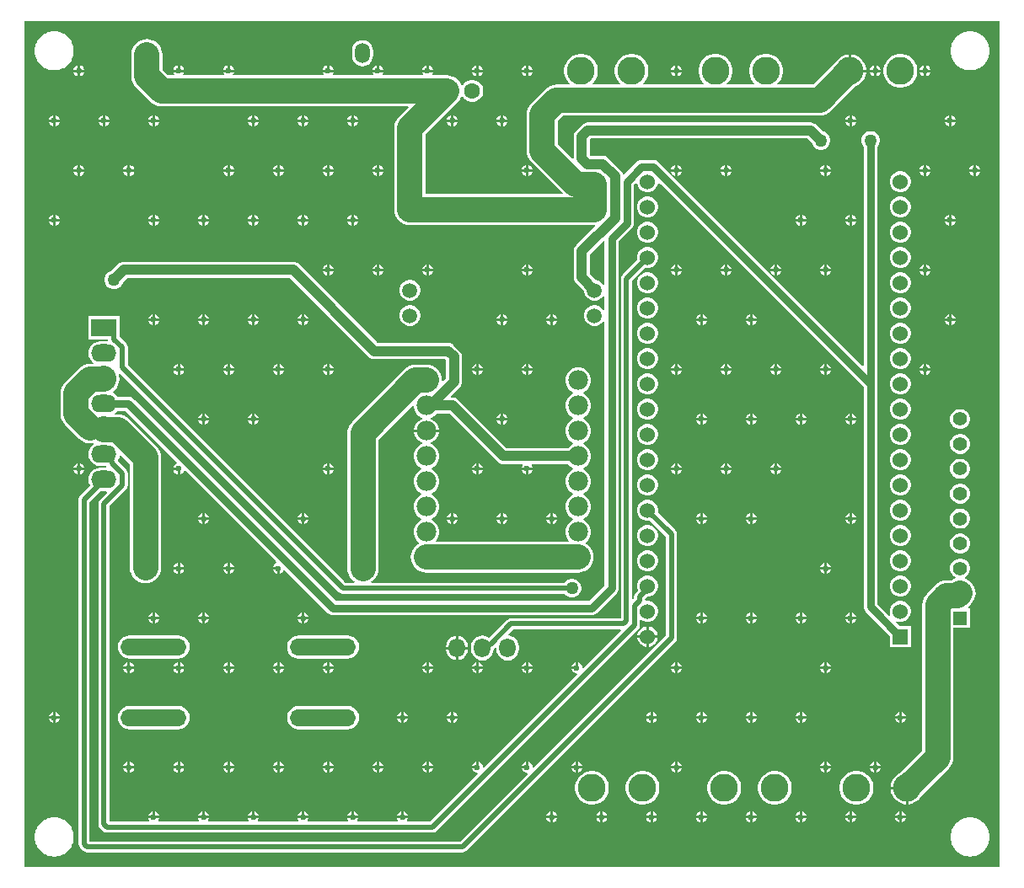
<source format=gbl>
G04*
G04 #@! TF.GenerationSoftware,Altium Limited,Altium Designer,24.1.2 (44)*
G04*
G04 Layer_Physical_Order=2*
G04 Layer_Color=16711680*
%FSTAX44Y44*%
%MOMM*%
G71*
G04*
G04 #@! TF.SameCoordinates,15096EBA-7BDD-494B-A6EB-00B69F680517*
G04*
G04*
G04 #@! TF.FilePolarity,Positive*
G04*
G01*
G75*
%ADD33C,0.5000*%
%ADD34C,1.0000*%
%ADD35C,0.8000*%
%ADD36C,1.5300*%
%ADD37R,1.5300X1.5300*%
%ADD38O,1.6510X1.9050*%
%ADD39O,6.6200X1.7200*%
%ADD40O,1.5240X2.0000*%
%ADD41R,2.5400X1.7780*%
%ADD42O,2.5400X1.7780*%
%ADD43C,1.9800*%
%ADD44C,1.5000*%
%ADD45R,1.6000X1.6000*%
%ADD46C,1.6000*%
%ADD47C,2.7940*%
%ADD48C,1.4080*%
%ADD49R,1.4080X1.4080*%
%ADD50C,0.6000*%
%ADD51C,1.2700*%
%ADD52C,2.5000*%
G36*
X013Y0005D02*
X0032D01*
Y009D01*
X013D01*
Y0005D01*
D02*
G37*
%LPC*%
G36*
X00659746Y00880744D02*
X00656974Y00880379D01*
X0065439Y00879309D01*
X00652172Y00877606D01*
X00650469Y00875388D01*
X00649399Y00872804D01*
X00649034Y00870032D01*
Y00865272D01*
X00649399Y008625D01*
X00650469Y00859916D01*
X00652172Y00857698D01*
X0065439Y00855995D01*
X00656974Y00854925D01*
X00659746Y0085456D01*
X00662518Y00854925D01*
X00665102Y00855995D01*
X0066732Y00857698D01*
X00669023Y00859916D01*
X00670093Y008625D01*
X00670458Y00865272D01*
Y00870032D01*
X00670093Y00872804D01*
X00669023Y00875388D01*
X0066732Y00877606D01*
X00665102Y00879309D01*
X00662518Y00880379D01*
X00659746Y00880744D01*
D02*
G37*
G36*
X01150826Y0086651D02*
X0115047D01*
Y0085127D01*
X0116571D01*
Y00851626D01*
X01165076Y00854816D01*
X01163831Y00857821D01*
X01162024Y00860525D01*
X01159725Y00862824D01*
X0115702Y00864631D01*
X01154016Y00865876D01*
X01150826Y0086651D01*
D02*
G37*
G36*
X0122627Y0085547D02*
Y0085127D01*
X0123047D01*
X01229697Y00853138D01*
X01228138Y00854697D01*
X0122627Y0085547D01*
D02*
G37*
G36*
X0122373D02*
X01221862Y00854697D01*
X01220303Y00853138D01*
X0121953Y0085127D01*
X0122373D01*
Y0085547D01*
D02*
G37*
G36*
X0117627D02*
Y0085127D01*
X0118047D01*
X01179697Y00853138D01*
X01178138Y00854697D01*
X0117627Y0085547D01*
D02*
G37*
G36*
X0117373D02*
X01171862Y00854697D01*
X01170303Y00853138D01*
X0116953Y0085127D01*
X0117373D01*
Y0085547D01*
D02*
G37*
G36*
X0097627D02*
Y0085127D01*
X0098047D01*
X00979697Y00853138D01*
X00978138Y00854697D01*
X0097627Y0085547D01*
D02*
G37*
G36*
X0097373D02*
X00971862Y00854697D01*
X00970303Y00853138D01*
X0096953Y0085127D01*
X0097373D01*
Y0085547D01*
D02*
G37*
G36*
X0082627D02*
Y0085127D01*
X0083047D01*
X00829697Y00853138D01*
X00828138Y00854697D01*
X0082627Y0085547D01*
D02*
G37*
G36*
X0082373D02*
X00821862Y00854697D01*
X00820303Y00853138D01*
X0081953Y0085127D01*
X0082373D01*
Y0085547D01*
D02*
G37*
G36*
X0077627D02*
Y0085127D01*
X0078047D01*
X00779697Y00853138D01*
X00778138Y00854697D01*
X0077627Y0085547D01*
D02*
G37*
G36*
X0077373D02*
X00771862Y00854697D01*
X00770303Y00853138D01*
X0076953Y0085127D01*
X0077373D01*
Y0085547D01*
D02*
G37*
G36*
X0072627D02*
Y0085127D01*
X0073047D01*
X00729697Y00853138D01*
X00728138Y00854697D01*
X0072627Y0085547D01*
D02*
G37*
G36*
X0072373D02*
X00721862Y00854697D01*
X00720303Y00853138D01*
X0071953Y0085127D01*
X0072373D01*
Y0085547D01*
D02*
G37*
G36*
X0067627D02*
Y0085127D01*
X0068047D01*
X00679697Y00853138D01*
X00678138Y00854697D01*
X0067627Y0085547D01*
D02*
G37*
G36*
X0067373D02*
X00671862Y00854697D01*
X00670303Y00853138D01*
X0066953Y0085127D01*
X0067373D01*
Y0085547D01*
D02*
G37*
G36*
X0062627D02*
Y0085127D01*
X0063047D01*
X00629697Y00853138D01*
X00628138Y00854697D01*
X0062627Y0085547D01*
D02*
G37*
G36*
X0062373D02*
X00621862Y00854697D01*
X00620303Y00853138D01*
X0061953Y0085127D01*
X0062373D01*
Y0085547D01*
D02*
G37*
G36*
X0052627D02*
Y0085127D01*
X0053047D01*
X00529697Y00853138D01*
X00528138Y00854697D01*
X0052627Y0085547D01*
D02*
G37*
G36*
X0052373D02*
X00521862Y00854697D01*
X00520303Y00853138D01*
X0051953Y0085127D01*
X0052373D01*
Y0085547D01*
D02*
G37*
G36*
X0047627D02*
Y0085127D01*
X0048047D01*
X00479697Y00853138D01*
X00478138Y00854697D01*
X0047627Y0085547D01*
D02*
G37*
G36*
X0047373D02*
X00471862Y00854697D01*
X00470303Y00853138D01*
X0046953Y0085127D01*
X0047373D01*
Y0085547D01*
D02*
G37*
G36*
X0037627D02*
Y0085127D01*
X0038047D01*
X00379697Y00853138D01*
X00378138Y00854697D01*
X0037627Y0085547D01*
D02*
G37*
G36*
X0037373D02*
X00371862Y00854697D01*
X00370303Y00853138D01*
X0036953Y0085127D01*
X0037373D01*
Y0085547D01*
D02*
G37*
G36*
X00351625Y00889559D02*
X00348375D01*
X00348079Y008895D01*
X00347778D01*
X0034459Y00888866D01*
X00344312Y00888751D01*
X00344017Y00888692D01*
X00341014Y00887448D01*
X00340763Y00887281D01*
X00340485Y00887165D01*
X00337783Y0088536D01*
X0033757Y00885147D01*
X00337319Y00884979D01*
X00335021Y00882681D01*
X00334853Y0088243D01*
X0033464Y00882217D01*
X00332835Y00879515D01*
X00332719Y00879237D01*
X00332552Y00878986D01*
X00331308Y00875984D01*
X00331249Y00875688D01*
X00331134Y0087541D01*
X003305Y00872222D01*
Y00871921D01*
X00330441Y00871625D01*
Y00868375D01*
X003305Y00868079D01*
Y00867778D01*
X00331134Y0086459D01*
X00331249Y00864312D01*
X00331308Y00864017D01*
X00332552Y00861014D01*
X00332719Y00860763D01*
X00332835Y00860485D01*
X0033464Y00857783D01*
X00334853Y0085757D01*
X00335021Y00857319D01*
X00337319Y00855021D01*
X0033757Y00854853D01*
X00337783Y0085464D01*
X00340485Y00852835D01*
X00340763Y00852719D01*
X00341014Y00852552D01*
X00344017Y00851308D01*
X00344312Y00851249D01*
X0034459Y00851134D01*
X00347778Y008505D01*
X00348079D01*
X00348375Y00850441D01*
X00351625D01*
X00351921Y008505D01*
X00352222D01*
X0035541Y00851134D01*
X00355688Y00851249D01*
X00355983Y00851308D01*
X00358986Y00852552D01*
X00359237Y00852719D01*
X00359515Y00852835D01*
X00362217Y0085464D01*
X0036243Y00854853D01*
X00362681Y00855021D01*
X00364979Y00857319D01*
X00365147Y0085757D01*
X0036536Y00857783D01*
X00367165Y00860485D01*
X00367281Y00860763D01*
X00367448Y00861014D01*
X00368692Y00864017D01*
X00368751Y00864312D01*
X00368866Y0086459D01*
X003695Y00867778D01*
Y00868079D01*
X00369559Y00868375D01*
Y00871625D01*
X003695Y00871921D01*
Y00872222D01*
X00368866Y0087541D01*
X00368751Y00875688D01*
X00368692Y00875983D01*
X00367448Y00878986D01*
X00367281Y00879237D01*
X00367165Y00879515D01*
X0036536Y00882217D01*
X00365147Y0088243D01*
X00364979Y00882681D01*
X00362681Y00884979D01*
X0036243Y00885147D01*
X00362217Y0088536D01*
X00359515Y00887165D01*
X00359237Y00887281D01*
X00358986Y00887448D01*
X00355983Y00888692D01*
X00355688Y00888751D01*
X0035541Y00888866D01*
X00352222Y008895D01*
X00351921D01*
X00351625Y00889559D01*
D02*
G37*
G36*
X01271625Y00889559D02*
X01268375D01*
X01268079Y008895D01*
X01267778D01*
X0126459Y00888866D01*
X01264312Y00888751D01*
X01264017Y00888692D01*
X01261014Y00887448D01*
X01260763Y00887281D01*
X01260485Y00887165D01*
X01257783Y0088536D01*
X0125757Y00885147D01*
X01257319Y00884979D01*
X01255021Y00882681D01*
X01254853Y0088243D01*
X0125464Y00882217D01*
X01252835Y00879515D01*
X01252719Y00879237D01*
X01252552Y00878986D01*
X01251308Y00875983D01*
X01251249Y00875688D01*
X01251134Y0087541D01*
X012505Y00872222D01*
Y00871921D01*
X01250441Y00871625D01*
Y00868375D01*
X012505Y00868079D01*
Y00867778D01*
X01251134Y0086459D01*
X01251249Y00864312D01*
X01251308Y00864017D01*
X01252552Y00861014D01*
X01252719Y00860763D01*
X01252835Y00860485D01*
X0125464Y00857783D01*
X01254853Y0085757D01*
X01255021Y00857319D01*
X01257319Y00855021D01*
X0125757Y00854853D01*
X01257783Y0085464D01*
X01260485Y00852835D01*
X01260763Y00852719D01*
X01261014Y00852552D01*
X01264016Y00851308D01*
X01264312Y00851249D01*
X0126459Y00851134D01*
X01267778Y008505D01*
X01268079D01*
X01268375Y00850441D01*
X01271625D01*
X01271921Y008505D01*
X01272222D01*
X0127541Y00851134D01*
X01275688Y00851249D01*
X01275983Y00851308D01*
X01278986Y00852552D01*
X01279237Y00852719D01*
X01279515Y00852835D01*
X01282218Y0085464D01*
X01282431Y00854853D01*
X01282681Y00855021D01*
X01284979Y00857319D01*
X01285147Y0085757D01*
X0128536Y00857783D01*
X01287165Y00860485D01*
X01287281Y00860763D01*
X01287448Y00861014D01*
X01288692Y00864017D01*
X01288751Y00864312D01*
X01288866Y0086459D01*
X012895Y00867778D01*
Y00868079D01*
X01289559Y00868375D01*
Y00871625D01*
X012895Y00871921D01*
Y00872222D01*
X01288866Y0087541D01*
X01288751Y00875688D01*
X01288692Y00875983D01*
X01287448Y00878986D01*
X01287281Y00879237D01*
X01287165Y00879515D01*
X0128536Y00882217D01*
X01285147Y0088243D01*
X01284979Y00882681D01*
X01282681Y00884979D01*
X01282431Y00885147D01*
X01282218Y0088536D01*
X01279515Y00887165D01*
X01279237Y00887281D01*
X01278986Y00887448D01*
X01275983Y00888692D01*
X01275688Y00888751D01*
X0127541Y00888866D01*
X01272222Y008895D01*
X01271921D01*
X01271625Y00889559D01*
D02*
G37*
G36*
X0123047Y0084873D02*
X0122627D01*
Y0084453D01*
X01228138Y00845303D01*
X01229697Y00846862D01*
X0123047Y0084873D01*
D02*
G37*
G36*
X0122373D02*
X0121953D01*
X01220303Y00846862D01*
X01221862Y00845303D01*
X0122373Y0084453D01*
Y0084873D01*
D02*
G37*
G36*
X0118047D02*
X0117627D01*
Y0084453D01*
X01178138Y00845303D01*
X01179697Y00846862D01*
X0118047Y0084873D01*
D02*
G37*
G36*
X0117373D02*
X0116953D01*
X01170303Y00846862D01*
X01171862Y00845303D01*
X0117373Y0084453D01*
Y0084873D01*
D02*
G37*
G36*
X0098047D02*
X0097627D01*
Y0084453D01*
X00978138Y00845303D01*
X00979697Y00846862D01*
X0098047Y0084873D01*
D02*
G37*
G36*
X0097373D02*
X0096953D01*
X00970303Y00846862D01*
X00971862Y00845303D01*
X0097373Y0084453D01*
Y0084873D01*
D02*
G37*
G36*
X0083047D02*
X0082627D01*
Y0084453D01*
X00828138Y00845303D01*
X00829697Y00846862D01*
X0083047Y0084873D01*
D02*
G37*
G36*
X0082373D02*
X0081953D01*
X00820303Y00846862D01*
X00821862Y00845303D01*
X0082373Y0084453D01*
Y0084873D01*
D02*
G37*
G36*
X0078047D02*
X0077627D01*
Y0084453D01*
X00778138Y00845303D01*
X00779697Y00846862D01*
X0078047Y0084873D01*
D02*
G37*
G36*
X0077373D02*
X0076953D01*
X00770303Y00846862D01*
X00771862Y00845303D01*
X0077373Y0084453D01*
Y0084873D01*
D02*
G37*
G36*
X0038047D02*
X0037627D01*
Y0084453D01*
X00378138Y00845303D01*
X00379697Y00846862D01*
X0038047Y0084873D01*
D02*
G37*
G36*
X0037373D02*
X0036953D01*
X00370303Y00846862D01*
X00371862Y00845303D01*
X0037373Y0084453D01*
Y0084873D01*
D02*
G37*
G36*
X01201671Y0086697D02*
X01198329D01*
X0119505Y00866318D01*
X01191962Y00865039D01*
X01189182Y00863182D01*
X01186818Y00860818D01*
X01184961Y00858038D01*
X01183682Y0085495D01*
X0118303Y00851672D01*
Y00848329D01*
X01183682Y0084505D01*
X01184961Y00841962D01*
X01186818Y00839183D01*
X01189182Y00836819D01*
X01191962Y00834962D01*
X0119505Y00833682D01*
X01198329Y0083303D01*
X01201671D01*
X0120495Y00833682D01*
X01208038Y00834962D01*
X01210818Y00836819D01*
X01213181Y00839183D01*
X01215039Y00841962D01*
X01216318Y0084505D01*
X0121697Y00848329D01*
Y00851672D01*
X01216318Y0085495D01*
X01215039Y00858038D01*
X01213181Y00860818D01*
X01210818Y00863182D01*
X01208038Y00865039D01*
X0120495Y00866318D01*
X01201671Y0086697D01*
D02*
G37*
G36*
X0125127Y0080547D02*
Y0080127D01*
X0125547D01*
X01254697Y00803138D01*
X01253138Y00804697D01*
X0125127Y0080547D01*
D02*
G37*
G36*
X0124873D02*
X01246862Y00804697D01*
X01245303Y00803138D01*
X0124453Y0080127D01*
X0124873D01*
Y0080547D01*
D02*
G37*
G36*
X0115127D02*
Y0080127D01*
X0115547D01*
X01154697Y00803138D01*
X01153138Y00804697D01*
X0115127Y0080547D01*
D02*
G37*
G36*
X0114873D02*
X01146862Y00804697D01*
X01145303Y00803138D01*
X0114453Y0080127D01*
X0114873D01*
Y0080547D01*
D02*
G37*
G36*
X0080127D02*
Y0080127D01*
X0080547D01*
X00804697Y00803138D01*
X00803138Y00804697D01*
X0080127Y0080547D01*
D02*
G37*
G36*
X0079873D02*
X00796862Y00804697D01*
X00795303Y00803138D01*
X0079453Y0080127D01*
X0079873D01*
Y0080547D01*
D02*
G37*
G36*
X0075127D02*
Y0080127D01*
X0075547D01*
X00754697Y00803138D01*
X00753138Y00804697D01*
X0075127Y0080547D01*
D02*
G37*
G36*
X0074873D02*
X00746862Y00804697D01*
X00745303Y00803138D01*
X0074453Y0080127D01*
X0074873D01*
Y0080547D01*
D02*
G37*
G36*
X0065127D02*
Y0080127D01*
X0065547D01*
X00654697Y00803138D01*
X00653138Y00804697D01*
X0065127Y0080547D01*
D02*
G37*
G36*
X0064873D02*
X00646862Y00804697D01*
X00645303Y00803138D01*
X0064453Y0080127D01*
X0064873D01*
Y0080547D01*
D02*
G37*
G36*
X0060127D02*
Y0080127D01*
X0060547D01*
X00604697Y00803138D01*
X00603138Y00804697D01*
X0060127Y0080547D01*
D02*
G37*
G36*
X0059873D02*
X00596862Y00804697D01*
X00595303Y00803138D01*
X0059453Y0080127D01*
X0059873D01*
Y0080547D01*
D02*
G37*
G36*
X0055127D02*
Y0080127D01*
X0055547D01*
X00554697Y00803138D01*
X00553138Y00804697D01*
X0055127Y0080547D01*
D02*
G37*
G36*
X0054873D02*
X00546862Y00804697D01*
X00545303Y00803138D01*
X0054453Y0080127D01*
X0054873D01*
Y0080547D01*
D02*
G37*
G36*
X0045127D02*
Y0080127D01*
X0045547D01*
X00454697Y00803138D01*
X00453138Y00804697D01*
X0045127Y0080547D01*
D02*
G37*
G36*
X0044873D02*
X00446862Y00804697D01*
X00445303Y00803138D01*
X0044453Y0080127D01*
X0044873D01*
Y0080547D01*
D02*
G37*
G36*
X0040127D02*
Y0080127D01*
X0040547D01*
X00404697Y00803138D01*
X00403138Y00804697D01*
X0040127Y0080547D01*
D02*
G37*
G36*
X0039873D02*
X00396862Y00804697D01*
X00395303Y00803138D01*
X0039453Y0080127D01*
X0039873D01*
Y0080547D01*
D02*
G37*
G36*
X0035127D02*
Y0080127D01*
X0035547D01*
X00354697Y00803138D01*
X00353138Y00804697D01*
X0035127Y0080547D01*
D02*
G37*
G36*
X0034873D02*
X00346862Y00804697D01*
X00345303Y00803138D01*
X0034453Y0080127D01*
X0034873D01*
Y0080547D01*
D02*
G37*
G36*
X0125547Y0079873D02*
X0125127D01*
Y0079453D01*
X01253138Y00795303D01*
X01254697Y00796862D01*
X0125547Y0079873D01*
D02*
G37*
G36*
X0124873D02*
X0124453D01*
X01245303Y00796862D01*
X01246862Y00795303D01*
X0124873Y0079453D01*
Y0079873D01*
D02*
G37*
G36*
X0115547D02*
X0115127D01*
Y0079453D01*
X01153138Y00795303D01*
X01154697Y00796862D01*
X0115547Y0079873D01*
D02*
G37*
G36*
X0114873D02*
X0114453D01*
X01145303Y00796862D01*
X01146862Y00795303D01*
X0114873Y0079453D01*
Y0079873D01*
D02*
G37*
G36*
X0080547D02*
X0080127D01*
Y0079453D01*
X00803138Y00795303D01*
X00804697Y00796862D01*
X0080547Y0079873D01*
D02*
G37*
G36*
X0079873D02*
X0079453D01*
X00795303Y00796862D01*
X00796862Y00795303D01*
X0079873Y0079453D01*
Y0079873D01*
D02*
G37*
G36*
X0075547D02*
X0075127D01*
Y0079453D01*
X00753138Y00795303D01*
X00754697Y00796862D01*
X0075547Y0079873D01*
D02*
G37*
G36*
X0074873D02*
X0074453D01*
X00745303Y00796862D01*
X00746862Y00795303D01*
X0074873Y0079453D01*
Y0079873D01*
D02*
G37*
G36*
X0065547D02*
X0065127D01*
Y0079453D01*
X00653138Y00795303D01*
X00654697Y00796862D01*
X0065547Y0079873D01*
D02*
G37*
G36*
X0064873D02*
X0064453D01*
X00645303Y00796862D01*
X00646862Y00795303D01*
X0064873Y0079453D01*
Y0079873D01*
D02*
G37*
G36*
X0060547D02*
X0060127D01*
Y0079453D01*
X00603138Y00795303D01*
X00604697Y00796862D01*
X0060547Y0079873D01*
D02*
G37*
G36*
X0059873D02*
X0059453D01*
X00595303Y00796862D01*
X00596862Y00795303D01*
X0059873Y0079453D01*
Y0079873D01*
D02*
G37*
G36*
X0055547D02*
X0055127D01*
Y0079453D01*
X00553138Y00795303D01*
X00554697Y00796862D01*
X0055547Y0079873D01*
D02*
G37*
G36*
X0054873D02*
X0054453D01*
X00545303Y00796862D01*
X00546862Y00795303D01*
X0054873Y0079453D01*
Y0079873D01*
D02*
G37*
G36*
X0045547D02*
X0045127D01*
Y0079453D01*
X00453138Y00795303D01*
X00454697Y00796862D01*
X0045547Y0079873D01*
D02*
G37*
G36*
X0044873D02*
X0044453D01*
X00445303Y00796862D01*
X00446862Y00795303D01*
X0044873Y0079453D01*
Y0079873D01*
D02*
G37*
G36*
X0040547D02*
X0040127D01*
Y0079453D01*
X00403138Y00795303D01*
X00404697Y00796862D01*
X0040547Y0079873D01*
D02*
G37*
G36*
X0039873D02*
X0039453D01*
X00395303Y00796862D01*
X00396862Y00795303D01*
X0039873Y0079453D01*
Y0079873D01*
D02*
G37*
G36*
X0035547D02*
X0035127D01*
Y0079453D01*
X00353138Y00795303D01*
X00354697Y00796862D01*
X0035547Y0079873D01*
D02*
G37*
G36*
X0034873D02*
X0034453D01*
X00345303Y00796862D01*
X00346862Y00795303D01*
X0034873Y0079453D01*
Y0079873D01*
D02*
G37*
G36*
X0127627Y0075547D02*
Y0075127D01*
X0128047D01*
X01279697Y00753138D01*
X01278138Y00754697D01*
X0127627Y0075547D01*
D02*
G37*
G36*
X0127373D02*
X01271862Y00754697D01*
X01270303Y00753138D01*
X0126953Y0075127D01*
X0127373D01*
Y0075547D01*
D02*
G37*
G36*
X0122627D02*
Y0075127D01*
X0123047D01*
X01229697Y00753138D01*
X01228138Y00754697D01*
X0122627Y0075547D01*
D02*
G37*
G36*
X0122373D02*
X01221862Y00754697D01*
X01220303Y00753138D01*
X0121953Y0075127D01*
X0122373D01*
Y0075547D01*
D02*
G37*
G36*
X0112627D02*
Y0075127D01*
X0113047D01*
X01129697Y00753138D01*
X01128138Y00754697D01*
X0112627Y0075547D01*
D02*
G37*
G36*
X0112373D02*
X01121862Y00754697D01*
X01120303Y00753138D01*
X0111953Y0075127D01*
X0112373D01*
Y0075547D01*
D02*
G37*
G36*
X0102627D02*
Y0075127D01*
X0103047D01*
X01029697Y00753138D01*
X01028138Y00754697D01*
X0102627Y0075547D01*
D02*
G37*
G36*
X0102373D02*
X01021862Y00754697D01*
X01020303Y00753138D01*
X0101953Y0075127D01*
X0102373D01*
Y0075547D01*
D02*
G37*
G36*
X0097627D02*
Y0075127D01*
X0098047D01*
X00979697Y00753138D01*
X00978138Y00754697D01*
X0097627Y0075547D01*
D02*
G37*
G36*
X0097373D02*
X00971862Y00754697D01*
X00970303Y00753138D01*
X0096953Y0075127D01*
X0097373D01*
Y0075547D01*
D02*
G37*
G36*
X0082627D02*
Y0075127D01*
X0083047D01*
X00829697Y00753138D01*
X00828138Y00754697D01*
X0082627Y0075547D01*
D02*
G37*
G36*
X0082373D02*
X00821862Y00754697D01*
X00820303Y00753138D01*
X0081953Y0075127D01*
X0082373D01*
Y0075547D01*
D02*
G37*
G36*
X0067627D02*
Y0075127D01*
X0068047D01*
X00679697Y00753138D01*
X00678138Y00754697D01*
X0067627Y0075547D01*
D02*
G37*
G36*
X0067373D02*
X00671862Y00754697D01*
X00670303Y00753138D01*
X0066953Y0075127D01*
X0067373D01*
Y0075547D01*
D02*
G37*
G36*
X0062627D02*
Y0075127D01*
X0063047D01*
X00629697Y00753138D01*
X00628138Y00754697D01*
X0062627Y0075547D01*
D02*
G37*
G36*
X0062373D02*
X00621862Y00754697D01*
X00620303Y00753138D01*
X0061953Y0075127D01*
X0062373D01*
Y0075547D01*
D02*
G37*
G36*
X0057627D02*
Y0075127D01*
X0058047D01*
X00579697Y00753138D01*
X00578138Y00754697D01*
X0057627Y0075547D01*
D02*
G37*
G36*
X0057373D02*
X00571862Y00754697D01*
X00570303Y00753138D01*
X0056953Y0075127D01*
X0057373D01*
Y0075547D01*
D02*
G37*
G36*
X0052627D02*
Y0075127D01*
X0053047D01*
X00529697Y00753138D01*
X00528138Y00754697D01*
X0052627Y0075547D01*
D02*
G37*
G36*
X0052373D02*
X00521862Y00754697D01*
X00520303Y00753138D01*
X0051953Y0075127D01*
X0052373D01*
Y0075547D01*
D02*
G37*
G36*
X0042627D02*
Y0075127D01*
X0043047D01*
X00429697Y00753138D01*
X00428138Y00754697D01*
X0042627Y0075547D01*
D02*
G37*
G36*
X0042373D02*
X00421862Y00754697D01*
X00420303Y00753138D01*
X0041953Y0075127D01*
X0042373D01*
Y0075547D01*
D02*
G37*
G36*
X0037627D02*
Y0075127D01*
X0038047D01*
X00379697Y00753138D01*
X00378138Y00754697D01*
X0037627Y0075547D01*
D02*
G37*
G36*
X0037373D02*
X00371862Y00754697D01*
X00370303Y00753138D01*
X0036953Y0075127D01*
X0037373D01*
Y0075547D01*
D02*
G37*
G36*
X0128047Y0074873D02*
X0127627D01*
Y0074453D01*
X01278138Y00745303D01*
X01279697Y00746862D01*
X0128047Y0074873D01*
D02*
G37*
G36*
X0127373D02*
X0126953D01*
X01270303Y00746862D01*
X01271862Y00745303D01*
X0127373Y0074453D01*
Y0074873D01*
D02*
G37*
G36*
X0123047D02*
X0122627D01*
Y0074453D01*
X01228138Y00745303D01*
X01229697Y00746862D01*
X0123047Y0074873D01*
D02*
G37*
G36*
X0122373D02*
X0121953D01*
X01220303Y00746862D01*
X01221862Y00745303D01*
X0122373Y0074453D01*
Y0074873D01*
D02*
G37*
G36*
X0113047D02*
X0112627D01*
Y0074453D01*
X01128138Y00745303D01*
X01129697Y00746862D01*
X0113047Y0074873D01*
D02*
G37*
G36*
X0112373D02*
X0111953D01*
X01120303Y00746862D01*
X01121862Y00745303D01*
X0112373Y0074453D01*
Y0074873D01*
D02*
G37*
G36*
X0103047D02*
X0102627D01*
Y0074453D01*
X01028138Y00745303D01*
X01029697Y00746862D01*
X0103047Y0074873D01*
D02*
G37*
G36*
X0102373D02*
X0101953D01*
X01020303Y00746862D01*
X01021862Y00745303D01*
X0102373Y0074453D01*
Y0074873D01*
D02*
G37*
G36*
X0098047D02*
X0097627D01*
Y0074453D01*
X00978138Y00745303D01*
X00979697Y00746862D01*
X0098047Y0074873D01*
D02*
G37*
G36*
X0097373D02*
X0096953D01*
X00970303Y00746862D01*
X00971862Y00745303D01*
X0097373Y0074453D01*
Y0074873D01*
D02*
G37*
G36*
X0083047D02*
X0082627D01*
Y0074453D01*
X00828138Y00745303D01*
X00829697Y00746862D01*
X0083047Y0074873D01*
D02*
G37*
G36*
X0082373D02*
X0081953D01*
X00820303Y00746862D01*
X00821862Y00745303D01*
X0082373Y0074453D01*
Y0074873D01*
D02*
G37*
G36*
X0068047D02*
X0067627D01*
Y0074453D01*
X00678138Y00745303D01*
X00679697Y00746862D01*
X0068047Y0074873D01*
D02*
G37*
G36*
X0067373D02*
X0066953D01*
X00670303Y00746862D01*
X00671862Y00745303D01*
X0067373Y0074453D01*
Y0074873D01*
D02*
G37*
G36*
X0063047D02*
X0062627D01*
Y0074453D01*
X00628138Y00745303D01*
X00629697Y00746862D01*
X0063047Y0074873D01*
D02*
G37*
G36*
X0062373D02*
X0061953D01*
X00620303Y00746862D01*
X00621862Y00745303D01*
X0062373Y0074453D01*
Y0074873D01*
D02*
G37*
G36*
X0058047D02*
X0057627D01*
Y0074453D01*
X00578138Y00745303D01*
X00579697Y00746862D01*
X0058047Y0074873D01*
D02*
G37*
G36*
X0057373D02*
X0056953D01*
X00570303Y00746862D01*
X00571862Y00745303D01*
X0057373Y0074453D01*
Y0074873D01*
D02*
G37*
G36*
X0053047D02*
X0052627D01*
Y0074453D01*
X00528138Y00745303D01*
X00529697Y00746862D01*
X0053047Y0074873D01*
D02*
G37*
G36*
X0052373D02*
X0051953D01*
X00520303Y00746862D01*
X00521862Y00745303D01*
X0052373Y0074453D01*
Y0074873D01*
D02*
G37*
G36*
X0043047D02*
X0042627D01*
Y0074453D01*
X00428138Y00745303D01*
X00429697Y00746862D01*
X0043047Y0074873D01*
D02*
G37*
G36*
X0042373D02*
X0041953D01*
X00420303Y00746862D01*
X00421862Y00745303D01*
X0042373Y0074453D01*
Y0074873D01*
D02*
G37*
G36*
X0038047D02*
X0037627D01*
Y0074453D01*
X00378138Y00745303D01*
X00379697Y00746862D01*
X0038047Y0074873D01*
D02*
G37*
G36*
X0037373D02*
X0036953D01*
X00370303Y00746862D01*
X00371862Y00745303D01*
X0037373Y0074453D01*
Y0074873D01*
D02*
G37*
G36*
X01201402Y0074925D02*
X01198598D01*
X01195889Y00748524D01*
X01193461Y00747122D01*
X01191478Y00745139D01*
X01190076Y00742711D01*
X0118935Y00740002D01*
Y00737198D01*
X01190076Y00734489D01*
X01191478Y00732061D01*
X01193461Y00730078D01*
X01195889Y00728676D01*
X01198598Y0072795D01*
X01201402D01*
X01204111Y00728676D01*
X01206539Y00730078D01*
X01208522Y00732061D01*
X01209924Y00734489D01*
X0121065Y00737198D01*
Y00740002D01*
X01209924Y00742711D01*
X01208522Y00745139D01*
X01206539Y00747122D01*
X01204111Y00748524D01*
X01201402Y0074925D01*
D02*
G37*
G36*
Y0072385D02*
X01198598D01*
X01195889Y00723124D01*
X01193461Y00721722D01*
X01191478Y00719739D01*
X01190076Y00717311D01*
X0118935Y00714602D01*
Y00711798D01*
X01190076Y00709089D01*
X01191478Y00706661D01*
X01193461Y00704678D01*
X01195889Y00703276D01*
X01198598Y0070255D01*
X01201402D01*
X01204111Y00703276D01*
X01206539Y00704678D01*
X01208522Y00706661D01*
X01209924Y00709089D01*
X0121065Y00711798D01*
Y00714602D01*
X01209924Y00717311D01*
X01208522Y00719739D01*
X01206539Y00721722D01*
X01204111Y00723124D01*
X01201402Y0072385D01*
D02*
G37*
G36*
X00947402D02*
X00944598D01*
X00941889Y00723124D01*
X00939461Y00721722D01*
X00937478Y00719739D01*
X00936076Y00717311D01*
X0093535Y00714602D01*
Y00711798D01*
X00936076Y00709089D01*
X00937478Y00706661D01*
X00939461Y00704678D01*
X00941889Y00703276D01*
X00944598Y0070255D01*
X00947402D01*
X00950111Y00703276D01*
X00952539Y00704678D01*
X00954522Y00706661D01*
X00955924Y00709089D01*
X0095665Y00711798D01*
Y00714602D01*
X00955924Y00717311D01*
X00954522Y00719739D01*
X00952539Y00721722D01*
X00950111Y00723124D01*
X00947402Y0072385D01*
D02*
G37*
G36*
X0125127Y0070547D02*
Y0070127D01*
X0125547D01*
X01254697Y00703138D01*
X01253138Y00704697D01*
X0125127Y0070547D01*
D02*
G37*
G36*
X0124873D02*
X01246862Y00704697D01*
X01245303Y00703138D01*
X0124453Y0070127D01*
X0124873D01*
Y0070547D01*
D02*
G37*
G36*
X0115127D02*
Y0070127D01*
X0115547D01*
X01154697Y00703138D01*
X01153138Y00704697D01*
X0115127Y0070547D01*
D02*
G37*
G36*
X0114873D02*
X01146862Y00704697D01*
X01145303Y00703138D01*
X0114453Y0070127D01*
X0114873D01*
Y0070547D01*
D02*
G37*
G36*
X0110127D02*
Y0070127D01*
X0110547D01*
X01104697Y00703138D01*
X01103138Y00704697D01*
X0110127Y0070547D01*
D02*
G37*
G36*
X0109873D02*
X01096862Y00704697D01*
X01095303Y00703138D01*
X0109453Y0070127D01*
X0109873D01*
Y0070547D01*
D02*
G37*
G36*
X0065127D02*
Y0070127D01*
X0065547D01*
X00654697Y00703138D01*
X00653138Y00704697D01*
X0065127Y0070547D01*
D02*
G37*
G36*
X0064873D02*
X00646862Y00704697D01*
X00645303Y00703138D01*
X0064453Y0070127D01*
X0064873D01*
Y0070547D01*
D02*
G37*
G36*
X0060127D02*
Y0070127D01*
X0060547D01*
X00604697Y00703138D01*
X00603138Y00704697D01*
X0060127Y0070547D01*
D02*
G37*
G36*
X0059873D02*
X00596862Y00704697D01*
X00595303Y00703138D01*
X0059453Y0070127D01*
X0059873D01*
Y0070547D01*
D02*
G37*
G36*
X0055127D02*
Y0070127D01*
X0055547D01*
X00554697Y00703138D01*
X00553138Y00704697D01*
X0055127Y0070547D01*
D02*
G37*
G36*
X0054873D02*
X00546862Y00704697D01*
X00545303Y00703138D01*
X0054453Y0070127D01*
X0054873D01*
Y0070547D01*
D02*
G37*
G36*
X0050127D02*
Y0070127D01*
X0050547D01*
X00504697Y00703138D01*
X00503138Y00704697D01*
X0050127Y0070547D01*
D02*
G37*
G36*
X0049873D02*
X00496862Y00704697D01*
X00495303Y00703138D01*
X0049453Y0070127D01*
X0049873D01*
Y0070547D01*
D02*
G37*
G36*
X0045127D02*
Y0070127D01*
X0045547D01*
X00454697Y00703138D01*
X00453138Y00704697D01*
X0045127Y0070547D01*
D02*
G37*
G36*
X0044873D02*
X00446862Y00704697D01*
X00445303Y00703138D01*
X0044453Y0070127D01*
X0044873D01*
Y0070547D01*
D02*
G37*
G36*
X0035127D02*
Y0070127D01*
X0035547D01*
X00354697Y00703138D01*
X00353138Y00704697D01*
X0035127Y0070547D01*
D02*
G37*
G36*
X0034873D02*
X00346862Y00704697D01*
X00345303Y00703138D01*
X0034453Y0070127D01*
X0034873D01*
Y0070547D01*
D02*
G37*
G36*
X0125547Y0069873D02*
X0125127D01*
Y0069453D01*
X01253138Y00695303D01*
X01254697Y00696862D01*
X0125547Y0069873D01*
D02*
G37*
G36*
X0124873D02*
X0124453D01*
X01245303Y00696862D01*
X01246862Y00695303D01*
X0124873Y0069453D01*
Y0069873D01*
D02*
G37*
G36*
X0115547D02*
X0115127D01*
Y0069453D01*
X01153138Y00695303D01*
X01154697Y00696862D01*
X0115547Y0069873D01*
D02*
G37*
G36*
X0114873D02*
X0114453D01*
X01145303Y00696862D01*
X01146862Y00695303D01*
X0114873Y0069453D01*
Y0069873D01*
D02*
G37*
G36*
X0110547D02*
X0110127D01*
Y0069453D01*
X01103138Y00695303D01*
X01104697Y00696862D01*
X0110547Y0069873D01*
D02*
G37*
G36*
X0109873D02*
X0109453D01*
X01095303Y00696862D01*
X01096862Y00695303D01*
X0109873Y0069453D01*
Y0069873D01*
D02*
G37*
G36*
X0065547D02*
X0065127D01*
Y0069453D01*
X00653138Y00695303D01*
X00654697Y00696862D01*
X0065547Y0069873D01*
D02*
G37*
G36*
X0064873D02*
X0064453D01*
X00645303Y00696862D01*
X00646862Y00695303D01*
X0064873Y0069453D01*
Y0069873D01*
D02*
G37*
G36*
X0060547D02*
X0060127D01*
Y0069453D01*
X00603138Y00695303D01*
X00604697Y00696862D01*
X0060547Y0069873D01*
D02*
G37*
G36*
X0059873D02*
X0059453D01*
X00595303Y00696862D01*
X00596862Y00695303D01*
X0059873Y0069453D01*
Y0069873D01*
D02*
G37*
G36*
X0055547D02*
X0055127D01*
Y0069453D01*
X00553138Y00695303D01*
X00554697Y00696862D01*
X0055547Y0069873D01*
D02*
G37*
G36*
X0054873D02*
X0054453D01*
X00545303Y00696862D01*
X00546862Y00695303D01*
X0054873Y0069453D01*
Y0069873D01*
D02*
G37*
G36*
X0050547D02*
X0050127D01*
Y0069453D01*
X00503138Y00695303D01*
X00504697Y00696862D01*
X0050547Y0069873D01*
D02*
G37*
G36*
X0049873D02*
X0049453D01*
X00495303Y00696862D01*
X00496862Y00695303D01*
X0049873Y0069453D01*
Y0069873D01*
D02*
G37*
G36*
X0045547D02*
X0045127D01*
Y0069453D01*
X00453138Y00695303D01*
X00454697Y00696862D01*
X0045547Y0069873D01*
D02*
G37*
G36*
X0044873D02*
X0044453D01*
X00445303Y00696862D01*
X00446862Y00695303D01*
X0044873Y0069453D01*
Y0069873D01*
D02*
G37*
G36*
X0035547D02*
X0035127D01*
Y0069453D01*
X00353138Y00695303D01*
X00354697Y00696862D01*
X0035547Y0069873D01*
D02*
G37*
G36*
X0034873D02*
X0034453D01*
X00345303Y00696862D01*
X00346862Y00695303D01*
X0034873Y0069453D01*
Y0069873D01*
D02*
G37*
G36*
X01201402Y0069845D02*
X01198598D01*
X01195889Y00697724D01*
X01193461Y00696322D01*
X01191478Y00694339D01*
X01190076Y00691911D01*
X0118935Y00689202D01*
Y00686398D01*
X01190076Y00683689D01*
X01191478Y00681261D01*
X01193461Y00679278D01*
X01195889Y00677876D01*
X01198598Y0067715D01*
X01201402D01*
X01204111Y00677876D01*
X01206539Y00679278D01*
X01208522Y00681261D01*
X01209924Y00683689D01*
X0121065Y00686398D01*
Y00689202D01*
X01209924Y00691911D01*
X01208522Y00694339D01*
X01206539Y00696322D01*
X01204111Y00697724D01*
X01201402Y0069845D01*
D02*
G37*
G36*
X00947402D02*
X00944598D01*
X00941889Y00697724D01*
X00939461Y00696322D01*
X00937478Y00694339D01*
X00936076Y00691911D01*
X0093535Y00689202D01*
Y00686398D01*
X00936076Y00683689D01*
X00937478Y00681261D01*
X00939461Y00679278D01*
X00941889Y00677876D01*
X00944598Y0067715D01*
X00947402D01*
X00950111Y00677876D01*
X00952539Y00679278D01*
X00954522Y00681261D01*
X00955924Y00683689D01*
X0095665Y00686398D01*
Y00689202D01*
X00955924Y00691911D01*
X00954522Y00694339D01*
X00952539Y00696322D01*
X00950111Y00697724D01*
X00947402Y0069845D01*
D02*
G37*
G36*
X01201402Y0067305D02*
X01198598D01*
X01195889Y00672324D01*
X01193461Y00670922D01*
X01191478Y00668939D01*
X01190076Y00666511D01*
X0118935Y00663802D01*
Y00660998D01*
X01190076Y00658289D01*
X01191478Y00655861D01*
X01193461Y00653878D01*
X01195889Y00652476D01*
X01198598Y0065175D01*
X01201402D01*
X01204111Y00652476D01*
X01206539Y00653878D01*
X01208522Y00655861D01*
X01209924Y00658289D01*
X0121065Y00660998D01*
Y00663802D01*
X01209924Y00666511D01*
X01208522Y00668939D01*
X01206539Y00670922D01*
X01204111Y00672324D01*
X01201402Y0067305D01*
D02*
G37*
G36*
X0122627Y0065547D02*
Y0065127D01*
X0123047D01*
X01229697Y00653138D01*
X01228138Y00654697D01*
X0122627Y0065547D01*
D02*
G37*
G36*
X0122373D02*
X01221862Y00654697D01*
X01220303Y00653138D01*
X0121953Y0065127D01*
X0122373D01*
Y0065547D01*
D02*
G37*
G36*
X0112627D02*
Y0065127D01*
X0113047D01*
X01129697Y00653138D01*
X01128138Y00654697D01*
X0112627Y0065547D01*
D02*
G37*
G36*
X0112373D02*
X01121862Y00654697D01*
X01120303Y00653138D01*
X0111953Y0065127D01*
X0112373D01*
Y0065547D01*
D02*
G37*
G36*
X0107627D02*
Y0065127D01*
X0108047D01*
X01079697Y00653138D01*
X01078138Y00654697D01*
X0107627Y0065547D01*
D02*
G37*
G36*
X0107373D02*
X01071862Y00654697D01*
X01070303Y00653138D01*
X0106953Y0065127D01*
X0107373D01*
Y0065547D01*
D02*
G37*
G36*
X0102627D02*
Y0065127D01*
X0103047D01*
X01029697Y00653138D01*
X01028138Y00654697D01*
X0102627Y0065547D01*
D02*
G37*
G36*
X0102373D02*
X01021862Y00654697D01*
X01020303Y00653138D01*
X0101953Y0065127D01*
X0102373D01*
Y0065547D01*
D02*
G37*
G36*
X0097627D02*
Y0065127D01*
X0098047D01*
X00979697Y00653138D01*
X00978138Y00654697D01*
X0097627Y0065547D01*
D02*
G37*
G36*
X0097373D02*
X00971862Y00654697D01*
X00970303Y00653138D01*
X0096953Y0065127D01*
X0097373D01*
Y0065547D01*
D02*
G37*
G36*
X0082627D02*
Y0065127D01*
X0083047D01*
X00829697Y00653138D01*
X00828138Y00654697D01*
X0082627Y0065547D01*
D02*
G37*
G36*
X0082373D02*
X00821862Y00654697D01*
X00820303Y00653138D01*
X0081953Y0065127D01*
X0082373D01*
Y0065547D01*
D02*
G37*
G36*
X0072627D02*
Y0065127D01*
X0073047D01*
X00729697Y00653138D01*
X00728138Y00654697D01*
X0072627Y0065547D01*
D02*
G37*
G36*
X0072373D02*
X00721862Y00654697D01*
X00720303Y00653138D01*
X0071953Y0065127D01*
X0072373D01*
Y0065547D01*
D02*
G37*
G36*
X0067627D02*
Y0065127D01*
X0068047D01*
X00679697Y00653138D01*
X00678138Y00654697D01*
X0067627Y0065547D01*
D02*
G37*
G36*
X0067373D02*
X00671862Y00654697D01*
X00670303Y00653138D01*
X0066953Y0065127D01*
X0067373D01*
Y0065547D01*
D02*
G37*
G36*
X0062627D02*
Y0065127D01*
X0063047D01*
X00629697Y00653138D01*
X00628138Y00654697D01*
X0062627Y0065547D01*
D02*
G37*
G36*
X0062373D02*
X00621862Y00654697D01*
X00620303Y00653138D01*
X0061953Y0065127D01*
X0062373D01*
Y0065547D01*
D02*
G37*
G36*
X0123047Y0064873D02*
X0122627D01*
Y0064453D01*
X01228138Y00645303D01*
X01229697Y00646862D01*
X0123047Y0064873D01*
D02*
G37*
G36*
X0122373D02*
X0121953D01*
X01220303Y00646862D01*
X01221862Y00645303D01*
X0122373Y0064453D01*
Y0064873D01*
D02*
G37*
G36*
X0113047D02*
X0112627D01*
Y0064453D01*
X01128138Y00645303D01*
X01129697Y00646862D01*
X0113047Y0064873D01*
D02*
G37*
G36*
X0112373D02*
X0111953D01*
X01120303Y00646862D01*
X01121862Y00645303D01*
X0112373Y0064453D01*
Y0064873D01*
D02*
G37*
G36*
X0108047D02*
X0107627D01*
Y0064453D01*
X01078138Y00645303D01*
X01079697Y00646862D01*
X0108047Y0064873D01*
D02*
G37*
G36*
X0107373D02*
X0106953D01*
X01070303Y00646862D01*
X01071862Y00645303D01*
X0107373Y0064453D01*
Y0064873D01*
D02*
G37*
G36*
X0103047D02*
X0102627D01*
Y0064453D01*
X01028138Y00645303D01*
X01029697Y00646862D01*
X0103047Y0064873D01*
D02*
G37*
G36*
X0102373D02*
X0101953D01*
X01020303Y00646862D01*
X01021862Y00645303D01*
X0102373Y0064453D01*
Y0064873D01*
D02*
G37*
G36*
X0098047D02*
X0097627D01*
Y0064453D01*
X00978138Y00645303D01*
X00979697Y00646862D01*
X0098047Y0064873D01*
D02*
G37*
G36*
X0097373D02*
X0096953D01*
X00970303Y00646862D01*
X00971862Y00645303D01*
X0097373Y0064453D01*
Y0064873D01*
D02*
G37*
G36*
X0083047D02*
X0082627D01*
Y0064453D01*
X00828138Y00645303D01*
X00829697Y00646862D01*
X0083047Y0064873D01*
D02*
G37*
G36*
X0082373D02*
X0081953D01*
X00820303Y00646862D01*
X00821862Y00645303D01*
X0082373Y0064453D01*
Y0064873D01*
D02*
G37*
G36*
X0073047D02*
X0072627D01*
Y0064453D01*
X00728138Y00645303D01*
X00729697Y00646862D01*
X0073047Y0064873D01*
D02*
G37*
G36*
X0072373D02*
X0071953D01*
X00720303Y00646862D01*
X00721862Y00645303D01*
X0072373Y0064453D01*
Y0064873D01*
D02*
G37*
G36*
X0068047D02*
X0067627D01*
Y0064453D01*
X00678138Y00645303D01*
X00679697Y00646862D01*
X0068047Y0064873D01*
D02*
G37*
G36*
X0067373D02*
X0066953D01*
X00670303Y00646862D01*
X00671862Y00645303D01*
X0067373Y0064453D01*
Y0064873D01*
D02*
G37*
G36*
X0063047D02*
X0062627D01*
Y0064453D01*
X00628138Y00645303D01*
X00629697Y00646862D01*
X0063047Y0064873D01*
D02*
G37*
G36*
X0062373D02*
X0061953D01*
X00620303Y00646862D01*
X00621862Y00645303D01*
X0062373Y0064453D01*
Y0064873D01*
D02*
G37*
G36*
X01201402Y0064765D02*
X01198598D01*
X01195889Y00646924D01*
X01193461Y00645522D01*
X01191478Y00643539D01*
X01190076Y00641111D01*
X0118935Y00638402D01*
Y00635598D01*
X01190076Y00632889D01*
X01191478Y00630461D01*
X01193461Y00628478D01*
X01195889Y00627076D01*
X01198598Y0062635D01*
X01201402D01*
X01204111Y00627076D01*
X01206539Y00628478D01*
X01208522Y00630461D01*
X01209924Y00632889D01*
X0121065Y00635598D01*
Y00638402D01*
X01209924Y00641111D01*
X01208522Y00643539D01*
X01206539Y00645522D01*
X01204111Y00646924D01*
X01201402Y0064765D01*
D02*
G37*
G36*
X00947402D02*
X00944598D01*
X00941889Y00646924D01*
X00939461Y00645522D01*
X00937478Y00643539D01*
X00936076Y00641111D01*
X0093535Y00638402D01*
Y00635598D01*
X00936076Y00632889D01*
X00937478Y00630461D01*
X00939461Y00628478D01*
X00941889Y00627076D01*
X00944598Y0062635D01*
X00947402D01*
X00950111Y00627076D01*
X00952539Y00628478D01*
X00954522Y00630461D01*
X00955924Y00632889D01*
X0095665Y00635598D01*
Y00638402D01*
X00955924Y00641111D01*
X00954522Y00643539D01*
X00952539Y00645522D01*
X00950111Y00646924D01*
X00947402Y0064765D01*
D02*
G37*
G36*
X00708632Y0063995D02*
X00705867D01*
X00703197Y00639234D01*
X00700803Y00637852D01*
X00698848Y00635897D01*
X00697465Y00633503D01*
X0069675Y00630832D01*
Y00628068D01*
X00697465Y00625397D01*
X00698848Y00623003D01*
X00700803Y00621048D01*
X00703197Y00619666D01*
X00705867Y0061895D01*
X00708632D01*
X00711303Y00619666D01*
X00713697Y00621048D01*
X00715652Y00623003D01*
X00717034Y00625397D01*
X0071775Y00628068D01*
Y00630832D01*
X00717034Y00633503D01*
X00715652Y00635897D01*
X00713697Y00637852D01*
X00711303Y00639234D01*
X00708632Y0063995D01*
D02*
G37*
G36*
X0125127Y0060547D02*
Y0060127D01*
X0125547D01*
X01254697Y00603138D01*
X01253138Y00604697D01*
X0125127Y0060547D01*
D02*
G37*
G36*
X0124873D02*
X01246862Y00604697D01*
X01245303Y00603138D01*
X0124453Y0060127D01*
X0124873D01*
Y0060547D01*
D02*
G37*
G36*
X0105127D02*
Y0060127D01*
X0105547D01*
X01054697Y00603138D01*
X01053138Y00604697D01*
X0105127Y0060547D01*
D02*
G37*
G36*
X0104873D02*
X01046862Y00604697D01*
X01045303Y00603138D01*
X0104453Y0060127D01*
X0104873D01*
Y0060547D01*
D02*
G37*
G36*
X0100127D02*
Y0060127D01*
X0100547D01*
X01004697Y00603138D01*
X01003138Y00604697D01*
X0100127Y0060547D01*
D02*
G37*
G36*
X0099873D02*
X00996862Y00604697D01*
X00995303Y00603138D01*
X0099453Y0060127D01*
X0099873D01*
Y0060547D01*
D02*
G37*
G36*
X0085127D02*
Y0060127D01*
X0085547D01*
X00854697Y00603138D01*
X00853138Y00604697D01*
X0085127Y0060547D01*
D02*
G37*
G36*
X0084873D02*
X00846862Y00604697D01*
X00845303Y00603138D01*
X0084453Y0060127D01*
X0084873D01*
Y0060547D01*
D02*
G37*
G36*
X0080127D02*
Y0060127D01*
X0080547D01*
X00804697Y00603138D01*
X00803138Y00604697D01*
X0080127Y0060547D01*
D02*
G37*
G36*
X0079873D02*
X00796862Y00604697D01*
X00795303Y00603138D01*
X0079453Y0060127D01*
X0079873D01*
Y0060547D01*
D02*
G37*
G36*
X0060127D02*
Y0060127D01*
X0060547D01*
X00604697Y00603138D01*
X00603138Y00604697D01*
X0060127Y0060547D01*
D02*
G37*
G36*
X0059873D02*
X00596862Y00604697D01*
X00595303Y00603138D01*
X0059453Y0060127D01*
X0059873D01*
Y0060547D01*
D02*
G37*
G36*
X0055127D02*
Y0060127D01*
X0055547D01*
X00554697Y00603138D01*
X00553138Y00604697D01*
X0055127Y0060547D01*
D02*
G37*
G36*
X0054873D02*
X00546862Y00604697D01*
X00545303Y00603138D01*
X0054453Y0060127D01*
X0054873D01*
Y0060547D01*
D02*
G37*
G36*
X0050127D02*
Y0060127D01*
X0050547D01*
X00504697Y00603138D01*
X00503138Y00604697D01*
X0050127Y0060547D01*
D02*
G37*
G36*
X0049873D02*
X00496862Y00604697D01*
X00495303Y00603138D01*
X0049453Y0060127D01*
X0049873D01*
Y0060547D01*
D02*
G37*
G36*
X0045127D02*
Y0060127D01*
X0045547D01*
X00454697Y00603138D01*
X00453138Y00604697D01*
X0045127Y0060547D01*
D02*
G37*
G36*
X0044873D02*
X00446862Y00604697D01*
X00445303Y00603138D01*
X0044453Y0060127D01*
X0044873D01*
Y0060547D01*
D02*
G37*
G36*
X01201402Y0062225D02*
X01198598D01*
X01195889Y00621524D01*
X01193461Y00620122D01*
X01191478Y00618139D01*
X01190076Y00615711D01*
X0118935Y00613002D01*
Y00610198D01*
X01190076Y00607489D01*
X01191478Y00605061D01*
X01193461Y00603078D01*
X01195889Y00601676D01*
X01198598Y0060095D01*
X01201402D01*
X01204111Y00601676D01*
X01206539Y00603078D01*
X01208522Y00605061D01*
X01209924Y00607489D01*
X0121065Y00610198D01*
Y00613002D01*
X01209924Y00615711D01*
X01208522Y00618139D01*
X01206539Y00620122D01*
X01204111Y00621524D01*
X01201402Y0062225D01*
D02*
G37*
G36*
X00947402D02*
X00944598D01*
X00941889Y00621524D01*
X00939461Y00620122D01*
X00937478Y00618139D01*
X00936076Y00615711D01*
X0093535Y00613002D01*
Y00610198D01*
X00936076Y00607489D01*
X00937478Y00605061D01*
X00939461Y00603078D01*
X00941889Y00601676D01*
X00944598Y0060095D01*
X00947402D01*
X00950111Y00601676D01*
X00952539Y00603078D01*
X00954522Y00605061D01*
X00955924Y00607489D01*
X0095665Y00610198D01*
Y00613002D01*
X00955924Y00615711D01*
X00954522Y00618139D01*
X00952539Y00620122D01*
X00950111Y00621524D01*
X00947402Y0062225D01*
D02*
G37*
G36*
X0125547Y0059873D02*
X0125127D01*
Y0059453D01*
X01253138Y00595303D01*
X01254697Y00596862D01*
X0125547Y0059873D01*
D02*
G37*
G36*
X0124873D02*
X0124453D01*
X01245303Y00596862D01*
X01246862Y00595303D01*
X0124873Y0059453D01*
Y0059873D01*
D02*
G37*
G36*
X0105547D02*
X0105127D01*
Y0059453D01*
X01053138Y00595303D01*
X01054697Y00596862D01*
X0105547Y0059873D01*
D02*
G37*
G36*
X0104873D02*
X0104453D01*
X01045303Y00596862D01*
X01046862Y00595303D01*
X0104873Y0059453D01*
Y0059873D01*
D02*
G37*
G36*
X0100547D02*
X0100127D01*
Y0059453D01*
X01003138Y00595303D01*
X01004697Y00596862D01*
X0100547Y0059873D01*
D02*
G37*
G36*
X0099873D02*
X0099453D01*
X00995303Y00596862D01*
X00996862Y00595303D01*
X0099873Y0059453D01*
Y0059873D01*
D02*
G37*
G36*
X0085547D02*
X0085127D01*
Y0059453D01*
X00853138Y00595303D01*
X00854697Y00596862D01*
X0085547Y0059873D01*
D02*
G37*
G36*
X0084873D02*
X0084453D01*
X00845303Y00596862D01*
X00846862Y00595303D01*
X0084873Y0059453D01*
Y0059873D01*
D02*
G37*
G36*
X0080547D02*
X0080127D01*
Y0059453D01*
X00803138Y00595303D01*
X00804697Y00596862D01*
X0080547Y0059873D01*
D02*
G37*
G36*
X0079873D02*
X0079453D01*
X00795303Y00596862D01*
X00796862Y00595303D01*
X0079873Y0059453D01*
Y0059873D01*
D02*
G37*
G36*
X0060547D02*
X0060127D01*
Y0059453D01*
X00603138Y00595303D01*
X00604697Y00596862D01*
X0060547Y0059873D01*
D02*
G37*
G36*
X0059873D02*
X0059453D01*
X00595303Y00596862D01*
X00596862Y00595303D01*
X0059873Y0059453D01*
Y0059873D01*
D02*
G37*
G36*
X0055547D02*
X0055127D01*
Y0059453D01*
X00553138Y00595303D01*
X00554697Y00596862D01*
X0055547Y0059873D01*
D02*
G37*
G36*
X0054873D02*
X0054453D01*
X00545303Y00596862D01*
X00546862Y00595303D01*
X0054873Y0059453D01*
Y0059873D01*
D02*
G37*
G36*
X0050547D02*
X0050127D01*
Y0059453D01*
X00503138Y00595303D01*
X00504697Y00596862D01*
X0050547Y0059873D01*
D02*
G37*
G36*
X0049873D02*
X0049453D01*
X00495303Y00596862D01*
X00496862Y00595303D01*
X0049873Y0059453D01*
Y0059873D01*
D02*
G37*
G36*
X0045547D02*
X0045127D01*
Y0059453D01*
X00453138Y00595303D01*
X00454697Y00596862D01*
X0045547Y0059873D01*
D02*
G37*
G36*
X0044873D02*
X0044453D01*
X00445303Y00596862D01*
X00446862Y00595303D01*
X0044873Y0059453D01*
Y0059873D01*
D02*
G37*
G36*
X00708632Y0061455D02*
X00705867D01*
X00703197Y00613834D01*
X00700803Y00612452D01*
X00698848Y00610497D01*
X00697465Y00608103D01*
X0069675Y00605432D01*
Y00602668D01*
X00697465Y00599997D01*
X00698848Y00597603D01*
X00700803Y00595648D01*
X00703197Y00594266D01*
X00705867Y0059355D01*
X00708632D01*
X00711303Y00594266D01*
X00713697Y00595648D01*
X00715652Y00597603D01*
X00717034Y00599997D01*
X0071775Y00602668D01*
Y00605432D01*
X00717034Y00608103D01*
X00715652Y00610497D01*
X00713697Y00612452D01*
X00711303Y00613834D01*
X00708632Y0061455D01*
D02*
G37*
G36*
X01201402Y0059685D02*
X01198598D01*
X01195889Y00596124D01*
X01193461Y00594722D01*
X01191478Y00592739D01*
X01190076Y00590311D01*
X0118935Y00587602D01*
Y00584798D01*
X01190076Y00582089D01*
X01191478Y00579661D01*
X01193461Y00577678D01*
X01195889Y00576276D01*
X01198598Y0057555D01*
X01201402D01*
X01204111Y00576276D01*
X01206539Y00577678D01*
X01208522Y00579661D01*
X01209924Y00582089D01*
X0121065Y00584798D01*
Y00587602D01*
X01209924Y00590311D01*
X01208522Y00592739D01*
X01206539Y00594722D01*
X01204111Y00596124D01*
X01201402Y0059685D01*
D02*
G37*
G36*
X00947402D02*
X00944598D01*
X00941889Y00596124D01*
X00939461Y00594722D01*
X00937478Y00592739D01*
X00936076Y00590311D01*
X0093535Y00587602D01*
Y00584798D01*
X00936076Y00582089D01*
X00937478Y00579661D01*
X00939461Y00577678D01*
X00941889Y00576276D01*
X00944598Y0057555D01*
X00947402D01*
X00950111Y00576276D01*
X00952539Y00577678D01*
X00954522Y00579661D01*
X00955924Y00582089D01*
X0095665Y00584798D01*
Y00587602D01*
X00955924Y00590311D01*
X00954522Y00592739D01*
X00952539Y00594722D01*
X00950111Y00596124D01*
X00947402Y0059685D01*
D02*
G37*
G36*
X0122627Y0055547D02*
Y0055127D01*
X0123047D01*
X01229697Y00553138D01*
X01228138Y00554697D01*
X0122627Y0055547D01*
D02*
G37*
G36*
X0122373D02*
X01221862Y00554697D01*
X01220303Y00553138D01*
X0121953Y0055127D01*
X0122373D01*
Y0055547D01*
D02*
G37*
G36*
X0112627D02*
Y0055127D01*
X0113047D01*
X01129697Y00553138D01*
X01128138Y00554697D01*
X0112627Y0055547D01*
D02*
G37*
G36*
X0112373D02*
X01121862Y00554697D01*
X01120303Y00553138D01*
X0111953Y0055127D01*
X0112373D01*
Y0055547D01*
D02*
G37*
G36*
X0107627D02*
Y0055127D01*
X0108047D01*
X01079697Y00553138D01*
X01078138Y00554697D01*
X0107627Y0055547D01*
D02*
G37*
G36*
X0107373D02*
X01071862Y00554697D01*
X01070303Y00553138D01*
X0106953Y0055127D01*
X0107373D01*
Y0055547D01*
D02*
G37*
G36*
X0102627D02*
Y0055127D01*
X0103047D01*
X01029697Y00553138D01*
X01028138Y00554697D01*
X0102627Y0055547D01*
D02*
G37*
G36*
X0102373D02*
X01021862Y00554697D01*
X01020303Y00553138D01*
X0101953Y0055127D01*
X0102373D01*
Y0055547D01*
D02*
G37*
G36*
X0097627D02*
Y0055127D01*
X0098047D01*
X00979697Y00553138D01*
X00978138Y00554697D01*
X0097627Y0055547D01*
D02*
G37*
G36*
X0097373D02*
X00971862Y00554697D01*
X00970303Y00553138D01*
X0096953Y0055127D01*
X0097373D01*
Y0055547D01*
D02*
G37*
G36*
X0082627D02*
Y0055127D01*
X0083047D01*
X00829697Y00553138D01*
X00828138Y00554697D01*
X0082627Y0055547D01*
D02*
G37*
G36*
X0082373D02*
X00821862Y00554697D01*
X00820303Y00553138D01*
X0081953Y0055127D01*
X0082373D01*
Y0055547D01*
D02*
G37*
G36*
X0077627D02*
Y0055127D01*
X0078047D01*
X00779697Y00553138D01*
X00778138Y00554697D01*
X0077627Y0055547D01*
D02*
G37*
G36*
X0077373D02*
X00771862Y00554697D01*
X00770303Y00553138D01*
X0076953Y0055127D01*
X0077373D01*
Y0055547D01*
D02*
G37*
G36*
X0062627D02*
Y0055127D01*
X0063047D01*
X00629697Y00553138D01*
X00628138Y00554697D01*
X0062627Y0055547D01*
D02*
G37*
G36*
X0062373D02*
X00621862Y00554697D01*
X00620303Y00553138D01*
X0061953Y0055127D01*
X0062373D01*
Y0055547D01*
D02*
G37*
G36*
X0057627D02*
Y0055127D01*
X0058047D01*
X00579697Y00553138D01*
X00578138Y00554697D01*
X0057627Y0055547D01*
D02*
G37*
G36*
X0057373D02*
X00571862Y00554697D01*
X00570303Y00553138D01*
X0056953Y0055127D01*
X0057373D01*
Y0055547D01*
D02*
G37*
G36*
X0052627D02*
Y0055127D01*
X0053047D01*
X00529697Y00553138D01*
X00528138Y00554697D01*
X0052627Y0055547D01*
D02*
G37*
G36*
X0052373D02*
X00521862Y00554697D01*
X00520303Y00553138D01*
X0051953Y0055127D01*
X0052373D01*
Y0055547D01*
D02*
G37*
G36*
X0047627D02*
Y0055127D01*
X0048047D01*
X00479697Y00553138D01*
X00478138Y00554697D01*
X0047627Y0055547D01*
D02*
G37*
G36*
X0047373D02*
X00471862Y00554697D01*
X00470303Y00553138D01*
X0046953Y0055127D01*
X0047373D01*
Y0055547D01*
D02*
G37*
G36*
X01201402Y0057145D02*
X01198598D01*
X01195889Y00570724D01*
X01193461Y00569322D01*
X01191478Y00567339D01*
X01190076Y00564911D01*
X0118935Y00562202D01*
Y00559398D01*
X01190076Y00556689D01*
X01191478Y00554261D01*
X01193461Y00552278D01*
X01195889Y00550876D01*
X01198598Y0055015D01*
X01201402D01*
X01204111Y00550876D01*
X01206539Y00552278D01*
X01208522Y00554261D01*
X01209924Y00556689D01*
X0121065Y00559398D01*
Y00562202D01*
X01209924Y00564911D01*
X01208522Y00567339D01*
X01206539Y00569322D01*
X01204111Y00570724D01*
X01201402Y0057145D01*
D02*
G37*
G36*
X00947402D02*
X00944598D01*
X00941889Y00570724D01*
X00939461Y00569322D01*
X00937478Y00567339D01*
X00936076Y00564911D01*
X0093535Y00562202D01*
Y00559398D01*
X00936076Y00556689D01*
X00937478Y00554261D01*
X00939461Y00552278D01*
X00941889Y00550876D01*
X00944598Y0055015D01*
X00947402D01*
X00950111Y00550876D01*
X00952539Y00552278D01*
X00954522Y00554261D01*
X00955924Y00556689D01*
X0095665Y00559398D01*
Y00562202D01*
X00955924Y00564911D01*
X00954522Y00567339D01*
X00952539Y00569322D01*
X00950111Y00570724D01*
X00947402Y0057145D01*
D02*
G37*
G36*
X0123047Y0054873D02*
X0122627D01*
Y0054453D01*
X01228138Y00545303D01*
X01229697Y00546862D01*
X0123047Y0054873D01*
D02*
G37*
G36*
X0122373D02*
X0121953D01*
X01220303Y00546862D01*
X01221862Y00545303D01*
X0122373Y0054453D01*
Y0054873D01*
D02*
G37*
G36*
X0113047D02*
X0112627D01*
Y0054453D01*
X01128138Y00545303D01*
X01129697Y00546862D01*
X0113047Y0054873D01*
D02*
G37*
G36*
X0112373D02*
X0111953D01*
X01120303Y00546862D01*
X01121862Y00545303D01*
X0112373Y0054453D01*
Y0054873D01*
D02*
G37*
G36*
X0108047D02*
X0107627D01*
Y0054453D01*
X01078138Y00545303D01*
X01079697Y00546862D01*
X0108047Y0054873D01*
D02*
G37*
G36*
X0107373D02*
X0106953D01*
X01070303Y00546862D01*
X01071862Y00545303D01*
X0107373Y0054453D01*
Y0054873D01*
D02*
G37*
G36*
X0103047D02*
X0102627D01*
Y0054453D01*
X01028138Y00545303D01*
X01029697Y00546862D01*
X0103047Y0054873D01*
D02*
G37*
G36*
X0102373D02*
X0101953D01*
X01020303Y00546862D01*
X01021862Y00545303D01*
X0102373Y0054453D01*
Y0054873D01*
D02*
G37*
G36*
X0098047D02*
X0097627D01*
Y0054453D01*
X00978138Y00545303D01*
X00979697Y00546862D01*
X0098047Y0054873D01*
D02*
G37*
G36*
X0097373D02*
X0096953D01*
X00970303Y00546862D01*
X00971862Y00545303D01*
X0097373Y0054453D01*
Y0054873D01*
D02*
G37*
G36*
X0083047D02*
X0082627D01*
Y0054453D01*
X00828138Y00545303D01*
X00829697Y00546862D01*
X0083047Y0054873D01*
D02*
G37*
G36*
X0082373D02*
X0081953D01*
X00820303Y00546862D01*
X00821862Y00545303D01*
X0082373Y0054453D01*
Y0054873D01*
D02*
G37*
G36*
X0078047D02*
X0077627D01*
Y0054453D01*
X00778138Y00545303D01*
X00779697Y00546862D01*
X0078047Y0054873D01*
D02*
G37*
G36*
X0077373D02*
X0076953D01*
X00770303Y00546862D01*
X00771862Y00545303D01*
X0077373Y0054453D01*
Y0054873D01*
D02*
G37*
G36*
X0063047D02*
X0062627D01*
Y0054453D01*
X00628138Y00545303D01*
X00629697Y00546862D01*
X0063047Y0054873D01*
D02*
G37*
G36*
X0062373D02*
X0061953D01*
X00620303Y00546862D01*
X00621862Y00545303D01*
X0062373Y0054453D01*
Y0054873D01*
D02*
G37*
G36*
X0058047D02*
X0057627D01*
Y0054453D01*
X00578138Y00545303D01*
X00579697Y00546862D01*
X0058047Y0054873D01*
D02*
G37*
G36*
X0057373D02*
X0056953D01*
X00570303Y00546862D01*
X00571862Y00545303D01*
X0057373Y0054453D01*
Y0054873D01*
D02*
G37*
G36*
X0053047D02*
X0052627D01*
Y0054453D01*
X00528138Y00545303D01*
X00529697Y00546862D01*
X0053047Y0054873D01*
D02*
G37*
G36*
X0052373D02*
X0051953D01*
X00520303Y00546862D01*
X00521862Y00545303D01*
X0052373Y0054453D01*
Y0054873D01*
D02*
G37*
G36*
X0048047D02*
X0047627D01*
Y0054453D01*
X00478138Y00545303D01*
X00479697Y00546862D01*
X0048047Y0054873D01*
D02*
G37*
G36*
X0047373D02*
X0046953D01*
X00470303Y00546862D01*
X00471862Y00545303D01*
X0047373Y0054453D01*
Y0054873D01*
D02*
G37*
G36*
X01201402Y0054605D02*
X01198598D01*
X01195889Y00545324D01*
X01193461Y00543922D01*
X01191478Y00541939D01*
X01190076Y00539511D01*
X0118935Y00536802D01*
Y00533998D01*
X01190076Y00531289D01*
X01191478Y00528861D01*
X01193461Y00526878D01*
X01195889Y00525476D01*
X01198598Y0052475D01*
X01201402D01*
X01204111Y00525476D01*
X01206539Y00526878D01*
X01208522Y00528861D01*
X01209924Y00531289D01*
X0121065Y00533998D01*
Y00536802D01*
X01209924Y00539511D01*
X01208522Y00541939D01*
X01206539Y00543922D01*
X01204111Y00545324D01*
X01201402Y0054605D01*
D02*
G37*
G36*
X00947402D02*
X00944598D01*
X00941889Y00545324D01*
X00939461Y00543922D01*
X00937478Y00541939D01*
X00936076Y00539511D01*
X0093535Y00536802D01*
Y00533998D01*
X00936076Y00531289D01*
X00937478Y00528861D01*
X00939461Y00526878D01*
X00941889Y00525476D01*
X00944598Y0052475D01*
X00947402D01*
X00950111Y00525476D01*
X00952539Y00526878D01*
X00954522Y00528861D01*
X00955924Y00531289D01*
X0095665Y00533998D01*
Y00536802D01*
X00955924Y00539511D01*
X00954522Y00541939D01*
X00952539Y00543922D01*
X00950111Y00545324D01*
X00947402Y0054605D01*
D02*
G37*
G36*
X0115127Y0050547D02*
Y0050127D01*
X0115547D01*
X01154697Y00503138D01*
X01153138Y00504697D01*
X0115127Y0050547D01*
D02*
G37*
G36*
X0114873D02*
X01146862Y00504697D01*
X01145303Y00503138D01*
X0114453Y0050127D01*
X0114873D01*
Y0050547D01*
D02*
G37*
G36*
X0110127D02*
Y0050127D01*
X0110547D01*
X01104697Y00503138D01*
X01103138Y00504697D01*
X0110127Y0050547D01*
D02*
G37*
G36*
X0109873D02*
X01096862Y00504697D01*
X01095303Y00503138D01*
X0109453Y0050127D01*
X0109873D01*
Y0050547D01*
D02*
G37*
G36*
X0105127D02*
Y0050127D01*
X0105547D01*
X01054697Y00503138D01*
X01053138Y00504697D01*
X0105127Y0050547D01*
D02*
G37*
G36*
X0104873D02*
X01046862Y00504697D01*
X01045303Y00503138D01*
X0104453Y0050127D01*
X0104873D01*
Y0050547D01*
D02*
G37*
G36*
X0100127D02*
Y0050127D01*
X0100547D01*
X01004697Y00503138D01*
X01003138Y00504697D01*
X0100127Y0050547D01*
D02*
G37*
G36*
X0099873D02*
X00996862Y00504697D01*
X00995303Y00503138D01*
X0099453Y0050127D01*
X0099873D01*
Y0050547D01*
D02*
G37*
G36*
X0080127D02*
Y0050127D01*
X0080547D01*
X00804697Y00503138D01*
X00803138Y00504697D01*
X0080127Y0050547D01*
D02*
G37*
G36*
X0079873D02*
X00796862Y00504697D01*
X00795303Y00503138D01*
X0079453Y0050127D01*
X0079873D01*
Y0050547D01*
D02*
G37*
G36*
X0055127D02*
Y0050127D01*
X0055547D01*
X00554697Y00503138D01*
X00553138Y00504697D01*
X0055127Y0050547D01*
D02*
G37*
G36*
X0054873D02*
X00546862Y00504697D01*
X00545303Y00503138D01*
X0054453Y0050127D01*
X0054873D01*
Y0050547D01*
D02*
G37*
G36*
X0050127D02*
Y0050127D01*
X0050547D01*
X00504697Y00503138D01*
X00503138Y00504697D01*
X0050127Y0050547D01*
D02*
G37*
G36*
X0049873D02*
X00496862Y00504697D01*
X00495303Y00503138D01*
X0049453Y0050127D01*
X0049873D01*
Y0050547D01*
D02*
G37*
G36*
X01201402Y0052065D02*
X01198598D01*
X01195889Y00519924D01*
X01193461Y00518522D01*
X01191478Y00516539D01*
X01190076Y00514111D01*
X0118935Y00511402D01*
Y00508598D01*
X01190076Y00505889D01*
X01191478Y00503461D01*
X01193461Y00501478D01*
X01195889Y00500076D01*
X01198598Y0049935D01*
X01201402D01*
X01204111Y00500076D01*
X01206539Y00501478D01*
X01208522Y00503461D01*
X01209924Y00505889D01*
X0121065Y00508598D01*
Y00511402D01*
X01209924Y00514111D01*
X01208522Y00516539D01*
X01206539Y00518522D01*
X01204111Y00519924D01*
X01201402Y0052065D01*
D02*
G37*
G36*
X00947402D02*
X00944598D01*
X00941889Y00519924D01*
X00939461Y00518522D01*
X00937478Y00516539D01*
X00936076Y00514111D01*
X0093535Y00511402D01*
Y00508598D01*
X00936076Y00505889D01*
X00937478Y00503461D01*
X00939461Y00501478D01*
X00941889Y00500076D01*
X00944598Y0049935D01*
X00947402D01*
X00950111Y00500076D01*
X00952539Y00501478D01*
X00954522Y00503461D01*
X00955924Y00505889D01*
X0095665Y00508598D01*
Y00511402D01*
X00955924Y00514111D01*
X00954522Y00516539D01*
X00952539Y00518522D01*
X00950111Y00519924D01*
X00947402Y0052065D01*
D02*
G37*
G36*
X0115547Y0049873D02*
X0115127D01*
Y0049453D01*
X01153138Y00495303D01*
X01154697Y00496862D01*
X0115547Y0049873D01*
D02*
G37*
G36*
X0114873D02*
X0114453D01*
X01145303Y00496862D01*
X01146862Y00495303D01*
X0114873Y0049453D01*
Y0049873D01*
D02*
G37*
G36*
X0110547D02*
X0110127D01*
Y0049453D01*
X01103138Y00495303D01*
X01104697Y00496862D01*
X0110547Y0049873D01*
D02*
G37*
G36*
X0109873D02*
X0109453D01*
X01095303Y00496862D01*
X01096862Y00495303D01*
X0109873Y0049453D01*
Y0049873D01*
D02*
G37*
G36*
X0105547D02*
X0105127D01*
Y0049453D01*
X01053138Y00495303D01*
X01054697Y00496862D01*
X0105547Y0049873D01*
D02*
G37*
G36*
X0104873D02*
X0104453D01*
X01045303Y00496862D01*
X01046862Y00495303D01*
X0104873Y0049453D01*
Y0049873D01*
D02*
G37*
G36*
X0100547D02*
X0100127D01*
Y0049453D01*
X01003138Y00495303D01*
X01004697Y00496862D01*
X0100547Y0049873D01*
D02*
G37*
G36*
X0099873D02*
X0099453D01*
X00995303Y00496862D01*
X00996862Y00495303D01*
X0099873Y0049453D01*
Y0049873D01*
D02*
G37*
G36*
X0080547D02*
X0080127D01*
Y0049453D01*
X00803138Y00495303D01*
X00804697Y00496862D01*
X0080547Y0049873D01*
D02*
G37*
G36*
X0079873D02*
X0079453D01*
X00795303Y00496862D01*
X00796862Y00495303D01*
X0079873Y0049453D01*
Y0049873D01*
D02*
G37*
G36*
X0055547D02*
X0055127D01*
Y0049453D01*
X00553138Y00495303D01*
X00554697Y00496862D01*
X0055547Y0049873D01*
D02*
G37*
G36*
X0054873D02*
X0054453D01*
X00545303Y00496862D01*
X00546862Y00495303D01*
X0054873Y0049453D01*
Y0049873D01*
D02*
G37*
G36*
X0050547D02*
X0050127D01*
Y0049453D01*
X00503138Y00495303D01*
X00504697Y00496862D01*
X0050547Y0049873D01*
D02*
G37*
G36*
X0049873D02*
X0049453D01*
X00495303Y00496862D01*
X00496862Y00495303D01*
X0049873Y0049453D01*
Y0049873D01*
D02*
G37*
G36*
X01261322Y0051004D02*
X01258678D01*
X01256125Y00509356D01*
X01253835Y00508034D01*
X01251966Y00506165D01*
X01250644Y00503875D01*
X0124996Y00501322D01*
Y00498678D01*
X01250644Y00496124D01*
X01251966Y00493835D01*
X01253835Y00491966D01*
X01256125Y00490644D01*
X01258678Y0048996D01*
X01261322D01*
X01263875Y00490644D01*
X01266165Y00491966D01*
X01268034Y00493835D01*
X01269356Y00496124D01*
X0127004Y00498678D01*
Y00501322D01*
X01269356Y00503875D01*
X01268034Y00506165D01*
X01266165Y00508034D01*
X01263875Y00509356D01*
X01261322Y0051004D01*
D02*
G37*
G36*
X01201402Y0049525D02*
X01198598D01*
X01195889Y00494524D01*
X01193461Y00493122D01*
X01191478Y00491139D01*
X01190076Y00488711D01*
X0118935Y00486002D01*
Y00483198D01*
X01190076Y00480489D01*
X01191478Y00478061D01*
X01193461Y00476078D01*
X01195889Y00474676D01*
X01198598Y0047395D01*
X01201402D01*
X01204111Y00474676D01*
X01206539Y00476078D01*
X01208522Y00478061D01*
X01209924Y00480489D01*
X0121065Y00483198D01*
Y00486002D01*
X01209924Y00488711D01*
X01208522Y00491139D01*
X01206539Y00493122D01*
X01204111Y00494524D01*
X01201402Y0049525D01*
D02*
G37*
G36*
X00947402D02*
X00944598D01*
X00941889Y00494524D01*
X00939461Y00493122D01*
X00937478Y00491139D01*
X00936076Y00488711D01*
X0093535Y00486002D01*
Y00483198D01*
X00936076Y00480489D01*
X00937478Y00478061D01*
X00939461Y00476078D01*
X00941889Y00474676D01*
X00944598Y0047395D01*
X00947402D01*
X00950111Y00474676D01*
X00952539Y00476078D01*
X00954522Y00478061D01*
X00955924Y00480489D01*
X0095665Y00483198D01*
Y00486002D01*
X00955924Y00488711D01*
X00954522Y00491139D01*
X00952539Y00493122D01*
X00950111Y00494524D01*
X00947402Y0049525D01*
D02*
G37*
G36*
X01261322Y0048504D02*
X01258678D01*
X01256125Y00484356D01*
X01253835Y00483034D01*
X01251966Y00481165D01*
X01250644Y00478875D01*
X0124996Y00476322D01*
Y00473678D01*
X01250644Y00471125D01*
X01251966Y00468835D01*
X01253835Y00466966D01*
X01256125Y00465644D01*
X01258678Y0046496D01*
X01261322D01*
X01263875Y00465644D01*
X01266165Y00466966D01*
X01268034Y00468835D01*
X01269356Y00471125D01*
X0127004Y00473678D01*
Y00476322D01*
X01269356Y00478875D01*
X01268034Y00481165D01*
X01266165Y00483034D01*
X01263875Y00484356D01*
X01261322Y0048504D01*
D02*
G37*
G36*
X0107627Y0045547D02*
Y0045127D01*
X0108047D01*
X01079697Y00453138D01*
X01078138Y00454697D01*
X0107627Y0045547D01*
D02*
G37*
G36*
X0107373D02*
X01071862Y00454697D01*
X01070303Y00453138D01*
X0106953Y0045127D01*
X0107373D01*
Y0045547D01*
D02*
G37*
G36*
X0102627D02*
Y0045127D01*
X0103047D01*
X01029697Y00453138D01*
X01028138Y00454697D01*
X0102627Y0045547D01*
D02*
G37*
G36*
X0102373D02*
X01021862Y00454697D01*
X01020303Y00453138D01*
X0101953Y0045127D01*
X0102373D01*
Y0045547D01*
D02*
G37*
G36*
X0097627D02*
Y0045127D01*
X0098047D01*
X00979697Y00453138D01*
X00978138Y00454697D01*
X0097627Y0045547D01*
D02*
G37*
G36*
X0097373D02*
X00971862Y00454697D01*
X00970303Y00453138D01*
X0096953Y0045127D01*
X0097373D01*
Y0045547D01*
D02*
G37*
G36*
X0077627D02*
Y0045127D01*
X0078047D01*
X00779697Y00453138D01*
X00778138Y00454697D01*
X0077627Y0045547D01*
D02*
G37*
G36*
X0077373D02*
X00771862Y00454697D01*
X00770303Y00453138D01*
X0076953Y0045127D01*
X0077373D01*
Y0045547D01*
D02*
G37*
G36*
X0062627D02*
Y0045127D01*
X0063047D01*
X00629697Y00453138D01*
X00628138Y00454697D01*
X0062627Y0045547D01*
D02*
G37*
G36*
X0062373D02*
X00621862Y00454697D01*
X00620303Y00453138D01*
X0061953Y0045127D01*
X0062373D01*
Y0045547D01*
D02*
G37*
G36*
X0037627D02*
Y0045127D01*
X0038047D01*
X00379697Y00453138D01*
X00378138Y00454697D01*
X0037627Y0045547D01*
D02*
G37*
G36*
X0037373D02*
X00371862Y00454697D01*
X00370303Y00453138D01*
X0036953Y0045127D01*
X0037373D01*
Y0045547D01*
D02*
G37*
G36*
X01201402Y0046985D02*
X01198598D01*
X01195889Y00469124D01*
X01193461Y00467722D01*
X01191478Y00465739D01*
X01190076Y00463311D01*
X0118935Y00460602D01*
Y00457798D01*
X01190076Y00455089D01*
X01191478Y00452661D01*
X01193461Y00450678D01*
X01195889Y00449276D01*
X01198598Y0044855D01*
X01201402D01*
X01204111Y00449276D01*
X01206539Y00450678D01*
X01208522Y00452661D01*
X01209924Y00455089D01*
X0121065Y00457798D01*
Y00460602D01*
X01209924Y00463311D01*
X01208522Y00465739D01*
X01206539Y00467722D01*
X01204111Y00469124D01*
X01201402Y0046985D01*
D02*
G37*
G36*
X00947402D02*
X00944598D01*
X00941889Y00469124D01*
X00939461Y00467722D01*
X00937478Y00465739D01*
X00936076Y00463311D01*
X0093535Y00460602D01*
Y00457798D01*
X00936076Y00455089D01*
X00937478Y00452661D01*
X00939461Y00450678D01*
X00941889Y00449276D01*
X00944598Y0044855D01*
X00947402D01*
X00950111Y00449276D01*
X00952539Y00450678D01*
X00954522Y00452661D01*
X00955924Y00455089D01*
X0095665Y00457798D01*
Y00460602D01*
X00955924Y00463311D01*
X00954522Y00465739D01*
X00952539Y00467722D01*
X00950111Y00469124D01*
X00947402Y0046985D01*
D02*
G37*
G36*
X0108047Y0044873D02*
X0107627D01*
Y0044453D01*
X01078138Y00445303D01*
X01079697Y00446862D01*
X0108047Y0044873D01*
D02*
G37*
G36*
X0107373D02*
X0106953D01*
X01070303Y00446862D01*
X01071862Y00445303D01*
X0107373Y0044453D01*
Y0044873D01*
D02*
G37*
G36*
X0103047D02*
X0102627D01*
Y0044453D01*
X01028138Y00445303D01*
X01029697Y00446862D01*
X0103047Y0044873D01*
D02*
G37*
G36*
X0102373D02*
X0101953D01*
X01020303Y00446862D01*
X01021862Y00445303D01*
X0102373Y0044453D01*
Y0044873D01*
D02*
G37*
G36*
X0098047D02*
X0097627D01*
Y0044453D01*
X00978138Y00445303D01*
X00979697Y00446862D01*
X0098047Y0044873D01*
D02*
G37*
G36*
X0097373D02*
X0096953D01*
X00970303Y00446862D01*
X00971862Y00445303D01*
X0097373Y0044453D01*
Y0044873D01*
D02*
G37*
G36*
X0083047D02*
X0082627D01*
Y0044453D01*
X00828138Y00445303D01*
X00829697Y00446862D01*
X0083047Y0044873D01*
D02*
G37*
G36*
X0082373D02*
X0081953D01*
X00820303Y00446862D01*
X00821862Y00445303D01*
X0082373Y0044453D01*
Y0044873D01*
D02*
G37*
G36*
X0078047D02*
X0077627D01*
Y0044453D01*
X00778138Y00445303D01*
X00779697Y00446862D01*
X0078047Y0044873D01*
D02*
G37*
G36*
X0077373D02*
X0076953D01*
X00770303Y00446862D01*
X00771862Y00445303D01*
X0077373Y0044453D01*
Y0044873D01*
D02*
G37*
G36*
X0063047D02*
X0062627D01*
Y0044453D01*
X00628138Y00445303D01*
X00629697Y00446862D01*
X0063047Y0044873D01*
D02*
G37*
G36*
X0062373D02*
X0061953D01*
X00620303Y00446862D01*
X00621862Y00445303D01*
X0062373Y0044453D01*
Y0044873D01*
D02*
G37*
G36*
X0047373D02*
X0046953D01*
X00470303Y00446862D01*
X00471862Y00445303D01*
X0047373Y0044453D01*
Y0044873D01*
D02*
G37*
G36*
X0038047D02*
X0037627D01*
Y0044453D01*
X00378138Y00445303D01*
X00379697Y00446862D01*
X0038047Y0044873D01*
D02*
G37*
G36*
X0037373D02*
X0036953D01*
X00370303Y00446862D01*
X00371862Y00445303D01*
X0037373Y0044453D01*
Y0044873D01*
D02*
G37*
G36*
X01261322Y0046004D02*
X01258678D01*
X01256125Y00459356D01*
X01253835Y00458034D01*
X01251966Y00456165D01*
X01250644Y00453875D01*
X0124996Y00451322D01*
Y00448678D01*
X01250644Y00446125D01*
X01251966Y00443835D01*
X01253835Y00441966D01*
X01256125Y00440644D01*
X01258678Y0043996D01*
X01261322D01*
X01263875Y00440644D01*
X01266165Y00441966D01*
X01268034Y00443835D01*
X01269356Y00446125D01*
X0127004Y00448678D01*
Y00451322D01*
X01269356Y00453875D01*
X01268034Y00456165D01*
X01266165Y00458034D01*
X01263875Y00459356D01*
X01261322Y0046004D01*
D02*
G37*
G36*
X01201402Y0044445D02*
X01198598D01*
X01195889Y00443724D01*
X01193461Y00442322D01*
X01191478Y00440339D01*
X01190076Y00437911D01*
X0118935Y00435202D01*
Y00432398D01*
X01190076Y00429689D01*
X01191478Y00427261D01*
X01193461Y00425278D01*
X01195889Y00423876D01*
X01198598Y0042315D01*
X01201402D01*
X01204111Y00423876D01*
X01206539Y00425278D01*
X01208522Y00427261D01*
X01209924Y00429689D01*
X0121065Y00432398D01*
Y00435202D01*
X01209924Y00437911D01*
X01208522Y00440339D01*
X01206539Y00442322D01*
X01204111Y00443724D01*
X01201402Y0044445D01*
D02*
G37*
G36*
X00947402D02*
X00944598D01*
X00941889Y00443724D01*
X00939461Y00442322D01*
X00937478Y00440339D01*
X00936076Y00437911D01*
X0093535Y00435202D01*
Y00432398D01*
X00936076Y00429689D01*
X00937478Y00427261D01*
X00939461Y00425278D01*
X00941889Y00423876D01*
X00944598Y0042315D01*
X00947402D01*
X00950111Y00423876D01*
X00952539Y00425278D01*
X00954522Y00427261D01*
X00955924Y00429689D01*
X0095665Y00432398D01*
Y00435202D01*
X00955924Y00437911D01*
X00954522Y00440339D01*
X00952539Y00442322D01*
X00950111Y00443724D01*
X00947402Y0044445D01*
D02*
G37*
G36*
X01261322Y0043504D02*
X01258678D01*
X01256125Y00434356D01*
X01253835Y00433034D01*
X01251966Y00431164D01*
X01250644Y00428875D01*
X0124996Y00426321D01*
Y00423678D01*
X01250644Y00421124D01*
X01251966Y00418835D01*
X01253835Y00416966D01*
X01256125Y00415644D01*
X01258678Y0041496D01*
X01261322D01*
X01263875Y00415644D01*
X01266165Y00416966D01*
X01268034Y00418835D01*
X01269356Y00421124D01*
X0127004Y00423678D01*
Y00426321D01*
X01269356Y00428875D01*
X01268034Y00431164D01*
X01266165Y00433034D01*
X01263875Y00434356D01*
X01261322Y0043504D01*
D02*
G37*
G36*
X0115127Y0040547D02*
Y0040127D01*
X0115547D01*
X01154697Y00403138D01*
X01153138Y00404697D01*
X0115127Y0040547D01*
D02*
G37*
G36*
X0114873D02*
X01146862Y00404697D01*
X01145303Y00403138D01*
X0114453Y0040127D01*
X0114873D01*
Y0040547D01*
D02*
G37*
G36*
X0105127D02*
Y0040127D01*
X0105547D01*
X01054697Y00403138D01*
X01053138Y00404697D01*
X0105127Y0040547D01*
D02*
G37*
G36*
X0104873D02*
X01046862Y00404697D01*
X01045303Y00403138D01*
X0104453Y0040127D01*
X0104873D01*
Y0040547D01*
D02*
G37*
G36*
X0100127D02*
Y0040127D01*
X0100547D01*
X01004697Y00403138D01*
X01003138Y00404697D01*
X0100127Y0040547D01*
D02*
G37*
G36*
X0099873D02*
X00996862Y00404697D01*
X00995303Y00403138D01*
X0099453Y0040127D01*
X0099873D01*
Y0040547D01*
D02*
G37*
G36*
X0085127D02*
Y0040127D01*
X0085547D01*
X00854697Y00403138D01*
X00853138Y00404697D01*
X0085127Y0040547D01*
D02*
G37*
G36*
X0084873D02*
X00846862Y00404697D01*
X00845303Y00403138D01*
X0084453Y0040127D01*
X0084873D01*
Y0040547D01*
D02*
G37*
G36*
X0080127D02*
Y0040127D01*
X0080547D01*
X00804697Y00403138D01*
X00803138Y00404697D01*
X0080127Y0040547D01*
D02*
G37*
G36*
X0079873D02*
X00796862Y00404697D01*
X00795303Y00403138D01*
X0079453Y0040127D01*
X0079873D01*
Y0040547D01*
D02*
G37*
G36*
X0075127D02*
Y0040127D01*
X0075547D01*
X00754697Y00403138D01*
X00753138Y00404697D01*
X0075127Y0040547D01*
D02*
G37*
G36*
X0074873D02*
X00746862Y00404697D01*
X00745303Y00403138D01*
X0074453Y0040127D01*
X0074873D01*
Y0040547D01*
D02*
G37*
G36*
X0060127D02*
Y0040127D01*
X0060547D01*
X00604697Y00403138D01*
X00603138Y00404697D01*
X0060127Y0040547D01*
D02*
G37*
G36*
X0059873D02*
X00596862Y00404697D01*
X00595303Y00403138D01*
X0059453Y0040127D01*
X0059873D01*
Y0040547D01*
D02*
G37*
G36*
X0050127D02*
Y0040127D01*
X0050547D01*
X00504697Y00403138D01*
X00503138Y00404697D01*
X0050127Y0040547D01*
D02*
G37*
G36*
X0049873D02*
X00496862Y00404697D01*
X00495303Y00403138D01*
X0049453Y0040127D01*
X0049873D01*
Y0040547D01*
D02*
G37*
G36*
X01201402Y0041905D02*
X01198598D01*
X01195889Y00418324D01*
X01193461Y00416922D01*
X01191478Y00414939D01*
X01190076Y00412511D01*
X0118935Y00409802D01*
Y00406998D01*
X01190076Y00404289D01*
X01191478Y00401861D01*
X01193461Y00399878D01*
X01195889Y00398476D01*
X01198598Y0039775D01*
X01201402D01*
X01204111Y00398476D01*
X01206539Y00399878D01*
X01208522Y00401861D01*
X01209924Y00404289D01*
X0121065Y00406998D01*
Y00409802D01*
X01209924Y00412511D01*
X01208522Y00414939D01*
X01206539Y00416922D01*
X01204111Y00418324D01*
X01201402Y0041905D01*
D02*
G37*
G36*
X0115547Y0039873D02*
X0115127D01*
Y0039453D01*
X01153138Y00395303D01*
X01154697Y00396862D01*
X0115547Y0039873D01*
D02*
G37*
G36*
X0114873D02*
X0114453D01*
X01145303Y00396862D01*
X01146862Y00395303D01*
X0114873Y0039453D01*
Y0039873D01*
D02*
G37*
G36*
X0105547D02*
X0105127D01*
Y0039453D01*
X01053138Y00395303D01*
X01054697Y00396862D01*
X0105547Y0039873D01*
D02*
G37*
G36*
X0104873D02*
X0104453D01*
X01045303Y00396862D01*
X01046862Y00395303D01*
X0104873Y0039453D01*
Y0039873D01*
D02*
G37*
G36*
X0100547D02*
X0100127D01*
Y0039453D01*
X01003138Y00395303D01*
X01004697Y00396862D01*
X0100547Y0039873D01*
D02*
G37*
G36*
X0099873D02*
X0099453D01*
X00995303Y00396862D01*
X00996862Y00395303D01*
X0099873Y0039453D01*
Y0039873D01*
D02*
G37*
G36*
X0085547D02*
X0085127D01*
Y0039453D01*
X00853138Y00395303D01*
X00854697Y00396862D01*
X0085547Y0039873D01*
D02*
G37*
G36*
X0084873D02*
X0084453D01*
X00845303Y00396862D01*
X00846862Y00395303D01*
X0084873Y0039453D01*
Y0039873D01*
D02*
G37*
G36*
X0080547D02*
X0080127D01*
Y0039453D01*
X00803138Y00395303D01*
X00804697Y00396862D01*
X0080547Y0039873D01*
D02*
G37*
G36*
X0079873D02*
X0079453D01*
X00795303Y00396862D01*
X00796862Y00395303D01*
X0079873Y0039453D01*
Y0039873D01*
D02*
G37*
G36*
X0075547D02*
X0075127D01*
Y0039453D01*
X00753138Y00395303D01*
X00754697Y00396862D01*
X0075547Y0039873D01*
D02*
G37*
G36*
X0074873D02*
X0074453D01*
X00745303Y00396862D01*
X00746862Y00395303D01*
X0074873Y0039453D01*
Y0039873D01*
D02*
G37*
G36*
X0060547D02*
X0060127D01*
Y0039453D01*
X00603138Y00395303D01*
X00604697Y00396862D01*
X0060547Y0039873D01*
D02*
G37*
G36*
X0059873D02*
X0059453D01*
X00595303Y00396862D01*
X00596862Y00395303D01*
X0059873Y0039453D01*
Y0039873D01*
D02*
G37*
G36*
X0050547D02*
X0050127D01*
Y0039453D01*
X00503138Y00395303D01*
X00504697Y00396862D01*
X0050547Y0039873D01*
D02*
G37*
G36*
X0049873D02*
X0049453D01*
X00495303Y00396862D01*
X00496862Y00395303D01*
X0049873Y0039453D01*
Y0039873D01*
D02*
G37*
G36*
X01261322Y0041004D02*
X01258678D01*
X01256125Y00409356D01*
X01253835Y00408034D01*
X01251966Y00406165D01*
X01250644Y00403875D01*
X0124996Y00401322D01*
Y00398678D01*
X01250644Y00396125D01*
X01251966Y00393835D01*
X01253835Y00391966D01*
X01256125Y00390644D01*
X01258678Y0038996D01*
X01261322D01*
X01263875Y00390644D01*
X01266165Y00391966D01*
X01268034Y00393835D01*
X01269356Y00396125D01*
X0127004Y00398678D01*
Y00401322D01*
X01269356Y00403875D01*
X01268034Y00406165D01*
X01266165Y00408034D01*
X01263875Y00409356D01*
X01261322Y0041004D01*
D02*
G37*
G36*
X01201402Y0039365D02*
X01198598D01*
X01195889Y00392924D01*
X01193461Y00391522D01*
X01191478Y00389539D01*
X01190076Y00387111D01*
X0118935Y00384402D01*
Y00381598D01*
X01190076Y00378889D01*
X01191478Y00376461D01*
X01193461Y00374478D01*
X01195889Y00373076D01*
X01198598Y0037235D01*
X01201402D01*
X01204111Y00373076D01*
X01206539Y00374478D01*
X01208522Y00376461D01*
X01209924Y00378889D01*
X0121065Y00381598D01*
Y00384402D01*
X01209924Y00387111D01*
X01208522Y00389539D01*
X01206539Y00391522D01*
X01204111Y00392924D01*
X01201402Y0039365D01*
D02*
G37*
G36*
X00947402D02*
X00944598D01*
X00941889Y00392924D01*
X00939461Y00391522D01*
X00937478Y00389539D01*
X00936076Y00387111D01*
X0093535Y00384402D01*
Y00381598D01*
X00936076Y00378889D01*
X00937478Y00376461D01*
X00939461Y00374478D01*
X00941889Y00373076D01*
X00944598Y0037235D01*
X00947402D01*
X00950111Y00373076D01*
X00952539Y00374478D01*
X00954522Y00376461D01*
X00955924Y00378889D01*
X0095665Y00381598D01*
Y00384402D01*
X00955924Y00387111D01*
X00954522Y00389539D01*
X00952539Y00391522D01*
X00950111Y00392924D01*
X00947402Y0039365D01*
D02*
G37*
G36*
X01261322Y0038504D02*
X01258678D01*
X01256125Y00384356D01*
X01253835Y00383034D01*
X01251966Y00381165D01*
X01250644Y00378875D01*
X0124996Y00376322D01*
Y00373678D01*
X01250644Y00371124D01*
X01251966Y00368835D01*
X01253835Y00366966D01*
X01256125Y00365644D01*
X01258678Y0036496D01*
X01261322D01*
X01263875Y00365644D01*
X01266165Y00366966D01*
X01268034Y00368835D01*
X01269356Y00371124D01*
X0127004Y00373678D01*
Y00376322D01*
X01269356Y00378875D01*
X01268034Y00381165D01*
X01266165Y00383034D01*
X01263875Y00384356D01*
X01261322Y0038504D01*
D02*
G37*
G36*
X0112627Y0035547D02*
Y0035127D01*
X0113047D01*
X01129697Y00353138D01*
X01128138Y00354697D01*
X0112627Y0035547D01*
D02*
G37*
G36*
X0112373D02*
X01121862Y00354697D01*
X01120303Y00353138D01*
X0111953Y0035127D01*
X0112373D01*
Y0035547D01*
D02*
G37*
G36*
X0052627D02*
Y0035127D01*
X0053047D01*
X00529697Y00353138D01*
X00528138Y00354697D01*
X0052627Y0035547D01*
D02*
G37*
G36*
X0052373D02*
X00521862Y00354697D01*
X00520303Y00353138D01*
X0051953Y0035127D01*
X0052373D01*
Y0035547D01*
D02*
G37*
G36*
X0047627D02*
Y0035127D01*
X0048047D01*
X00479697Y00353138D01*
X00478138Y00354697D01*
X0047627Y0035547D01*
D02*
G37*
G36*
X0047373D02*
X00471862Y00354697D01*
X00470303Y00353138D01*
X0046953Y0035127D01*
X0047373D01*
Y0035547D01*
D02*
G37*
G36*
X01201402Y0036825D02*
X01198598D01*
X01195889Y00367524D01*
X01193461Y00366122D01*
X01191478Y00364139D01*
X01190076Y00361711D01*
X0118935Y00359002D01*
Y00356198D01*
X01190076Y00353489D01*
X01191478Y00351061D01*
X01193461Y00349078D01*
X01195889Y00347676D01*
X01198598Y0034695D01*
X01201402D01*
X01204111Y00347676D01*
X01206539Y00349078D01*
X01208522Y00351061D01*
X01209924Y00353489D01*
X0121065Y00356198D01*
Y00359002D01*
X01209924Y00361711D01*
X01208522Y00364139D01*
X01206539Y00366122D01*
X01204111Y00367524D01*
X01201402Y0036825D01*
D02*
G37*
G36*
X00947402D02*
X00944598D01*
X00941889Y00367524D01*
X00939461Y00366122D01*
X00937478Y00364139D01*
X00936076Y00361711D01*
X0093535Y00359002D01*
Y00356198D01*
X00936076Y00353489D01*
X00937478Y00351061D01*
X00939461Y00349078D01*
X00941889Y00347676D01*
X00944598Y0034695D01*
X00947402D01*
X00950111Y00347676D01*
X00952539Y00349078D01*
X00954522Y00351061D01*
X00955924Y00353489D01*
X0095665Y00356198D01*
Y00359002D01*
X00955924Y00361711D01*
X00954522Y00364139D01*
X00952539Y00366122D01*
X00950111Y00367524D01*
X00947402Y0036825D01*
D02*
G37*
G36*
X0113047Y0034873D02*
X0112627D01*
Y0034453D01*
X01128138Y00345303D01*
X01129697Y00346862D01*
X0113047Y0034873D01*
D02*
G37*
G36*
X0112373D02*
X0111953D01*
X01120303Y00346862D01*
X01121862Y00345303D01*
X0112373Y0034453D01*
Y0034873D01*
D02*
G37*
G36*
X0057373D02*
X0056953D01*
X00570303Y00346862D01*
X00571862Y00345303D01*
X0057373Y0034453D01*
Y0034873D01*
D02*
G37*
G36*
X0053047D02*
X0052627D01*
Y0034453D01*
X00528138Y00345303D01*
X00529697Y00346862D01*
X0053047Y0034873D01*
D02*
G37*
G36*
X0052373D02*
X0051953D01*
X00520303Y00346862D01*
X00521862Y00345303D01*
X0052373Y0034453D01*
Y0034873D01*
D02*
G37*
G36*
X0048047D02*
X0047627D01*
Y0034453D01*
X00478138Y00345303D01*
X00479697Y00346862D01*
X0048047Y0034873D01*
D02*
G37*
G36*
X0047373D02*
X0046953D01*
X00470303Y00346862D01*
X00471862Y00345303D01*
X0047373Y0034453D01*
Y0034873D01*
D02*
G37*
G36*
X01201402Y0034285D02*
X01198598D01*
X01195889Y00342124D01*
X01193461Y00340722D01*
X01191478Y00338739D01*
X01190076Y00336311D01*
X0118935Y00333602D01*
Y00330798D01*
X01190076Y00328089D01*
X01191478Y00325661D01*
X01193461Y00323678D01*
X01195889Y00322276D01*
X01198598Y0032155D01*
X01201402D01*
X01204111Y00322276D01*
X01206539Y00323678D01*
X01208522Y00325661D01*
X01209924Y00328089D01*
X0121065Y00330798D01*
Y00333602D01*
X01209924Y00336311D01*
X01208522Y00338739D01*
X01206539Y00340722D01*
X01204111Y00342124D01*
X01201402Y0034285D01*
D02*
G37*
G36*
X0115127Y0030547D02*
Y0030127D01*
X0115547D01*
X01154697Y00303138D01*
X01153138Y00304697D01*
X0115127Y0030547D01*
D02*
G37*
G36*
X0114873D02*
X01146862Y00304697D01*
X01145303Y00303138D01*
X0114453Y0030127D01*
X0114873D01*
Y0030547D01*
D02*
G37*
G36*
X0110127D02*
Y0030127D01*
X0110547D01*
X01104697Y00303138D01*
X01103138Y00304697D01*
X0110127Y0030547D01*
D02*
G37*
G36*
X0109873D02*
X01096862Y00304697D01*
X01095303Y00303138D01*
X0109453Y0030127D01*
X0109873D01*
Y0030547D01*
D02*
G37*
G36*
X0105127D02*
Y0030127D01*
X0105547D01*
X01054697Y00303138D01*
X01053138Y00304697D01*
X0105127Y0030547D01*
D02*
G37*
G36*
X0104873D02*
X01046862Y00304697D01*
X01045303Y00303138D01*
X0104453Y0030127D01*
X0104873D01*
Y0030547D01*
D02*
G37*
G36*
X0100127D02*
Y0030127D01*
X0100547D01*
X01004697Y00303138D01*
X01003138Y00304697D01*
X0100127Y0030547D01*
D02*
G37*
G36*
X0099873D02*
X00996862Y00304697D01*
X00995303Y00303138D01*
X0099453Y0030127D01*
X0099873D01*
Y0030547D01*
D02*
G37*
G36*
X0060127D02*
Y0030127D01*
X0060547D01*
X00604697Y00303138D01*
X00603138Y00304697D01*
X0060127Y0030547D01*
D02*
G37*
G36*
X0059873D02*
X00596862Y00304697D01*
X00595303Y00303138D01*
X0059453Y0030127D01*
X0059873D01*
Y0030547D01*
D02*
G37*
G36*
X0050127D02*
Y0030127D01*
X0050547D01*
X00504697Y00303138D01*
X00503138Y00304697D01*
X0050127Y0030547D01*
D02*
G37*
G36*
X0049873D02*
X00496862Y00304697D01*
X00495303Y00303138D01*
X0049453Y0030127D01*
X0049873D01*
Y0030547D01*
D02*
G37*
G36*
X0045127D02*
Y0030127D01*
X0045547D01*
X00454697Y00303138D01*
X00453138Y00304697D01*
X0045127Y0030547D01*
D02*
G37*
G36*
X0044873D02*
X00446862Y00304697D01*
X00445303Y00303138D01*
X0044453Y0030127D01*
X0044873D01*
Y0030547D01*
D02*
G37*
G36*
X00443084Y00881957D02*
X00440046Y00881658D01*
X00437124Y00880771D01*
X00434431Y00879332D01*
X00432071Y00877395D01*
X00430134Y00875035D01*
X00428695Y00872342D01*
X00427808Y0086942D01*
X00427509Y00866382D01*
Y00844645D01*
X00427808Y00841606D01*
X00428695Y00838684D01*
X00430134Y00835992D01*
X00432071Y00833632D01*
X00446716Y00818987D01*
X00449076Y0081705D01*
X00451768Y00815611D01*
X0045469Y00814724D01*
X00457729Y00814425D01*
X00705339D01*
X00705825Y00813252D01*
X00696237Y00803663D01*
X006943Y00801303D01*
X0069286Y0079861D01*
X00691974Y00795688D01*
X00691675Y0079265D01*
Y0073595D01*
Y0071055D01*
X00691974Y00707512D01*
X0069286Y0070459D01*
X006943Y00701897D01*
X00696237Y00699537D01*
X00698597Y006976D01*
X0070129Y00696161D01*
X00704211Y00695274D01*
X0070725Y00694975D01*
X0089275D01*
X00893098Y0069501D01*
X00893641Y00693861D01*
X00874294Y00674514D01*
X00873012Y00672843D01*
X00872206Y00670897D01*
X00871931Y00668809D01*
Y006422D01*
X00872206Y00640112D01*
X00873012Y00638166D01*
X00874294Y00636494D01*
X0088225Y00628539D01*
Y00628068D01*
X00882966Y00625397D01*
X00884348Y00623003D01*
X00886303Y00621048D01*
X00888697Y00619666D01*
X00891368Y0061895D01*
X00894132D01*
X00896803Y00619666D01*
X00899197Y00621048D01*
X00901152Y00623003D01*
X0090167Y00623899D01*
X0090294Y00623559D01*
Y00609941D01*
X0090167Y00609601D01*
X00901152Y00610497D01*
X00899197Y00612452D01*
X00896803Y00613834D01*
X00894132Y0061455D01*
X00891368D01*
X00888697Y00613834D01*
X00886303Y00612452D01*
X00884348Y00610497D01*
X00882966Y00608103D01*
X0088225Y00605432D01*
Y00602668D01*
X00882966Y00599997D01*
X00884348Y00597603D01*
X00886303Y00595648D01*
X00888697Y00594266D01*
X00891368Y0059355D01*
X00894132D01*
X00896803Y00594266D01*
X00899197Y00595648D01*
X00901152Y00597603D01*
X0090167Y00598499D01*
X0090294Y00598159D01*
Y00332924D01*
X00887076Y0031706D01*
X00632924D01*
X00429593Y00520392D01*
X0042813Y00521515D01*
X00426427Y0052222D01*
X004246Y0052246D01*
X00413379D01*
X0041229Y0052388D01*
X00409806Y00525786D01*
X00409384Y00525961D01*
X00409167Y00527425D01*
X00410813Y00528777D01*
X00411013Y00528977D01*
X0041295Y00531337D01*
X00414389Y0053403D01*
X00415276Y00536951D01*
X00415575Y0053999D01*
Y005408D01*
X00415276Y00543839D01*
X00414771Y00545503D01*
X00415894Y00546175D01*
X00636035Y00326035D01*
X00637854Y00324819D01*
X0064Y00324392D01*
X00862441D01*
X00862518Y00324259D01*
X00864259Y00322518D01*
X00866391Y00321287D01*
X00868769Y0032065D01*
X00871231D01*
X00873609Y00321287D01*
X00875741Y00322518D01*
X00877482Y00324259D01*
X00878713Y00326391D01*
X0087935Y00328769D01*
Y00331231D01*
X00878713Y00333609D01*
X00877482Y00335741D01*
X00875741Y00337482D01*
X00873609Y00338713D01*
X00871231Y0033935D01*
X00868769D01*
X00866391Y00338713D01*
X00864259Y00337482D01*
X00862518Y00335741D01*
X00862441Y00335608D01*
X00668649D01*
X00668331Y00336878D01*
X00668653Y0033705D01*
X00671013Y00338987D01*
X0067295Y00341347D01*
X00674389Y0034404D01*
X00675276Y00346962D01*
X00675575Y0035D01*
Y0047917D01*
X00709727Y00513321D01*
X007109Y00512835D01*
Y00511802D01*
X00711779Y00508521D01*
X00713477Y00505579D01*
X00715879Y00503177D01*
X00718821Y00501479D01*
X0071979Y00501219D01*
Y00499905D01*
X00718998Y00499692D01*
X00716162Y00498055D01*
X00713845Y00495738D01*
X00712208Y00492902D01*
X0071136Y00489738D01*
Y0048937D01*
X007238D01*
X0073624D01*
Y00489738D01*
X00735392Y00492902D01*
X00733754Y00495738D01*
X00731438Y00498055D01*
X00728602Y00499692D01*
X0072781Y00499905D01*
Y00501219D01*
X00728779Y00501479D01*
X00731721Y00503177D01*
X00733974Y00505431D01*
X0074714D01*
X00795576Y00456994D01*
X00797247Y00455712D01*
X00799193Y00454906D01*
X00801282Y00454631D01*
X00820137D01*
X00820623Y00453458D01*
X00820303Y00453138D01*
X0081953Y0045127D01*
X0083047D01*
X00829697Y00453138D01*
X00829377Y00453458D01*
X00829863Y00454631D01*
X00866026D01*
X00868279Y00452377D01*
X00871221Y00450679D01*
X00871385Y00450635D01*
Y00449365D01*
X00871221Y00449321D01*
X00868279Y00447622D01*
X00865877Y00445221D01*
X00864179Y00442279D01*
X008633Y00438998D01*
Y00435602D01*
X00864179Y00432321D01*
X00865877Y00429379D01*
X00868279Y00426977D01*
X00871221Y00425279D01*
X00871385Y00425235D01*
Y00423965D01*
X00871221Y00423921D01*
X00868279Y00422223D01*
X00865877Y00419821D01*
X00864179Y00416879D01*
X008633Y00413598D01*
Y00410202D01*
X00864179Y00406921D01*
X00865877Y00403979D01*
X00868279Y00401577D01*
X00871221Y00399879D01*
X00871385Y00399835D01*
Y00398565D01*
X00871221Y00398521D01*
X00868279Y00396823D01*
X00865877Y00394421D01*
X00864179Y00391479D01*
X008633Y00388198D01*
Y00384802D01*
X00864179Y00381521D01*
X00865877Y00378579D01*
X00866608Y00377848D01*
X00866122Y00376675D01*
X00733878D01*
X00733392Y00377848D01*
X00734122Y00378579D01*
X00735821Y00381521D01*
X007367Y00384802D01*
Y00388198D01*
X00735821Y00391479D01*
X00734122Y00394421D01*
X00731721Y00396823D01*
X00728779Y00398521D01*
X00728615Y00398565D01*
Y00399835D01*
X00728779Y00399879D01*
X00731721Y00401577D01*
X00734122Y00403979D01*
X00735821Y00406921D01*
X007367Y00410202D01*
Y00413598D01*
X00735821Y00416879D01*
X00734122Y00419821D01*
X00731721Y00422223D01*
X00728779Y00423921D01*
X00728615Y00423965D01*
Y00425235D01*
X00728779Y00425279D01*
X00731721Y00426977D01*
X00734122Y00429379D01*
X00735821Y00432321D01*
X007367Y00435602D01*
Y00438998D01*
X00735821Y00442279D01*
X00734122Y00445221D01*
X00731721Y00447622D01*
X00728779Y00449321D01*
X00728615Y00449365D01*
Y00450635D01*
X00728779Y00450679D01*
X00731721Y00452377D01*
X00734122Y00454779D01*
X00735821Y00457721D01*
X007367Y00461002D01*
Y00464398D01*
X00735821Y00467679D01*
X00734122Y00470621D01*
X00731721Y00473022D01*
X00728779Y00474721D01*
X0072781Y00474981D01*
Y00476296D01*
X00728602Y00476508D01*
X00731438Y00478145D01*
X00733754Y00480462D01*
X00735392Y00483298D01*
X0073624Y00486462D01*
Y0048683D01*
X007238D01*
X0071136D01*
Y00486462D01*
X00712208Y00483298D01*
X00713845Y00480462D01*
X00716162Y00478145D01*
X00718998Y00476508D01*
X0071979Y00476296D01*
Y00474981D01*
X00718821Y00474721D01*
X00715879Y00473022D01*
X00713477Y00470621D01*
X00711779Y00467679D01*
X007109Y00464398D01*
Y00461002D01*
X00711779Y00457721D01*
X00713477Y00454779D01*
X00715879Y00452377D01*
X00718821Y00450679D01*
X00718985Y00450635D01*
Y00449365D01*
X00718821Y00449321D01*
X00715879Y00447622D01*
X00713477Y00445221D01*
X00711779Y00442279D01*
X007109Y00438998D01*
Y00435602D01*
X00711779Y00432321D01*
X00713477Y00429379D01*
X00715879Y00426977D01*
X00718821Y00425279D01*
X00718985Y00425235D01*
Y00423965D01*
X00718821Y00423921D01*
X00715879Y00422223D01*
X00713477Y00419821D01*
X00711779Y00416879D01*
X007109Y00413598D01*
Y00410202D01*
X00711779Y00406921D01*
X00713477Y00403979D01*
X00715879Y00401577D01*
X00718821Y00399879D01*
X00718985Y00399835D01*
Y00398565D01*
X00718821Y00398521D01*
X00715879Y00396823D01*
X00713477Y00394421D01*
X00711779Y00391479D01*
X007109Y00388198D01*
Y00384802D01*
X00711779Y00381521D01*
X00713477Y00378579D01*
X00715879Y00376177D01*
X00716308Y0037593D01*
X00716288Y0037466D01*
X00715147Y0037405D01*
X00712787Y00372113D01*
X0071085Y00369753D01*
X0070941Y0036706D01*
X00708524Y00364138D01*
X00708225Y003611D01*
X00708524Y00358061D01*
X0070941Y0035514D01*
X0071085Y00352447D01*
X00712787Y00350087D01*
X00715147Y0034815D01*
X0071784Y00346711D01*
X00720761Y00345824D01*
X007238Y00345525D01*
X008762D01*
X00879238Y00345824D01*
X0088216Y00346711D01*
X00884853Y0034815D01*
X00887213Y00350087D01*
X0088915Y00352447D01*
X00890589Y0035514D01*
X00891476Y00358061D01*
X00891775Y003611D01*
X00891476Y00364138D01*
X00890589Y0036706D01*
X0088915Y00369753D01*
X00887213Y00372113D01*
X00884853Y0037405D01*
X00883712Y0037466D01*
X00883691Y0037593D01*
X00884121Y00376177D01*
X00886523Y00378579D01*
X00888221Y00381521D01*
X008891Y00384802D01*
Y00388198D01*
X00888221Y00391479D01*
X00886523Y00394421D01*
X00884121Y00396823D01*
X00881179Y00398521D01*
X00881014Y00398565D01*
Y00399835D01*
X00881179Y00399879D01*
X00884121Y00401577D01*
X00886523Y00403979D01*
X00888221Y00406921D01*
X008891Y00410202D01*
Y00413598D01*
X00888221Y00416879D01*
X00886523Y00419821D01*
X00884121Y00422223D01*
X00881179Y00423921D01*
X00881014Y00423965D01*
Y00425235D01*
X00881179Y00425279D01*
X00884121Y00426977D01*
X00886523Y00429379D01*
X00888221Y00432321D01*
X008891Y00435602D01*
Y00438998D01*
X00888221Y00442279D01*
X00886523Y00445221D01*
X00884121Y00447622D01*
X00881179Y00449321D01*
X00881014Y00449365D01*
Y00450635D01*
X00881179Y00450679D01*
X00884121Y00452377D01*
X00886523Y00454779D01*
X00888221Y00457721D01*
X008891Y00461002D01*
Y00464398D01*
X00888221Y00467679D01*
X00886523Y00470621D01*
X00884121Y00473022D01*
X00881179Y00474721D01*
X00881014Y00474765D01*
Y00476035D01*
X00881179Y00476079D01*
X00884121Y00477777D01*
X00886523Y00480179D01*
X00888221Y00483121D01*
X008891Y00486402D01*
Y00489798D01*
X00888221Y00493079D01*
X00886523Y00496021D01*
X00884121Y00498423D01*
X00881179Y00500121D01*
X00881014Y00500165D01*
Y00501435D01*
X00881179Y00501479D01*
X00884121Y00503177D01*
X00886523Y00505579D01*
X00888221Y00508521D01*
X008891Y00511802D01*
Y00515198D01*
X00888221Y00518479D01*
X00886523Y00521421D01*
X00884121Y00523823D01*
X00881179Y00525521D01*
X00881014Y00525565D01*
Y00526835D01*
X00881179Y00526879D01*
X00884121Y00528577D01*
X00886523Y00530979D01*
X00888221Y00533921D01*
X008891Y00537202D01*
Y00540598D01*
X00888221Y00543879D01*
X00886523Y00546821D01*
X00884121Y00549222D01*
X00881179Y00550921D01*
X00877898Y005518D01*
X00874502D01*
X00871221Y00550921D01*
X00868279Y00549222D01*
X00865877Y00546821D01*
X00864179Y00543879D01*
X008633Y00540598D01*
Y00537202D01*
X00864179Y00533921D01*
X00865877Y00530979D01*
X00868279Y00528577D01*
X00871221Y00526879D01*
X00871385Y00526835D01*
Y00525565D01*
X00871221Y00525521D01*
X00868279Y00523823D01*
X00865877Y00521421D01*
X00864179Y00518479D01*
X008633Y00515198D01*
Y00511802D01*
X00864179Y00508521D01*
X00865877Y00505579D01*
X00868279Y00503177D01*
X00871221Y00501479D01*
X00871385Y00501435D01*
Y00500165D01*
X00871221Y00500121D01*
X00868279Y00498423D01*
X00865877Y00496021D01*
X00864179Y00493079D01*
X008633Y00489798D01*
Y00486402D01*
X00864179Y00483121D01*
X00865877Y00480179D01*
X00868279Y00477777D01*
X00871221Y00476079D01*
X00871385Y00476035D01*
Y00474765D01*
X00871221Y00474721D01*
X00868279Y00473022D01*
X00866026Y00470769D01*
X00804624D01*
X00756188Y00519206D01*
X00754516Y00520488D01*
X0075257Y00521294D01*
X00750482Y00521569D01*
X00748531D01*
X00748045Y00522742D01*
X00757264Y00531962D01*
X00758547Y00533633D01*
X00759353Y00535579D01*
X00759628Y00537668D01*
Y00562583D01*
X00759353Y00564672D01*
X00758547Y00566618D01*
X00757264Y00568289D01*
X00751407Y00574147D01*
X00749735Y00575429D01*
X00747789Y00576235D01*
X00745701Y0057651D01*
X00674901D01*
X00595706Y00655706D01*
X00594035Y00656988D01*
X00592088Y00657794D01*
X0059Y00658069D01*
X0042D01*
X00417912Y00657794D01*
X00415965Y00656988D01*
X00414294Y00655706D01*
X00407635Y00649046D01*
X00406391Y00648713D01*
X00404259Y00647482D01*
X00402518Y00645741D01*
X00401287Y00643609D01*
X0040065Y00641231D01*
Y00638769D01*
X00401287Y00636391D01*
X00402518Y00634259D01*
X00404259Y00632518D01*
X00406391Y00631287D01*
X00408769Y0063065D01*
X00411231D01*
X00413609Y00631287D01*
X00415741Y00632518D01*
X00417482Y00634259D01*
X00418713Y00636391D01*
X00419046Y00637635D01*
X00423342Y00641931D01*
X00586658D01*
X00665853Y00562735D01*
X00667524Y00561453D01*
X0066947Y00560647D01*
X00671559Y00560372D01*
X00742359D01*
X0074349Y00559241D01*
Y0054101D01*
X00740489Y00538009D01*
X00739341Y00538552D01*
X00739375Y005389D01*
X00739076Y00541939D01*
X00738189Y0054486D01*
X0073675Y00547553D01*
X00734813Y00549913D01*
X00732453Y0055185D01*
X0072976Y00553289D01*
X00726838Y00554176D01*
X007238Y00554475D01*
X00713279D01*
X0071024Y00554176D01*
X00707319Y00553289D01*
X00704626Y0055185D01*
X00702266Y00549913D01*
X00648987Y00496634D01*
X0064705Y00494274D01*
X00645611Y00491581D01*
X00644724Y0048866D01*
X00644425Y00485621D01*
Y0035D01*
X00644724Y00346962D01*
X00645611Y0034404D01*
X0064705Y00341347D01*
X00648987Y00338987D01*
X00651347Y0033705D01*
X00651669Y00336878D01*
X00651351Y00335608D01*
X00642323D01*
X00423808Y00554123D01*
Y0057216D01*
X00423381Y00574306D01*
X00422165Y00576126D01*
X00415808Y00582483D01*
Y0058521D01*
X004157Y00585752D01*
Y0060349D01*
X003843D01*
Y0057971D01*
X00403631D01*
X00403709Y00579529D01*
X00403707Y00579376D01*
X00402905Y00578193D01*
X0039619D01*
X00393086Y00577784D01*
X00390194Y00576586D01*
X0038771Y0057468D01*
X00385804Y00572196D01*
X00384606Y00569304D01*
X00384197Y005662D01*
X00384606Y00563096D01*
X00385804Y00560204D01*
X0038771Y0055772D01*
X00389124Y00556635D01*
X00388693Y00555365D01*
X00386087D01*
X00383049Y00555066D01*
X00380127Y00554179D01*
X00377434Y0055274D01*
X00375074Y00550803D01*
X00360787Y00536516D01*
X0035885Y00534156D01*
X00357411Y00531463D01*
X00356524Y00528541D01*
X00356225Y00525503D01*
Y00505297D01*
X00356524Y00502259D01*
X00357411Y00499337D01*
X0035885Y00496644D01*
X00360787Y00494284D01*
X00375074Y00479997D01*
X00377434Y0047806D01*
X00380127Y00476621D01*
X00383049Y00475734D01*
X00386087Y00475435D01*
X00389126Y00475734D01*
X00389644Y00474564D01*
X0038771Y0047308D01*
X00385804Y00470596D01*
X00384606Y00467704D01*
X00384197Y004646D01*
X00384606Y00461496D01*
X00385804Y00458604D01*
X0038771Y0045612D01*
X00390194Y00454214D01*
X00393086Y00453016D01*
X0039619Y00452607D01*
X00401917D01*
X00402004Y00452463D01*
X00401285Y00451193D01*
X0039619D01*
X00393086Y00450784D01*
X00390194Y00449586D01*
X0038771Y0044768D01*
X00385804Y00445196D01*
X00384606Y00442304D01*
X00384197Y004392D01*
X00384606Y00436096D01*
X00385804Y00433204D01*
X00385921Y00433051D01*
X00376035Y00423165D01*
X00374819Y00421346D01*
X00374392Y004192D01*
Y00072929D01*
X00374819Y00070783D01*
X00376035Y00068964D01*
X00378964Y00066035D01*
X00380783Y00064819D01*
X00382929Y00064392D01*
X0076D01*
X00762146Y00064819D01*
X00763965Y00066035D01*
X00973965Y00276035D01*
X00975181Y00277854D01*
X00975608Y0028D01*
Y003844D01*
X00975181Y00386546D01*
X00973965Y00388365D01*
X00956372Y00405959D01*
X0095665Y00406998D01*
Y00409802D01*
X00955924Y00412511D01*
X00954522Y00414939D01*
X00952539Y00416922D01*
X00950111Y00418324D01*
X00947402Y0041905D01*
X00944598D01*
X00941889Y00418324D01*
X00939461Y00416922D01*
X00937478Y00414939D01*
X00936076Y00412511D01*
X0093535Y00409802D01*
Y00406998D01*
X00936076Y00404289D01*
X00937478Y00401861D01*
X00939461Y00399878D01*
X00941889Y00398476D01*
X00944598Y0039775D01*
X00947402D01*
X00948441Y00398028D01*
X00964392Y00382077D01*
Y00282323D01*
X0083181Y0014974D01*
X0083054Y00150267D01*
Y00151102D01*
X00829697Y00153138D01*
X00828138Y00154697D01*
X0082627Y0015547D01*
Y0015D01*
X00825D01*
Y0014873D01*
X0081953D01*
X00820303Y00146862D01*
X00821862Y00145303D01*
X00823898Y0014446D01*
X00824733D01*
X00825259Y0014319D01*
X00757677Y00075608D01*
X00385608D01*
Y00416877D01*
X00395967Y00427237D01*
X0039619Y00427207D01*
X00402441D01*
X00402967Y00425937D01*
X00396035Y00419005D01*
X00394819Y00417186D01*
X00394392Y00415039D01*
Y00092929D01*
X00394819Y00090783D01*
X00396035Y00088964D01*
X00398964Y00086035D01*
X00400783Y00084819D01*
X00402929Y00084392D01*
X0073D01*
X00732146Y00084819D01*
X00733965Y00086035D01*
X00936815Y00288885D01*
X00938031Y00290704D01*
X00938458Y0029285D01*
Y00297658D01*
X00939728Y00298124D01*
X00941889Y00296876D01*
X00944598Y0029615D01*
X00947402D01*
X00950111Y00296876D01*
X00952539Y00298278D01*
X00954522Y00300261D01*
X00955924Y00302689D01*
X0095665Y00305398D01*
Y00308202D01*
X00955924Y00310911D01*
X00954522Y00313339D01*
X00952539Y00315322D01*
X00950111Y00316724D01*
X00947402Y0031745D01*
X00944598D01*
X00943608Y003185D01*
Y0031909D01*
X00946068Y0032155D01*
X00947402D01*
X00950111Y00322276D01*
X00952539Y00323678D01*
X00954522Y00325661D01*
X00955924Y00328089D01*
X0095665Y00330798D01*
Y00333602D01*
X00955924Y00336311D01*
X00954522Y00338739D01*
X00952539Y00340722D01*
X00950111Y00342124D01*
X00947402Y0034285D01*
X00944598D01*
X00941889Y00342124D01*
X00939461Y00340722D01*
X00937478Y00338739D01*
X00936076Y00336311D01*
X0093535Y00333602D01*
Y00330798D01*
X00936076Y00328089D01*
X00936321Y00327664D01*
X00934035Y00325378D01*
X00932819Y00323559D01*
X00932392Y00321413D01*
Y00319857D01*
X00931651Y0031926D01*
X00930458Y00319783D01*
Y00638927D01*
X00943559Y00652028D01*
X00944598Y0065175D01*
X00947402D01*
X00950111Y00652476D01*
X00952539Y00653878D01*
X00954522Y00655861D01*
X00955924Y00658289D01*
X0095665Y00660998D01*
Y00663802D01*
X00955924Y00666511D01*
X00954522Y00668939D01*
X00952539Y00670922D01*
X00950111Y00672324D01*
X00947402Y0067305D01*
X00944598D01*
X00941889Y00672324D01*
X00939461Y00670922D01*
X00937478Y00668939D01*
X00936076Y00666511D01*
X0093535Y00663802D01*
Y00660998D01*
X00935628Y00659959D01*
X00920885Y00645215D01*
X00919669Y00643396D01*
X00919242Y0064125D01*
Y00299808D01*
X00808877D01*
X00806731Y00299381D01*
X00804912Y00298165D01*
X00786905Y00280158D01*
X00785676Y00281101D01*
X00782938Y00282235D01*
X0078Y00282622D01*
X00777062Y00282235D01*
X00774324Y00281101D01*
X00771973Y00279297D01*
X00770169Y00276946D01*
X00769035Y00274208D01*
X00768648Y0027127D01*
Y0026873D01*
X00769035Y00265792D01*
X00770169Y00263054D01*
X00771973Y00260703D01*
X00774324Y00258899D01*
X00777062Y00257765D01*
X0078Y00257378D01*
X00782938Y00257765D01*
X00785676Y00258899D01*
X00788027Y00260703D01*
X00789831Y00263054D01*
X00790965Y00265792D01*
X00791352Y0026873D01*
Y00268997D01*
X00792115Y00269507D01*
X00792778Y0027017D01*
X00794048Y00269644D01*
Y0026873D01*
X00794435Y00265792D01*
X00795569Y00263054D01*
X00797373Y00260703D01*
X00799724Y00258899D01*
X00802462Y00257765D01*
X008054Y00257378D01*
X00808338Y00257765D01*
X00811076Y00258899D01*
X00813427Y00260703D01*
X00815231Y00263054D01*
X00816365Y00265792D01*
X00816752Y0026873D01*
Y0027127D01*
X00816365Y00274208D01*
X00815231Y00276946D01*
X00813427Y00279297D01*
X00811076Y00281101D01*
X00808338Y00282235D01*
X00806837Y00282433D01*
X00806382Y00283774D01*
X008112Y00288592D01*
X00919002D01*
X00919488Y00287419D01*
X0088181Y00249741D01*
X0088054Y00250267D01*
Y00251102D01*
X00879697Y00253138D01*
X00878138Y00254697D01*
X0087627Y0025547D01*
Y0025D01*
X00875D01*
Y0024873D01*
X0086953D01*
X00870303Y00246862D01*
X00871862Y00245303D01*
X00873898Y0024446D01*
X00874733D01*
X00875259Y0024319D01*
X0078181Y0014974D01*
X0078054Y00150267D01*
Y00151102D01*
X00779697Y00153138D01*
X00778138Y00154697D01*
X0077627Y0015547D01*
Y0015D01*
X00775D01*
Y0014873D01*
X0076953D01*
X00770303Y00146862D01*
X00771862Y00145303D01*
X00773898Y0014446D01*
X00774733D01*
X00775259Y0014319D01*
X00727677Y00095608D01*
X00705102D01*
X00704616Y00096781D01*
X00704697Y00096862D01*
X0070547Y0009873D01*
X0069453D01*
X00695303Y00096862D01*
X00695384Y00096781D01*
X00694898Y00095608D01*
X00655102D01*
X00654616Y00096781D01*
X00654697Y00096862D01*
X0065547Y0009873D01*
X0064453D01*
X00645303Y00096862D01*
X00645384Y00096781D01*
X00644898Y00095608D01*
X00605102D01*
X00604616Y00096781D01*
X00604697Y00096862D01*
X0060547Y0009873D01*
X0059453D01*
X00595303Y00096862D01*
X00595384Y00096781D01*
X00594898Y00095608D01*
X00555102D01*
X00554616Y00096781D01*
X00554697Y00096862D01*
X0055547Y0009873D01*
X0054453D01*
X00545303Y00096862D01*
X00545384Y00096781D01*
X00544898Y00095608D01*
X00505102D01*
X00504616Y00096781D01*
X00504697Y00096862D01*
X0050547Y0009873D01*
X0049453D01*
X00495303Y00096862D01*
X00495384Y00096781D01*
X00494898Y00095608D01*
X00455102D01*
X00454616Y00096781D01*
X00454697Y00096862D01*
X0045547Y0009873D01*
X0044453D01*
X00445303Y00096862D01*
X00445384Y00096781D01*
X00444898Y00095608D01*
X00405608D01*
Y00412717D01*
X00422165Y00429274D01*
X00423381Y00431093D01*
X00423808Y0043324D01*
Y0044516D01*
X00423381Y00447307D01*
X00422165Y00449126D01*
X00413541Y0045775D01*
X00414196Y00458604D01*
X00415394Y00461496D01*
X00415649Y00463432D01*
X0041699Y00463887D01*
X00425985Y00454891D01*
Y00350508D01*
X00426284Y00347469D01*
X00427171Y00344548D01*
X0042861Y00341855D01*
X00430547Y00339495D01*
X00432907Y00337558D01*
X004356Y00336119D01*
X00438521Y00335232D01*
X0044156Y00334933D01*
X00444599Y00335232D01*
X0044752Y00336119D01*
X00450213Y00337558D01*
X00452573Y00339495D01*
X0045451Y00341855D01*
X00455949Y00344548D01*
X00456836Y00347469D01*
X00457135Y00350508D01*
Y00461343D01*
X00456836Y00464381D01*
X00455949Y00467303D01*
X0045451Y00469996D01*
X00452573Y00472356D01*
X00424926Y00500003D01*
X00422566Y0050194D01*
X00419873Y00503379D01*
X00416951Y00504266D01*
X00413913Y00504565D01*
X00411307D01*
X00410876Y00505835D01*
X0041229Y0050692D01*
X00413379Y0050834D01*
X00421675D01*
X00473334Y00456681D01*
X00473036Y00455183D01*
X00471862Y00454697D01*
X00470303Y00453138D01*
X0046953Y0045127D01*
X00475D01*
Y0045D01*
X0047627D01*
Y0044453D01*
X00478138Y00445303D01*
X00479697Y00446862D01*
X00480183Y00448036D01*
X00481681Y00448334D01*
X00573334Y00356681D01*
X00573036Y00355183D01*
X00571862Y00354697D01*
X00570303Y00353138D01*
X0056953Y0035127D01*
X00575D01*
Y0035D01*
X0057627D01*
Y0034453D01*
X00578138Y00345303D01*
X00579697Y00346862D01*
X00580183Y00348036D01*
X00581681Y00348334D01*
X00625008Y00305007D01*
X0062647Y00303885D01*
X00628173Y0030318D01*
X0063Y0030294D01*
X0089D01*
X00891827Y0030318D01*
X0089353Y00303885D01*
X00894992Y00305007D01*
X00914993Y00325008D01*
X00916115Y0032647D01*
X0091682Y00328173D01*
X0091706Y0033D01*
Y00678914D01*
X00930242Y00692096D01*
X00931365Y00693558D01*
X0093207Y00695261D01*
X0093231Y00697088D01*
Y00735644D01*
X00934212Y00737545D01*
X00935416Y00736953D01*
X00936076Y00734489D01*
X00937478Y00732061D01*
X00939461Y00730078D01*
X00941889Y00728676D01*
X00944598Y0072795D01*
X00947402D01*
X00950111Y00728676D01*
X00952539Y00730078D01*
X00954522Y00732061D01*
X00955924Y00734489D01*
X00956584Y00736953D01*
X00957788Y00737545D01*
X0116294Y00532394D01*
Y003114D01*
X0116318Y00309573D01*
X01163885Y0030787D01*
X01165008Y00306408D01*
X0118935Y00282065D01*
Y0027075D01*
X0121065D01*
Y0029205D01*
X01199335D01*
X011958Y00295585D01*
X01196457Y00296724D01*
X01198598Y0029615D01*
X01201402D01*
X01204111Y00296876D01*
X01206539Y00298278D01*
X01208522Y00300261D01*
X01209924Y00302689D01*
X0121065Y00305398D01*
Y00308202D01*
X01209924Y00310911D01*
X01208522Y00313339D01*
X01206539Y00315322D01*
X01204111Y00316724D01*
X01201402Y0031745D01*
X01198598D01*
X01195889Y00316724D01*
X01193461Y00315322D01*
X01191478Y00313339D01*
X01190076Y00310911D01*
X0118935Y00308202D01*
Y00305398D01*
X01189924Y00303257D01*
X01188785Y003026D01*
X0117706Y00314324D01*
Y00535318D01*
Y00773838D01*
X01177482Y00774259D01*
X01178713Y00776391D01*
X0117935Y00778769D01*
Y00781231D01*
X01178713Y00783609D01*
X01177482Y00785741D01*
X01175741Y00787482D01*
X01173609Y00788713D01*
X01171231Y0078935D01*
X01168769D01*
X01166391Y00788713D01*
X01164259Y00787482D01*
X01162518Y00785741D01*
X01161287Y00783609D01*
X0116065Y00781231D01*
Y00778769D01*
X01161287Y00776391D01*
X01162518Y00774259D01*
X0116294Y00773838D01*
Y00554023D01*
X01161766Y00553537D01*
X00957061Y00758242D01*
X00955598Y00759364D01*
X00953895Y0076007D01*
X00952068Y0076031D01*
X00939932D01*
X00938104Y0076007D01*
X00936402Y00759364D01*
X00934939Y00758242D01*
X00922313Y00745616D01*
X00921111Y00746024D01*
X00921044Y0074653D01*
X00920238Y00748476D01*
X00918956Y00750147D01*
X00906947Y00762156D01*
X00905276Y00763438D01*
X0090333Y00764244D01*
X00901241Y00764519D01*
X008892D01*
X00888069Y0076565D01*
Y007808D01*
X008892Y00781931D01*
X01106658D01*
X01110954Y00777635D01*
X01111287Y00776391D01*
X01112518Y00774259D01*
X01114259Y00772518D01*
X01116391Y00771287D01*
X01118769Y0077065D01*
X01121231D01*
X01123609Y00771287D01*
X01125741Y00772518D01*
X01127482Y00774259D01*
X01128713Y00776391D01*
X0112935Y00778769D01*
Y00781231D01*
X01128713Y00783609D01*
X01127482Y00785741D01*
X01125741Y00787482D01*
X01123609Y00788713D01*
X01122365Y00789046D01*
X01115706Y00795706D01*
X01114035Y00796988D01*
X01112088Y00797794D01*
X0111Y00798069D01*
X00885858D01*
X0088377Y00797794D01*
X00881823Y00796988D01*
X00880152Y00795706D01*
X00874294Y00789848D01*
X00873012Y00788177D01*
X00872206Y0078623D01*
X00871931Y00784142D01*
Y00762308D01*
X00871994Y00761828D01*
X00870791Y00761235D01*
X00855575Y00776451D01*
Y00799434D01*
X00861096Y00804955D01*
X01118934D01*
X01121973Y00805255D01*
X01124895Y00806141D01*
X01127588Y0080758D01*
X01129948Y00809517D01*
X01154937Y00834506D01*
X0115702Y00835369D01*
X01159725Y00837176D01*
X01162024Y00839476D01*
X01163831Y0084218D01*
X01165076Y00845184D01*
X0116571Y00848374D01*
Y0084873D01*
X011492D01*
Y0085D01*
X0114793D01*
Y0086651D01*
X01147574D01*
X01144384Y00865876D01*
X0114138Y00864631D01*
X01138676Y00862824D01*
X01136376Y00860525D01*
X01135315Y00858937D01*
X01112483Y00836105D01*
X010769D01*
X01076374Y00837375D01*
X01078181Y00839183D01*
X01080039Y00841962D01*
X01081318Y0084505D01*
X0108197Y00848329D01*
Y00851672D01*
X01081318Y0085495D01*
X01080039Y00858038D01*
X01078181Y00860818D01*
X01075818Y00863182D01*
X01073038Y00865039D01*
X0106995Y00866318D01*
X01066671Y0086697D01*
X01063329D01*
X0106005Y00866318D01*
X01056962Y00865039D01*
X01054182Y00863182D01*
X01051818Y00860818D01*
X01049961Y00858038D01*
X01048682Y0085495D01*
X0104803Y00851672D01*
Y00848329D01*
X01048682Y0084505D01*
X01049961Y00841962D01*
X01051818Y00839183D01*
X01053626Y00837375D01*
X010531Y00836105D01*
X010261D01*
X01025574Y00837375D01*
X01027381Y00839183D01*
X01029239Y00841962D01*
X01030518Y0084505D01*
X0103117Y00848329D01*
Y00851672D01*
X01030518Y0085495D01*
X01029239Y00858038D01*
X01027381Y00860818D01*
X01025018Y00863182D01*
X01022238Y00865039D01*
X0101915Y00866318D01*
X01015871Y0086697D01*
X01012529D01*
X0100925Y00866318D01*
X01006162Y00865039D01*
X01003382Y00863182D01*
X01001019Y00860818D01*
X00999161Y00858038D01*
X00997882Y0085495D01*
X0099723Y00851672D01*
Y00848329D01*
X00997882Y0084505D01*
X00999161Y00841962D01*
X01001019Y00839183D01*
X01002826Y00837375D01*
X010023Y00836105D01*
X009419D01*
X00941374Y00837375D01*
X00943181Y00839183D01*
X00945039Y00841962D01*
X00946318Y0084505D01*
X0094697Y00848329D01*
Y00851672D01*
X00946318Y0085495D01*
X00945039Y00858038D01*
X00943181Y00860818D01*
X00940818Y00863182D01*
X00938038Y00865039D01*
X0093495Y00866318D01*
X00931671Y0086697D01*
X00928328D01*
X0092505Y00866318D01*
X00921962Y00865039D01*
X00919182Y00863182D01*
X00916818Y00860818D01*
X00914961Y00858038D01*
X00913682Y0085495D01*
X0091303Y00851672D01*
Y00848329D01*
X00913682Y0084505D01*
X00914961Y00841962D01*
X00916818Y00839183D01*
X00918626Y00837375D01*
X009181Y00836105D01*
X008911D01*
X00890574Y00837375D01*
X00892381Y00839183D01*
X00894239Y00841962D01*
X00895518Y0084505D01*
X0089617Y00848329D01*
Y00851672D01*
X00895518Y0085495D01*
X00894239Y00858038D01*
X00892381Y00860818D01*
X00890018Y00863182D01*
X00887238Y00865039D01*
X0088415Y00866318D01*
X00880871Y0086697D01*
X00877529D01*
X0087425Y00866318D01*
X00871162Y00865039D01*
X00868382Y00863182D01*
X00866019Y00860818D01*
X00864161Y00858038D01*
X00862882Y0085495D01*
X0086223Y00851672D01*
Y00848329D01*
X00862882Y0084505D01*
X00864161Y00841962D01*
X00866019Y00839183D01*
X00867826Y00837375D01*
X008673Y00836105D01*
X00854645D01*
X00851606Y00835806D01*
X00848684Y0083492D01*
X00845992Y0083348D01*
X00843632Y00831543D01*
X00828987Y00816899D01*
X0082705Y00814539D01*
X00825611Y00811846D01*
X00824724Y00808924D01*
X00824425Y00805886D01*
Y0077D01*
X00824724Y00766962D01*
X00825611Y0076404D01*
X0082705Y00761347D01*
X00828987Y00758987D01*
X00860675Y00727299D01*
X00860189Y00726125D01*
X00722825D01*
Y0073595D01*
Y00786198D01*
X00755613Y00818987D01*
X0075755Y00821347D01*
X00758989Y0082404D01*
X00759087Y00824362D01*
X00760462Y0082452D01*
X00761198Y00823246D01*
X00763246Y00821198D01*
X00765754Y0081975D01*
X00768552Y00819D01*
X00771448D01*
X00774246Y0081975D01*
X00776754Y00821198D01*
X00778802Y00823246D01*
X0078025Y00825754D01*
X00781Y00828552D01*
Y00831448D01*
X0078025Y00834246D01*
X00778802Y00836754D01*
X00776754Y00838802D01*
X00774246Y0084025D01*
X00771448Y00841D01*
X00768552D01*
X00765754Y0084025D01*
X00763246Y00838802D01*
X00761198Y00836754D01*
X00760462Y0083548D01*
X00759087Y00835638D01*
X00758989Y0083596D01*
X0075755Y00838653D01*
X00755613Y00841013D01*
X00753253Y0084295D01*
X0075056Y00844389D01*
X00747638Y00845276D01*
X007446Y00845575D01*
X00730069D01*
X00729583Y00846748D01*
X00729697Y00846862D01*
X0073047Y0084873D01*
X0071953D01*
X00720303Y00846862D01*
X00720417Y00846748D01*
X00719931Y00845575D01*
X00680069D01*
X00679583Y00846748D01*
X00679697Y00846862D01*
X0068047Y0084873D01*
X0066953D01*
X00670303Y00846862D01*
X00670417Y00846748D01*
X00669931Y00845575D01*
X00630069D01*
X00629583Y00846748D01*
X00629697Y00846862D01*
X0063047Y0084873D01*
X0061953D01*
X00620303Y00846862D01*
X00620417Y00846748D01*
X00619931Y00845575D01*
X00530069D01*
X00529583Y00846748D01*
X00529697Y00846862D01*
X0053047Y0084873D01*
X0051953D01*
X00520303Y00846862D01*
X00520417Y00846748D01*
X00519931Y00845575D01*
X00480069D01*
X00479583Y00846748D01*
X00479697Y00846862D01*
X0048047Y0084873D01*
X0046953D01*
X00470303Y00846862D01*
X00470417Y00846748D01*
X00469931Y00845575D01*
X0046418D01*
X00458659Y00851096D01*
Y00866382D01*
X0045836Y0086942D01*
X00457473Y00872342D01*
X00456034Y00875035D01*
X00454097Y00877395D01*
X00451737Y00879332D01*
X00449044Y00880771D01*
X00446123Y00881658D01*
X00443084Y00881957D01*
D02*
G37*
G36*
X0115547Y0029873D02*
X0115127D01*
Y0029453D01*
X01153138Y00295303D01*
X01154697Y00296862D01*
X0115547Y0029873D01*
D02*
G37*
G36*
X0114873D02*
X0114453D01*
X01145303Y00296862D01*
X01146862Y00295303D01*
X0114873Y0029453D01*
Y0029873D01*
D02*
G37*
G36*
X0110547D02*
X0110127D01*
Y0029453D01*
X01103138Y00295303D01*
X01104697Y00296862D01*
X0110547Y0029873D01*
D02*
G37*
G36*
X0109873D02*
X0109453D01*
X01095303Y00296862D01*
X01096862Y00295303D01*
X0109873Y0029453D01*
Y0029873D01*
D02*
G37*
G36*
X0105547D02*
X0105127D01*
Y0029453D01*
X01053138Y00295303D01*
X01054697Y00296862D01*
X0105547Y0029873D01*
D02*
G37*
G36*
X0104873D02*
X0104453D01*
X01045303Y00296862D01*
X01046862Y00295303D01*
X0104873Y0029453D01*
Y0029873D01*
D02*
G37*
G36*
X0100547D02*
X0100127D01*
Y0029453D01*
X01003138Y00295303D01*
X01004697Y00296862D01*
X0100547Y0029873D01*
D02*
G37*
G36*
X0099873D02*
X0099453D01*
X00995303Y00296862D01*
X00996862Y00295303D01*
X0099873Y0029453D01*
Y0029873D01*
D02*
G37*
G36*
X0060547D02*
X0060127D01*
Y0029453D01*
X00603138Y00295303D01*
X00604697Y00296862D01*
X0060547Y0029873D01*
D02*
G37*
G36*
X0059873D02*
X0059453D01*
X00595303Y00296862D01*
X00596862Y00295303D01*
X0059873Y0029453D01*
Y0029873D01*
D02*
G37*
G36*
X0050547D02*
X0050127D01*
Y0029453D01*
X00503138Y00295303D01*
X00504697Y00296862D01*
X0050547Y0029873D01*
D02*
G37*
G36*
X0049873D02*
X0049453D01*
X00495303Y00296862D01*
X00496862Y00295303D01*
X0049873Y0029453D01*
Y0029873D01*
D02*
G37*
G36*
X0045547D02*
X0045127D01*
Y0029453D01*
X00453138Y00295303D01*
X00454697Y00296862D01*
X0045547Y0029873D01*
D02*
G37*
G36*
X0044873D02*
X0044453D01*
X00445303Y00296862D01*
X00446862Y00295303D01*
X0044873Y0029453D01*
Y0029873D01*
D02*
G37*
G36*
X00947342Y0029159D02*
X0094727D01*
Y0028267D01*
X0095619D01*
Y00282742D01*
X00955496Y00285333D01*
X00954154Y00287657D01*
X00952257Y00289554D01*
X00949933Y00290896D01*
X00947342Y0029159D01*
D02*
G37*
G36*
X0094473D02*
X00944658D01*
X00942067Y00290896D01*
X00939743Y00289554D01*
X00937846Y00287657D01*
X00936504Y00285333D01*
X0093581Y00282742D01*
Y0028267D01*
X0094473D01*
Y0029159D01*
D02*
G37*
G36*
X0075587Y00281991D02*
Y0027127D01*
X00765488D01*
X00765117Y00274088D01*
X00764029Y00276714D01*
X00762299Y00278969D01*
X00760044Y00280699D01*
X00757418Y00281787D01*
X0075587Y00281991D01*
D02*
G37*
G36*
X0075333D02*
X00751782Y00281787D01*
X00749156Y00280699D01*
X00746901Y00278969D01*
X00745171Y00276714D01*
X00744083Y00274088D01*
X00743712Y0027127D01*
X0075333D01*
Y00281991D01*
D02*
G37*
G36*
X0095619Y0028013D02*
X0094727D01*
Y0027121D01*
X00947342D01*
X00949933Y00271904D01*
X00952257Y00273246D01*
X00954154Y00275143D01*
X00955496Y00277467D01*
X0095619Y00280058D01*
Y0028013D01*
D02*
G37*
G36*
X0094473D02*
X0093581D01*
Y00280058D01*
X00936504Y00277467D01*
X00937846Y00275143D01*
X00939743Y00273246D01*
X00942067Y00271904D01*
X00944658Y0027121D01*
X0094473D01*
Y0028013D01*
D02*
G37*
G36*
X006445Y002827D02*
X005955D01*
X00592472Y00282302D01*
X0058965Y00281133D01*
X00587227Y00279273D01*
X00585367Y0027685D01*
X00584198Y00274028D01*
X005838Y00271D01*
X00584198Y00267972D01*
X00585367Y0026515D01*
X00587227Y00262727D01*
X0058965Y00260868D01*
X00592472Y00259699D01*
X005955Y002593D01*
X006445D01*
X00647528Y00259699D01*
X0065035Y00260868D01*
X00652773Y00262727D01*
X00654632Y0026515D01*
X00655801Y00267972D01*
X006562Y00271D01*
X00655801Y00274028D01*
X00654632Y0027685D01*
X00652773Y00279273D01*
X0065035Y00281133D01*
X00647528Y00282302D01*
X006445Y002827D01*
D02*
G37*
G36*
X004745Y002827D02*
X004255D01*
X00422472Y00282302D01*
X0041965Y00281133D01*
X00417227Y00279273D01*
X00415367Y0027685D01*
X00414199Y00274028D01*
X004138Y00271D01*
X00414199Y00267972D01*
X00415367Y0026515D01*
X00417227Y00262727D01*
X0041965Y00260868D01*
X00422472Y00259699D01*
X004255Y002593D01*
X004745D01*
X00477528Y00259699D01*
X0048035Y00260868D01*
X00482773Y00262727D01*
X00484633Y0026515D01*
X00485801Y00267972D01*
X004862Y00271D01*
X00485801Y00274028D01*
X00484633Y0027685D01*
X00482773Y00279273D01*
X0048035Y00281133D01*
X00477528Y00282302D01*
X004745Y002827D01*
D02*
G37*
G36*
X00765488Y0026873D02*
X0075587D01*
Y00258009D01*
X00757418Y00258213D01*
X00760044Y00259301D01*
X00762299Y00261031D01*
X00764029Y00263286D01*
X00765117Y00265912D01*
X00765488Y0026873D01*
D02*
G37*
G36*
X0075333D02*
X00743712D01*
X00744083Y00265912D01*
X00745171Y00263286D01*
X00746901Y00261031D01*
X00749156Y00259301D01*
X00751782Y00258213D01*
X0075333Y00258009D01*
Y0026873D01*
D02*
G37*
G36*
X0112627Y0025547D02*
Y0025127D01*
X0113047D01*
X01129697Y00253138D01*
X01128138Y00254697D01*
X0112627Y0025547D01*
D02*
G37*
G36*
X0112373D02*
X01121862Y00254697D01*
X01120303Y00253138D01*
X0111953Y0025127D01*
X0112373D01*
Y0025547D01*
D02*
G37*
G36*
X0097627D02*
Y0025127D01*
X0098047D01*
X00979697Y00253138D01*
X00978138Y00254697D01*
X0097627Y0025547D01*
D02*
G37*
G36*
X0097373D02*
X00971862Y00254697D01*
X00970303Y00253138D01*
X0096953Y0025127D01*
X0097373D01*
Y0025547D01*
D02*
G37*
G36*
X0087373D02*
X00871862Y00254697D01*
X00870303Y00253138D01*
X0086953Y0025127D01*
X0087373D01*
Y0025547D01*
D02*
G37*
G36*
X0082627D02*
Y0025127D01*
X0083047D01*
X00829697Y00253138D01*
X00828138Y00254697D01*
X0082627Y0025547D01*
D02*
G37*
G36*
X0082373D02*
X00821862Y00254697D01*
X00820303Y00253138D01*
X0081953Y0025127D01*
X0082373D01*
Y0025547D01*
D02*
G37*
G36*
X0077627D02*
Y0025127D01*
X0078047D01*
X00779697Y00253138D01*
X00778138Y00254697D01*
X0077627Y0025547D01*
D02*
G37*
G36*
X0077373D02*
X00771862Y00254697D01*
X00770303Y00253138D01*
X0076953Y0025127D01*
X0077373D01*
Y0025547D01*
D02*
G37*
G36*
X0072627D02*
Y0025127D01*
X0073047D01*
X00729697Y00253138D01*
X00728138Y00254697D01*
X0072627Y0025547D01*
D02*
G37*
G36*
X0072373D02*
X00721862Y00254697D01*
X00720303Y00253138D01*
X0071953Y0025127D01*
X0072373D01*
Y0025547D01*
D02*
G37*
G36*
X0062627D02*
Y0025127D01*
X0063047D01*
X00629697Y00253138D01*
X00628138Y00254697D01*
X0062627Y0025547D01*
D02*
G37*
G36*
X0062373D02*
X00621862Y00254697D01*
X00620303Y00253138D01*
X0061953Y0025127D01*
X0062373D01*
Y0025547D01*
D02*
G37*
G36*
X0057627D02*
Y0025127D01*
X0058047D01*
X00579697Y00253138D01*
X00578138Y00254697D01*
X0057627Y0025547D01*
D02*
G37*
G36*
X0057373D02*
X00571862Y00254697D01*
X00570303Y00253138D01*
X0056953Y0025127D01*
X0057373D01*
Y0025547D01*
D02*
G37*
G36*
X0052627D02*
Y0025127D01*
X0053047D01*
X00529697Y00253138D01*
X00528138Y00254697D01*
X0052627Y0025547D01*
D02*
G37*
G36*
X0052373D02*
X00521862Y00254697D01*
X00520303Y00253138D01*
X0051953Y0025127D01*
X0052373D01*
Y0025547D01*
D02*
G37*
G36*
X0047627D02*
Y0025127D01*
X0048047D01*
X00479697Y00253138D01*
X00478138Y00254697D01*
X0047627Y0025547D01*
D02*
G37*
G36*
X0047373D02*
X00471862Y00254697D01*
X00470303Y00253138D01*
X0046953Y0025127D01*
X0047373D01*
Y0025547D01*
D02*
G37*
G36*
X0042627D02*
Y0025127D01*
X0043047D01*
X00429697Y00253138D01*
X00428138Y00254697D01*
X0042627Y0025547D01*
D02*
G37*
G36*
X0042373D02*
X00421862Y00254697D01*
X00420303Y00253138D01*
X0041953Y0025127D01*
X0042373D01*
Y0025547D01*
D02*
G37*
G36*
X0113047Y0024873D02*
X0112627D01*
Y0024453D01*
X01128138Y00245303D01*
X01129697Y00246862D01*
X0113047Y0024873D01*
D02*
G37*
G36*
X0112373D02*
X0111953D01*
X01120303Y00246862D01*
X01121862Y00245303D01*
X0112373Y0024453D01*
Y0024873D01*
D02*
G37*
G36*
X0098047D02*
X0097627D01*
Y0024453D01*
X00978138Y00245303D01*
X00979697Y00246862D01*
X0098047Y0024873D01*
D02*
G37*
G36*
X0097373D02*
X0096953D01*
X00970303Y00246862D01*
X00971862Y00245303D01*
X0097373Y0024453D01*
Y0024873D01*
D02*
G37*
G36*
X0083047D02*
X0082627D01*
Y0024453D01*
X00828138Y00245303D01*
X00829697Y00246862D01*
X0083047Y0024873D01*
D02*
G37*
G36*
X0082373D02*
X0081953D01*
X00820303Y00246862D01*
X00821862Y00245303D01*
X0082373Y0024453D01*
Y0024873D01*
D02*
G37*
G36*
X0078047D02*
X0077627D01*
Y0024453D01*
X00778138Y00245303D01*
X00779697Y00246862D01*
X0078047Y0024873D01*
D02*
G37*
G36*
X0077373D02*
X0076953D01*
X00770303Y00246862D01*
X00771862Y00245303D01*
X0077373Y0024453D01*
Y0024873D01*
D02*
G37*
G36*
X0073047D02*
X0072627D01*
Y0024453D01*
X00728138Y00245303D01*
X00729697Y00246862D01*
X0073047Y0024873D01*
D02*
G37*
G36*
X0072373D02*
X0071953D01*
X00720303Y00246862D01*
X00721862Y00245303D01*
X0072373Y0024453D01*
Y0024873D01*
D02*
G37*
G36*
X0063047D02*
X0062627D01*
Y0024453D01*
X00628138Y00245303D01*
X00629697Y00246862D01*
X0063047Y0024873D01*
D02*
G37*
G36*
X0062373D02*
X0061953D01*
X00620303Y00246862D01*
X00621862Y00245303D01*
X0062373Y0024453D01*
Y0024873D01*
D02*
G37*
G36*
X0058047D02*
X0057627D01*
Y0024453D01*
X00578138Y00245303D01*
X00579697Y00246862D01*
X0058047Y0024873D01*
D02*
G37*
G36*
X0057373D02*
X0056953D01*
X00570303Y00246862D01*
X00571862Y00245303D01*
X0057373Y0024453D01*
Y0024873D01*
D02*
G37*
G36*
X0053047D02*
X0052627D01*
Y0024453D01*
X00528138Y00245303D01*
X00529697Y00246862D01*
X0053047Y0024873D01*
D02*
G37*
G36*
X0052373D02*
X0051953D01*
X00520303Y00246862D01*
X00521862Y00245303D01*
X0052373Y0024453D01*
Y0024873D01*
D02*
G37*
G36*
X0048047D02*
X0047627D01*
Y0024453D01*
X00478138Y00245303D01*
X00479697Y00246862D01*
X0048047Y0024873D01*
D02*
G37*
G36*
X0047373D02*
X0046953D01*
X00470303Y00246862D01*
X00471862Y00245303D01*
X0047373Y0024453D01*
Y0024873D01*
D02*
G37*
G36*
X0043047D02*
X0042627D01*
Y0024453D01*
X00428138Y00245303D01*
X00429697Y00246862D01*
X0043047Y0024873D01*
D02*
G37*
G36*
X0042373D02*
X0041953D01*
X00420303Y00246862D01*
X00421862Y00245303D01*
X0042373Y0024453D01*
Y0024873D01*
D02*
G37*
G36*
X0120127Y0020547D02*
Y0020127D01*
X0120547D01*
X01204697Y00203138D01*
X01203138Y00204697D01*
X0120127Y0020547D01*
D02*
G37*
G36*
X0119873D02*
X01196862Y00204697D01*
X01195303Y00203138D01*
X0119453Y0020127D01*
X0119873D01*
Y0020547D01*
D02*
G37*
G36*
X0110127D02*
Y0020127D01*
X0110547D01*
X01104697Y00203138D01*
X01103138Y00204697D01*
X0110127Y0020547D01*
D02*
G37*
G36*
X0109873D02*
X01096862Y00204697D01*
X01095303Y00203138D01*
X0109453Y0020127D01*
X0109873D01*
Y0020547D01*
D02*
G37*
G36*
X0105127D02*
Y0020127D01*
X0105547D01*
X01054697Y00203138D01*
X01053138Y00204697D01*
X0105127Y0020547D01*
D02*
G37*
G36*
X0104873D02*
X01046862Y00204697D01*
X01045303Y00203138D01*
X0104453Y0020127D01*
X0104873D01*
Y0020547D01*
D02*
G37*
G36*
X0100127D02*
Y0020127D01*
X0100547D01*
X01004697Y00203138D01*
X01003138Y00204697D01*
X0100127Y0020547D01*
D02*
G37*
G36*
X0099873D02*
X00996862Y00204697D01*
X00995303Y00203138D01*
X0099453Y0020127D01*
X0099873D01*
Y0020547D01*
D02*
G37*
G36*
X0095127D02*
Y0020127D01*
X0095547D01*
X00954697Y00203138D01*
X00953138Y00204697D01*
X0095127Y0020547D01*
D02*
G37*
G36*
X0094873D02*
X00946862Y00204697D01*
X00945303Y00203138D01*
X0094453Y0020127D01*
X0094873D01*
Y0020547D01*
D02*
G37*
G36*
X0075127D02*
Y0020127D01*
X0075547D01*
X00754697Y00203138D01*
X00753138Y00204697D01*
X0075127Y0020547D01*
D02*
G37*
G36*
X0074873D02*
X00746862Y00204697D01*
X00745303Y00203138D01*
X0074453Y0020127D01*
X0074873D01*
Y0020547D01*
D02*
G37*
G36*
X0070127D02*
Y0020127D01*
X0070547D01*
X00704697Y00203138D01*
X00703138Y00204697D01*
X0070127Y0020547D01*
D02*
G37*
G36*
X0069873D02*
X00696862Y00204697D01*
X00695303Y00203138D01*
X0069453Y0020127D01*
X0069873D01*
Y0020547D01*
D02*
G37*
G36*
X0035127D02*
Y0020127D01*
X0035547D01*
X00354697Y00203138D01*
X00353138Y00204697D01*
X0035127Y0020547D01*
D02*
G37*
G36*
X0034873D02*
X00346862Y00204697D01*
X00345303Y00203138D01*
X0034453Y0020127D01*
X0034873D01*
Y0020547D01*
D02*
G37*
G36*
X0120547Y0019873D02*
X0120127D01*
Y0019453D01*
X01203138Y00195303D01*
X01204697Y00196862D01*
X0120547Y0019873D01*
D02*
G37*
G36*
X0119873D02*
X0119453D01*
X01195303Y00196862D01*
X01196862Y00195303D01*
X0119873Y0019453D01*
Y0019873D01*
D02*
G37*
G36*
X0110547D02*
X0110127D01*
Y0019453D01*
X01103138Y00195303D01*
X01104697Y00196862D01*
X0110547Y0019873D01*
D02*
G37*
G36*
X0109873D02*
X0109453D01*
X01095303Y00196862D01*
X01096862Y00195303D01*
X0109873Y0019453D01*
Y0019873D01*
D02*
G37*
G36*
X0105547D02*
X0105127D01*
Y0019453D01*
X01053138Y00195303D01*
X01054697Y00196862D01*
X0105547Y0019873D01*
D02*
G37*
G36*
X0104873D02*
X0104453D01*
X01045303Y00196862D01*
X01046862Y00195303D01*
X0104873Y0019453D01*
Y0019873D01*
D02*
G37*
G36*
X0100547D02*
X0100127D01*
Y0019453D01*
X01003138Y00195303D01*
X01004697Y00196862D01*
X0100547Y0019873D01*
D02*
G37*
G36*
X0099873D02*
X0099453D01*
X00995303Y00196862D01*
X00996862Y00195303D01*
X0099873Y0019453D01*
Y0019873D01*
D02*
G37*
G36*
X0095547D02*
X0095127D01*
Y0019453D01*
X00953138Y00195303D01*
X00954697Y00196862D01*
X0095547Y0019873D01*
D02*
G37*
G36*
X0094873D02*
X0094453D01*
X00945303Y00196862D01*
X00946862Y00195303D01*
X0094873Y0019453D01*
Y0019873D01*
D02*
G37*
G36*
X0075547D02*
X0075127D01*
Y0019453D01*
X00753138Y00195303D01*
X00754697Y00196862D01*
X0075547Y0019873D01*
D02*
G37*
G36*
X0074873D02*
X0074453D01*
X00745303Y00196862D01*
X00746862Y00195303D01*
X0074873Y0019453D01*
Y0019873D01*
D02*
G37*
G36*
X0070547D02*
X0070127D01*
Y0019453D01*
X00703138Y00195303D01*
X00704697Y00196862D01*
X0070547Y0019873D01*
D02*
G37*
G36*
X0069873D02*
X0069453D01*
X00695303Y00196862D01*
X00696862Y00195303D01*
X0069873Y0019453D01*
Y0019873D01*
D02*
G37*
G36*
X0035547D02*
X0035127D01*
Y0019453D01*
X00353138Y00195303D01*
X00354697Y00196862D01*
X0035547Y0019873D01*
D02*
G37*
G36*
X0034873D02*
X0034453D01*
X00345303Y00196862D01*
X00346862Y00195303D01*
X0034873Y0019453D01*
Y0019873D01*
D02*
G37*
G36*
X006445Y002117D02*
X005955D01*
X00592472Y00211301D01*
X0058965Y00210133D01*
X00587227Y00208273D01*
X00585367Y0020585D01*
X00584198Y00203028D01*
X005838Y002D01*
X00584198Y00196972D01*
X00585367Y0019415D01*
X00587227Y00191727D01*
X0058965Y00189867D01*
X00592472Y00188699D01*
X005955Y001883D01*
X006445D01*
X00647528Y00188699D01*
X0065035Y00189867D01*
X00652773Y00191727D01*
X00654632Y0019415D01*
X00655801Y00196972D01*
X006562Y002D01*
X00655801Y00203028D01*
X00654632Y0020585D01*
X00652773Y00208273D01*
X0065035Y00210133D01*
X00647528Y00211301D01*
X006445Y002117D01*
D02*
G37*
G36*
X004745Y002117D02*
X004255D01*
X00422472Y00211301D01*
X0041965Y00210133D01*
X00417227Y00208273D01*
X00415367Y0020585D01*
X00414199Y00203028D01*
X004138Y002D01*
X00414199Y00196972D01*
X00415367Y0019415D01*
X00417227Y00191727D01*
X0041965Y00189867D01*
X00422472Y00188699D01*
X004255Y001883D01*
X004745D01*
X00477528Y00188699D01*
X0048035Y00189867D01*
X00482773Y00191727D01*
X00484633Y0019415D01*
X00485801Y00196972D01*
X004862Y002D01*
X00485801Y00203028D01*
X00484633Y0020585D01*
X00482773Y00208273D01*
X0048035Y00210133D01*
X00477528Y00211301D01*
X004745Y002117D01*
D02*
G37*
G36*
X0117627Y0015547D02*
Y0015127D01*
X0118047D01*
X01179697Y00153138D01*
X01178138Y00154697D01*
X0117627Y0015547D01*
D02*
G37*
G36*
X0117373D02*
X01171862Y00154697D01*
X01170303Y00153138D01*
X0116953Y0015127D01*
X0117373D01*
Y0015547D01*
D02*
G37*
G36*
X0112627D02*
Y0015127D01*
X0113047D01*
X01129697Y00153138D01*
X01128138Y00154697D01*
X0112627Y0015547D01*
D02*
G37*
G36*
X0112373D02*
X01121862Y00154697D01*
X01120303Y00153138D01*
X0111953Y0015127D01*
X0112373D01*
Y0015547D01*
D02*
G37*
G36*
X0097627D02*
Y0015127D01*
X0098047D01*
X00979697Y00153138D01*
X00978138Y00154697D01*
X0097627Y0015547D01*
D02*
G37*
G36*
X0097373D02*
X00971862Y00154697D01*
X00970303Y00153138D01*
X0096953Y0015127D01*
X0097373D01*
Y0015547D01*
D02*
G37*
G36*
X0087627D02*
Y0015127D01*
X0088047D01*
X00879697Y00153138D01*
X00878138Y00154697D01*
X0087627Y0015547D01*
D02*
G37*
G36*
X0087373D02*
X00871862Y00154697D01*
X00870303Y00153138D01*
X0086953Y0015127D01*
X0087373D01*
Y0015547D01*
D02*
G37*
G36*
X0082373D02*
X00821862Y00154697D01*
X00820303Y00153138D01*
X0081953Y0015127D01*
X0082373D01*
Y0015547D01*
D02*
G37*
G36*
X0077373D02*
X00771862Y00154697D01*
X00770303Y00153138D01*
X0076953Y0015127D01*
X0077373D01*
Y0015547D01*
D02*
G37*
G36*
X0072627D02*
Y0015127D01*
X0073047D01*
X00729697Y00153138D01*
X00728138Y00154697D01*
X0072627Y0015547D01*
D02*
G37*
G36*
X0072373D02*
X00721862Y00154697D01*
X00720303Y00153138D01*
X0071953Y0015127D01*
X0072373D01*
Y0015547D01*
D02*
G37*
G36*
X0067627D02*
Y0015127D01*
X0068047D01*
X00679697Y00153138D01*
X00678138Y00154697D01*
X0067627Y0015547D01*
D02*
G37*
G36*
X0067373D02*
X00671862Y00154697D01*
X00670303Y00153138D01*
X0066953Y0015127D01*
X0067373D01*
Y0015547D01*
D02*
G37*
G36*
X0062627D02*
Y0015127D01*
X0063047D01*
X00629697Y00153138D01*
X00628138Y00154697D01*
X0062627Y0015547D01*
D02*
G37*
G36*
X0062373D02*
X00621862Y00154697D01*
X00620303Y00153138D01*
X0061953Y0015127D01*
X0062373D01*
Y0015547D01*
D02*
G37*
G36*
X0057627D02*
Y0015127D01*
X0058047D01*
X00579697Y00153138D01*
X00578138Y00154697D01*
X0057627Y0015547D01*
D02*
G37*
G36*
X0057373D02*
X00571862Y00154697D01*
X00570303Y00153138D01*
X0056953Y0015127D01*
X0057373D01*
Y0015547D01*
D02*
G37*
G36*
X0052627D02*
Y0015127D01*
X0053047D01*
X00529697Y00153138D01*
X00528138Y00154697D01*
X0052627Y0015547D01*
D02*
G37*
G36*
X0052373D02*
X00521862Y00154697D01*
X00520303Y00153138D01*
X0051953Y0015127D01*
X0052373D01*
Y0015547D01*
D02*
G37*
G36*
X0047627D02*
Y0015127D01*
X0048047D01*
X00479697Y00153138D01*
X00478138Y00154697D01*
X0047627Y0015547D01*
D02*
G37*
G36*
X0047373D02*
X00471862Y00154697D01*
X00470303Y00153138D01*
X0046953Y0015127D01*
X0047373D01*
Y0015547D01*
D02*
G37*
G36*
X0042627D02*
Y0015127D01*
X0043047D01*
X00429697Y00153138D01*
X00428138Y00154697D01*
X0042627Y0015547D01*
D02*
G37*
G36*
X0042373D02*
X00421862Y00154697D01*
X00420303Y00153138D01*
X0041953Y0015127D01*
X0042373D01*
Y0015547D01*
D02*
G37*
G36*
X0118047Y0014873D02*
X0117627D01*
Y0014453D01*
X01178138Y00145303D01*
X01179697Y00146862D01*
X0118047Y0014873D01*
D02*
G37*
G36*
X0117373D02*
X0116953D01*
X01170303Y00146862D01*
X01171862Y00145303D01*
X0117373Y0014453D01*
Y0014873D01*
D02*
G37*
G36*
X0113047D02*
X0112627D01*
Y0014453D01*
X01128138Y00145303D01*
X01129697Y00146862D01*
X0113047Y0014873D01*
D02*
G37*
G36*
X0112373D02*
X0111953D01*
X01120303Y00146862D01*
X01121862Y00145303D01*
X0112373Y0014453D01*
Y0014873D01*
D02*
G37*
G36*
X0098047D02*
X0097627D01*
Y0014453D01*
X00978138Y00145303D01*
X00979697Y00146862D01*
X0098047Y0014873D01*
D02*
G37*
G36*
X0097373D02*
X0096953D01*
X00970303Y00146862D01*
X00971862Y00145303D01*
X0097373Y0014453D01*
Y0014873D01*
D02*
G37*
G36*
X0088047D02*
X0087627D01*
Y0014453D01*
X00878138Y00145303D01*
X00879697Y00146862D01*
X0088047Y0014873D01*
D02*
G37*
G36*
X0087373D02*
X0086953D01*
X00870303Y00146862D01*
X00871862Y00145303D01*
X0087373Y0014453D01*
Y0014873D01*
D02*
G37*
G36*
X0073047D02*
X0072627D01*
Y0014453D01*
X00728138Y00145303D01*
X00729697Y00146862D01*
X0073047Y0014873D01*
D02*
G37*
G36*
X0072373D02*
X0071953D01*
X00720303Y00146862D01*
X00721862Y00145303D01*
X0072373Y0014453D01*
Y0014873D01*
D02*
G37*
G36*
X0068047D02*
X0067627D01*
Y0014453D01*
X00678138Y00145303D01*
X00679697Y00146862D01*
X0068047Y0014873D01*
D02*
G37*
G36*
X0067373D02*
X0066953D01*
X00670303Y00146862D01*
X00671862Y00145303D01*
X0067373Y0014453D01*
Y0014873D01*
D02*
G37*
G36*
X0063047D02*
X0062627D01*
Y0014453D01*
X00628138Y00145303D01*
X00629697Y00146862D01*
X0063047Y0014873D01*
D02*
G37*
G36*
X0062373D02*
X0061953D01*
X00620303Y00146862D01*
X00621862Y00145303D01*
X0062373Y0014453D01*
Y0014873D01*
D02*
G37*
G36*
X0058047D02*
X0057627D01*
Y0014453D01*
X00578138Y00145303D01*
X00579697Y00146862D01*
X0058047Y0014873D01*
D02*
G37*
G36*
X0057373D02*
X0056953D01*
X00570303Y00146862D01*
X00571862Y00145303D01*
X0057373Y0014453D01*
Y0014873D01*
D02*
G37*
G36*
X0053047D02*
X0052627D01*
Y0014453D01*
X00528138Y00145303D01*
X00529697Y00146862D01*
X0053047Y0014873D01*
D02*
G37*
G36*
X0052373D02*
X0051953D01*
X00520303Y00146862D01*
X00521862Y00145303D01*
X0052373Y0014453D01*
Y0014873D01*
D02*
G37*
G36*
X0048047D02*
X0047627D01*
Y0014453D01*
X00478138Y00145303D01*
X00479697Y00146862D01*
X0048047Y0014873D01*
D02*
G37*
G36*
X0047373D02*
X0046953D01*
X00470303Y00146862D01*
X00471862Y00145303D01*
X0047373Y0014453D01*
Y0014873D01*
D02*
G37*
G36*
X0043047D02*
X0042627D01*
Y0014453D01*
X00428138Y00145303D01*
X00429697Y00146862D01*
X0043047Y0014873D01*
D02*
G37*
G36*
X0042373D02*
X0041953D01*
X00420303Y00146862D01*
X00421862Y00145303D01*
X0042373Y0014453D01*
Y0014873D01*
D02*
G37*
G36*
X01261322Y0036004D02*
X01258678D01*
X01256125Y00359356D01*
X01253835Y00358034D01*
X01251966Y00356165D01*
X01250644Y00353875D01*
X0124996Y00351322D01*
Y00348678D01*
X01250644Y00346125D01*
X01251966Y00343835D01*
X01253835Y00341966D01*
X01255325Y00341106D01*
X01255166Y00339731D01*
X0125404Y00339389D01*
X01251655Y00338115D01*
X0124654D01*
X01243501Y00337815D01*
X01240579Y00336929D01*
X01237887Y0033549D01*
X01235527Y00333553D01*
X01226447Y00324473D01*
X0122451Y00322113D01*
X01223071Y0031942D01*
X01222184Y00316499D01*
X01221885Y0031346D01*
Y00166542D01*
X01199605Y00144262D01*
X01198879Y00143961D01*
X01196175Y00142154D01*
X01193876Y00139855D01*
X01192069Y00137151D01*
X01190824Y00134146D01*
X0119019Y00130956D01*
Y001306D01*
X012067D01*
Y0012933D01*
X0120797D01*
Y0011282D01*
X01208326D01*
X01211516Y00113455D01*
X0121452Y00114699D01*
X01217225Y00116506D01*
X01219524Y00118806D01*
X01221331Y0012151D01*
X01221631Y00122235D01*
X01248473Y00149077D01*
X0125041Y00151437D01*
X01251849Y0015413D01*
X01252736Y00157052D01*
X01253035Y0016009D01*
Y0028996D01*
X0127004D01*
Y0031004D01*
X01268626D01*
X01268198Y00311235D01*
X01268553Y00311527D01*
X01271013Y00313987D01*
X0127295Y00316347D01*
X01274389Y0031904D01*
X01275276Y00321961D01*
X01275575Y00325D01*
X01275276Y00328038D01*
X01274389Y0033096D01*
X0127295Y00333653D01*
X01271013Y00336013D01*
X01268653Y0033795D01*
X0126596Y00339389D01*
X01264834Y00339731D01*
X01264675Y00341106D01*
X01266165Y00341966D01*
X01268034Y00343835D01*
X01269356Y00346125D01*
X0127004Y00348678D01*
Y00351322D01*
X01269356Y00353875D01*
X01268034Y00356165D01*
X01266165Y00358034D01*
X01263875Y00359356D01*
X01261322Y0036004D01*
D02*
G37*
G36*
X0120543Y0012806D02*
X0119019D01*
Y00127704D01*
X01190824Y00124514D01*
X01192069Y0012151D01*
X01193876Y00118806D01*
X01196175Y00116506D01*
X01198879Y00114699D01*
X01201884Y00113455D01*
X01205074Y0011282D01*
X0120543D01*
Y0012806D01*
D02*
G37*
G36*
X01157571Y001463D02*
X01154229D01*
X0115095Y00145648D01*
X01147862Y00144369D01*
X01145082Y00142512D01*
X01142719Y00140148D01*
X01140861Y00137368D01*
X01139582Y0013428D01*
X0113893Y00131002D01*
Y00127659D01*
X01139582Y0012438D01*
X01140861Y00121292D01*
X01142719Y00118512D01*
X01145082Y00116149D01*
X01147862Y00114292D01*
X0115095Y00113012D01*
X01154229Y0011236D01*
X01157571D01*
X0116085Y00113012D01*
X01163938Y00114292D01*
X01166718Y00116149D01*
X01169081Y00118512D01*
X01170939Y00121292D01*
X01172218Y0012438D01*
X0117287Y00127659D01*
Y00131002D01*
X01172218Y0013428D01*
X01170939Y00137368D01*
X01169081Y00140148D01*
X01166718Y00142512D01*
X01163938Y00144369D01*
X0116085Y00145648D01*
X01157571Y001463D01*
D02*
G37*
G36*
X01075496D02*
X01072153D01*
X01068875Y00145648D01*
X01065787Y00144369D01*
X01063007Y00142512D01*
X01060643Y00140148D01*
X01058786Y00137368D01*
X01057507Y0013428D01*
X01056855Y00131002D01*
Y00127659D01*
X01057507Y0012438D01*
X01058786Y00121292D01*
X01060643Y00118512D01*
X01063007Y00116149D01*
X01065787Y00114292D01*
X01068875Y00113012D01*
X01072153Y0011236D01*
X01075496D01*
X01078775Y00113012D01*
X01081863Y00114292D01*
X01084643Y00116149D01*
X01087006Y00118512D01*
X01088864Y00121292D01*
X01090143Y0012438D01*
X01090795Y00127659D01*
Y00131002D01*
X01090143Y0013428D01*
X01088864Y00137368D01*
X01087006Y00140148D01*
X01084643Y00142512D01*
X01081863Y00144369D01*
X01078775Y00145648D01*
X01075496Y001463D01*
D02*
G37*
G36*
X01024696D02*
X01021354D01*
X01018075Y00145648D01*
X01014987Y00144369D01*
X01012207Y00142512D01*
X01009844Y00140148D01*
X01007986Y00137368D01*
X01006707Y0013428D01*
X01006055Y00131002D01*
Y00127659D01*
X01006707Y0012438D01*
X01007986Y00121292D01*
X01009844Y00118512D01*
X01012207Y00116149D01*
X01014987Y00114292D01*
X01018075Y00113012D01*
X01021354Y0011236D01*
X01024696D01*
X01027975Y00113012D01*
X01031063Y00114292D01*
X01033843Y00116149D01*
X01036206Y00118512D01*
X01038064Y00121292D01*
X01039343Y0012438D01*
X01039995Y00127659D01*
Y00131002D01*
X01039343Y0013428D01*
X01038064Y00137368D01*
X01036206Y00140148D01*
X01033843Y00142512D01*
X01031063Y00144369D01*
X01027975Y00145648D01*
X01024696Y001463D01*
D02*
G37*
G36*
X00942621D02*
X00939278D01*
X00936Y00145648D01*
X00932912Y00144369D01*
X00930132Y00142512D01*
X00927768Y00140148D01*
X00925911Y00137368D01*
X00924632Y0013428D01*
X0092398Y00131002D01*
Y00127659D01*
X00924632Y0012438D01*
X00925911Y00121292D01*
X00927768Y00118512D01*
X00930132Y00116149D01*
X00932912Y00114292D01*
X00936Y00113012D01*
X00939278Y0011236D01*
X00942621D01*
X009459Y00113012D01*
X00948988Y00114292D01*
X00951768Y00116149D01*
X00954131Y00118512D01*
X00955988Y00121292D01*
X00957268Y0012438D01*
X0095792Y00127659D01*
Y00131002D01*
X00957268Y0013428D01*
X00955988Y00137368D01*
X00954131Y00140148D01*
X00951768Y00142512D01*
X00948988Y00144369D01*
X009459Y00145648D01*
X00942621Y001463D01*
D02*
G37*
G36*
X00891821D02*
X00888478D01*
X008852Y00145648D01*
X00882112Y00144369D01*
X00879332Y00142512D01*
X00876969Y00140148D01*
X00875111Y00137368D01*
X00873832Y0013428D01*
X0087318Y00131002D01*
Y00127659D01*
X00873832Y0012438D01*
X00875111Y00121292D01*
X00876969Y00118512D01*
X00879332Y00116149D01*
X00882112Y00114292D01*
X008852Y00113012D01*
X00888478Y0011236D01*
X00891821D01*
X008951Y00113012D01*
X00898188Y00114292D01*
X00900968Y00116149D01*
X00903331Y00118512D01*
X00905189Y00121292D01*
X00906468Y0012438D01*
X0090712Y00127659D01*
Y00131002D01*
X00906468Y0013428D01*
X00905189Y00137368D01*
X00903331Y00140148D01*
X00900968Y00142512D01*
X00898188Y00144369D01*
X008951Y00145648D01*
X00891821Y001463D01*
D02*
G37*
G36*
X0120127Y0010547D02*
Y0010127D01*
X0120547D01*
X01204697Y00103138D01*
X01203138Y00104697D01*
X0120127Y0010547D01*
D02*
G37*
G36*
X0119873D02*
X01196862Y00104697D01*
X01195303Y00103138D01*
X0119453Y0010127D01*
X0119873D01*
Y0010547D01*
D02*
G37*
G36*
X0115127D02*
Y0010127D01*
X0115547D01*
X01154697Y00103138D01*
X01153138Y00104697D01*
X0115127Y0010547D01*
D02*
G37*
G36*
X0114873D02*
X01146862Y00104697D01*
X01145303Y00103138D01*
X0114453Y0010127D01*
X0114873D01*
Y0010547D01*
D02*
G37*
G36*
X0110127D02*
Y0010127D01*
X0110547D01*
X01104697Y00103138D01*
X01103138Y00104697D01*
X0110127Y0010547D01*
D02*
G37*
G36*
X0109873D02*
X01096862Y00104697D01*
X01095303Y00103138D01*
X0109453Y0010127D01*
X0109873D01*
Y0010547D01*
D02*
G37*
G36*
X0105127D02*
Y0010127D01*
X0105547D01*
X01054697Y00103138D01*
X01053138Y00104697D01*
X0105127Y0010547D01*
D02*
G37*
G36*
X0104873D02*
X01046862Y00104697D01*
X01045303Y00103138D01*
X0104453Y0010127D01*
X0104873D01*
Y0010547D01*
D02*
G37*
G36*
X0100127D02*
Y0010127D01*
X0100547D01*
X01004697Y00103138D01*
X01003138Y00104697D01*
X0100127Y0010547D01*
D02*
G37*
G36*
X0099873D02*
X00996862Y00104697D01*
X00995303Y00103138D01*
X0099453Y0010127D01*
X0099873D01*
Y0010547D01*
D02*
G37*
G36*
X0095127D02*
Y0010127D01*
X0095547D01*
X00954697Y00103138D01*
X00953138Y00104697D01*
X0095127Y0010547D01*
D02*
G37*
G36*
X0094873D02*
X00946862Y00104697D01*
X00945303Y00103138D01*
X0094453Y0010127D01*
X0094873D01*
Y0010547D01*
D02*
G37*
G36*
X0090127D02*
Y0010127D01*
X0090547D01*
X00904697Y00103138D01*
X00903138Y00104697D01*
X0090127Y0010547D01*
D02*
G37*
G36*
X0089873D02*
X00896862Y00104697D01*
X00895303Y00103138D01*
X0089453Y0010127D01*
X0089873D01*
Y0010547D01*
D02*
G37*
G36*
X0085127D02*
Y0010127D01*
X0085547D01*
X00854697Y00103138D01*
X00853138Y00104697D01*
X0085127Y0010547D01*
D02*
G37*
G36*
X0084873D02*
X00846862Y00104697D01*
X00845303Y00103138D01*
X0084453Y0010127D01*
X0084873D01*
Y0010547D01*
D02*
G37*
G36*
X0070127D02*
Y0010127D01*
X0070547D01*
X00704697Y00103138D01*
X00703138Y00104697D01*
X0070127Y0010547D01*
D02*
G37*
G36*
X0069873D02*
X00696862Y00104697D01*
X00695303Y00103138D01*
X0069453Y0010127D01*
X0069873D01*
Y0010547D01*
D02*
G37*
G36*
X0065127D02*
Y0010127D01*
X0065547D01*
X00654697Y00103138D01*
X00653138Y00104697D01*
X0065127Y0010547D01*
D02*
G37*
G36*
X0064873D02*
X00646862Y00104697D01*
X00645303Y00103138D01*
X0064453Y0010127D01*
X0064873D01*
Y0010547D01*
D02*
G37*
G36*
X0060127D02*
Y0010127D01*
X0060547D01*
X00604697Y00103138D01*
X00603138Y00104697D01*
X0060127Y0010547D01*
D02*
G37*
G36*
X0059873D02*
X00596862Y00104697D01*
X00595303Y00103138D01*
X0059453Y0010127D01*
X0059873D01*
Y0010547D01*
D02*
G37*
G36*
X0055127D02*
Y0010127D01*
X0055547D01*
X00554697Y00103138D01*
X00553138Y00104697D01*
X0055127Y0010547D01*
D02*
G37*
G36*
X0054873D02*
X00546862Y00104697D01*
X00545303Y00103138D01*
X0054453Y0010127D01*
X0054873D01*
Y0010547D01*
D02*
G37*
G36*
X0050127D02*
Y0010127D01*
X0050547D01*
X00504697Y00103138D01*
X00503138Y00104697D01*
X0050127Y0010547D01*
D02*
G37*
G36*
X0049873D02*
X00496862Y00104697D01*
X00495303Y00103138D01*
X0049453Y0010127D01*
X0049873D01*
Y0010547D01*
D02*
G37*
G36*
X0045127D02*
Y0010127D01*
X0045547D01*
X00454697Y00103138D01*
X00453138Y00104697D01*
X0045127Y0010547D01*
D02*
G37*
G36*
X0044873D02*
X00446862Y00104697D01*
X00445303Y00103138D01*
X0044453Y0010127D01*
X0044873D01*
Y0010547D01*
D02*
G37*
G36*
X0120547Y0009873D02*
X0120127D01*
Y0009453D01*
X01203138Y00095303D01*
X01204697Y00096862D01*
X0120547Y0009873D01*
D02*
G37*
G36*
X0119873D02*
X0119453D01*
X01195303Y00096862D01*
X01196862Y00095303D01*
X0119873Y0009453D01*
Y0009873D01*
D02*
G37*
G36*
X0115547D02*
X0115127D01*
Y0009453D01*
X01153138Y00095303D01*
X01154697Y00096862D01*
X0115547Y0009873D01*
D02*
G37*
G36*
X0114873D02*
X0114453D01*
X01145303Y00096862D01*
X01146862Y00095303D01*
X0114873Y0009453D01*
Y0009873D01*
D02*
G37*
G36*
X0110547D02*
X0110127D01*
Y0009453D01*
X01103138Y00095303D01*
X01104697Y00096862D01*
X0110547Y0009873D01*
D02*
G37*
G36*
X0109873D02*
X0109453D01*
X01095303Y00096862D01*
X01096862Y00095303D01*
X0109873Y0009453D01*
Y0009873D01*
D02*
G37*
G36*
X0105547D02*
X0105127D01*
Y0009453D01*
X01053138Y00095303D01*
X01054697Y00096862D01*
X0105547Y0009873D01*
D02*
G37*
G36*
X0104873D02*
X0104453D01*
X01045303Y00096862D01*
X01046862Y00095303D01*
X0104873Y0009453D01*
Y0009873D01*
D02*
G37*
G36*
X0100547D02*
X0100127D01*
Y0009453D01*
X01003138Y00095303D01*
X01004697Y00096862D01*
X0100547Y0009873D01*
D02*
G37*
G36*
X0099873D02*
X0099453D01*
X00995303Y00096862D01*
X00996862Y00095303D01*
X0099873Y0009453D01*
Y0009873D01*
D02*
G37*
G36*
X0095547D02*
X0095127D01*
Y0009453D01*
X00953138Y00095303D01*
X00954697Y00096862D01*
X0095547Y0009873D01*
D02*
G37*
G36*
X0094873D02*
X0094453D01*
X00945303Y00096862D01*
X00946862Y00095303D01*
X0094873Y0009453D01*
Y0009873D01*
D02*
G37*
G36*
X0090547D02*
X0090127D01*
Y0009453D01*
X00903138Y00095303D01*
X00904697Y00096862D01*
X0090547Y0009873D01*
D02*
G37*
G36*
X0089873D02*
X0089453D01*
X00895303Y00096862D01*
X00896862Y00095303D01*
X0089873Y0009453D01*
Y0009873D01*
D02*
G37*
G36*
X0085547D02*
X0085127D01*
Y0009453D01*
X00853138Y00095303D01*
X00854697Y00096862D01*
X0085547Y0009873D01*
D02*
G37*
G36*
X0084873D02*
X0084453D01*
X00845303Y00096862D01*
X00846862Y00095303D01*
X0084873Y0009453D01*
Y0009873D01*
D02*
G37*
G36*
X01271625Y00099559D02*
X01268375D01*
X01268079Y000995D01*
X01267778D01*
X0126459Y00098866D01*
X01264312Y00098751D01*
X01264017Y00098692D01*
X01261014Y00097448D01*
X01260763Y00097281D01*
X01260485Y00097165D01*
X01257783Y0009536D01*
X0125757Y00095147D01*
X01257319Y00094979D01*
X01255021Y00092681D01*
X01254853Y0009243D01*
X0125464Y00092218D01*
X01252835Y00089515D01*
X01252719Y00089237D01*
X01252552Y00088986D01*
X01251308Y00085983D01*
X01251249Y00085688D01*
X01251134Y0008541D01*
X012505Y00082222D01*
Y00081921D01*
X01250441Y00081625D01*
Y00078375D01*
X012505Y00078079D01*
Y00077778D01*
X01251134Y0007459D01*
X01251249Y00074312D01*
X01251308Y00074017D01*
X01252552Y00071014D01*
X01252719Y00070763D01*
X01252835Y00070485D01*
X0125464Y00067783D01*
X01254853Y00067569D01*
X01255021Y00067319D01*
X01257319Y00065021D01*
X0125757Y00064853D01*
X01257783Y0006464D01*
X01260485Y00062835D01*
X01260763Y00062719D01*
X01261014Y00062552D01*
X01264016Y00061308D01*
X01264312Y00061249D01*
X0126459Y00061134D01*
X01267778Y000605D01*
X01268079D01*
X01268375Y00060441D01*
X01271625D01*
X01271921Y000605D01*
X01272222D01*
X0127541Y00061134D01*
X01275688Y00061249D01*
X01275983Y00061308D01*
X01278986Y00062552D01*
X01279237Y00062719D01*
X01279515Y00062835D01*
X01282218Y0006464D01*
X01282431Y00064853D01*
X01282681Y00065021D01*
X01284979Y00067319D01*
X01285147Y00067569D01*
X0128536Y00067783D01*
X01287165Y00070485D01*
X01287281Y00070763D01*
X01287448Y00071014D01*
X01288692Y00074016D01*
X01288751Y00074312D01*
X01288866Y0007459D01*
X012895Y00077778D01*
Y00078079D01*
X01289559Y00078375D01*
Y00081625D01*
X012895Y00081921D01*
Y00082222D01*
X01288866Y0008541D01*
X01288751Y00085688D01*
X01288692Y00085983D01*
X01287448Y00088986D01*
X01287281Y00089237D01*
X01287165Y00089515D01*
X0128536Y00092218D01*
X01285147Y0009243D01*
X01284979Y00092681D01*
X01282681Y00094979D01*
X01282431Y00095147D01*
X01282218Y0009536D01*
X01279515Y00097165D01*
X01279237Y00097281D01*
X01278986Y00097448D01*
X01275983Y00098692D01*
X01275688Y00098751D01*
X0127541Y00098866D01*
X01272222Y000995D01*
X01271921D01*
X01271625Y00099559D01*
D02*
G37*
G36*
X00351625Y00099559D02*
X00348375D01*
X00348079Y000995D01*
X00347778D01*
X0034459Y00098866D01*
X00344312Y00098751D01*
X00344017Y00098692D01*
X00341014Y00097448D01*
X00340763Y00097281D01*
X00340485Y00097165D01*
X00337783Y0009536D01*
X0033757Y00095147D01*
X00337319Y00094979D01*
X00335021Y00092681D01*
X00334853Y0009243D01*
X0033464Y00092218D01*
X00332835Y00089515D01*
X00332719Y00089237D01*
X00332552Y00088986D01*
X00331308Y00085983D01*
X00331249Y00085688D01*
X00331134Y0008541D01*
X003305Y00082222D01*
Y0008192D01*
X00330441Y00081625D01*
Y00078375D01*
X003305Y00078079D01*
Y00077778D01*
X00331134Y0007459D01*
X00331249Y00074312D01*
X00331308Y00074016D01*
X00332552Y00071014D01*
X00332719Y00070763D01*
X00332835Y00070485D01*
X0033464Y00067783D01*
X00334853Y00067569D01*
X00335021Y00067319D01*
X00337319Y00065021D01*
X0033757Y00064853D01*
X00337783Y0006464D01*
X00340485Y00062835D01*
X00340763Y00062719D01*
X00341014Y00062552D01*
X00344016Y00061308D01*
X00344312Y00061249D01*
X0034459Y00061134D01*
X00347778Y000605D01*
X00348079D01*
X00348375Y00060441D01*
X00351625D01*
X00351921Y000605D01*
X00352222D01*
X0035541Y00061134D01*
X00355688Y00061249D01*
X00355983Y00061308D01*
X00358986Y00062552D01*
X00359237Y00062719D01*
X00359515Y00062835D01*
X00362217Y0006464D01*
X0036243Y00064853D01*
X00362681Y00065021D01*
X00364979Y00067319D01*
X00365147Y00067569D01*
X0036536Y00067782D01*
X00367165Y00070485D01*
X00367281Y00070763D01*
X00367448Y00071014D01*
X00368692Y00074016D01*
X00368751Y00074312D01*
X00368866Y0007459D01*
X003695Y00077778D01*
Y00078079D01*
X00369559Y00078375D01*
Y00081625D01*
X003695Y0008192D01*
Y00082222D01*
X00368866Y0008541D01*
X00368751Y00085688D01*
X00368692Y00085983D01*
X00367448Y00088986D01*
X00367281Y00089237D01*
X00367165Y00089515D01*
X0036536Y00092217D01*
X00365147Y0009243D01*
X00364979Y00092681D01*
X00362681Y00094979D01*
X0036243Y00095147D01*
X00362217Y0009536D01*
X00359515Y00097165D01*
X00359237Y00097281D01*
X00358986Y00097448D01*
X00355983Y00098692D01*
X00355688Y00098751D01*
X0035541Y00098866D01*
X00352222Y000995D01*
X00351921D01*
X00351625Y00099559D01*
D02*
G37*
%LPD*%
G36*
X0090294Y00678678D02*
Y00635341D01*
X0090167Y00635001D01*
X00901152Y00635897D01*
X00899197Y00637852D01*
X00896803Y00639234D01*
X00894132Y0063995D01*
X00893661D01*
X00888069Y00645542D01*
Y00665466D01*
X00901766Y00679164D01*
X0090294Y00678678D01*
D02*
G37*
D33*
X0092485Y0064125D02*
X00946Y006624D01*
X0092485Y00297129D02*
Y0064125D01*
X0064Y0033D02*
X0087D01*
X004182Y005518D02*
X0064Y0033D01*
X004182Y005518D02*
Y0057216D01*
X00808877Y002942D02*
X00921921D01*
X0092485Y00297129D01*
X0078815Y00273472D02*
X00808877Y002942D01*
X00938Y00317397D02*
Y00321413D01*
X00946Y00329413D02*
Y003322D01*
X0093285Y00312247D02*
X00938Y00317397D01*
X0073Y0009D02*
X0093285Y0029285D01*
Y00312247D01*
X00938Y00321413D02*
X00946Y00329413D01*
X00402929Y0009D02*
X0073D01*
X0076Y0007D02*
X0097Y0028D01*
X00382929Y0007D02*
X0076D01*
X0097Y0028D02*
Y003844D01*
X00946Y004084D02*
X0097Y003844D01*
X004Y005916D02*
X0040381D01*
X004102Y0058016D02*
X004182Y0057216D01*
X004102Y0058016D02*
Y0058521D01*
X0040381Y005916D02*
X004102Y0058521D01*
X00783472Y00273472D02*
X0078815D01*
X0078Y0027D02*
X00783472Y00273472D01*
X004Y004646D02*
X00400352D01*
X00407875Y00455486D02*
Y00457077D01*
X004Y00415039D02*
X004182Y0043324D01*
X00400352Y004646D02*
X00407875Y00457077D01*
X004Y00092929D02*
Y00415039D01*
X004182Y0043324D02*
Y0044516D01*
X00407875Y00455486D02*
X004182Y0044516D01*
X004Y00092929D02*
X00402929Y0009D01*
X0038Y00072929D02*
X00382929Y0007D01*
X0038Y00072929D02*
Y004192D01*
X00393745Y00432945D01*
Y00433296D01*
X00399648Y004392D02*
X004D01*
X00393745Y00433296D02*
X00399648Y004392D01*
D34*
X00751559Y00537668D02*
Y00562583D01*
X00732291Y005184D02*
X00751559Y00537668D01*
X00671559Y00568441D02*
X00745701D01*
X00751559Y00562583D01*
X007238Y005135D02*
X00750482D01*
X0041Y0064D02*
X0042Y0065D01*
X0059D02*
X00671559Y00568441D01*
X0042Y0065D02*
X0059D01*
X0088Y00784142D02*
X00885858Y0079D01*
X0088Y006422D02*
Y00668809D01*
X00885858Y0079D02*
X0111D01*
X0088Y00762308D02*
X00885858Y0075645D01*
X0088Y00762308D02*
Y00784142D01*
Y00668809D02*
X0091325Y00702059D01*
X00885858Y0075645D02*
X00901241D01*
X0091325Y00702059D02*
Y00744442D01*
X0088Y006422D02*
X0089275Y0062945D01*
X00901241Y0075645D02*
X0091325Y00744442D01*
X0111Y0079D02*
X0112Y0078D01*
X00750482Y005135D02*
X00801282Y004627D01*
X008762D01*
D35*
X0089Y0031D02*
X0091Y0033D01*
X0092525Y00697088D02*
Y00738568D01*
X0091Y0033D02*
Y00681838D01*
X0092525Y00697088D01*
X0063Y0031D02*
X0089D01*
X004246Y005154D02*
X0063Y0031D01*
X004Y005154D02*
X004246D01*
X0117Y00535318D02*
Y0078D01*
Y003114D02*
Y00535318D01*
X00952068Y0075325D02*
X0117Y00535318D01*
X00939932Y0075325D02*
X00952068D01*
X0092525Y00738568D02*
X00939932Y0075325D01*
X0117Y003114D02*
X012Y002814D01*
D36*
X00946D02*
D03*
Y003068D02*
D03*
Y003322D02*
D03*
Y003576D02*
D03*
Y00383D02*
D03*
Y004084D02*
D03*
Y004338D02*
D03*
Y004592D02*
D03*
Y004846D02*
D03*
Y0051D02*
D03*
Y005354D02*
D03*
Y005608D02*
D03*
Y005862D02*
D03*
Y006116D02*
D03*
Y00637D02*
D03*
Y006624D02*
D03*
Y006878D02*
D03*
Y007132D02*
D03*
Y007386D02*
D03*
X012D02*
D03*
Y007132D02*
D03*
Y006878D02*
D03*
Y006624D02*
D03*
Y00637D02*
D03*
Y006116D02*
D03*
Y005862D02*
D03*
Y005608D02*
D03*
Y005354D02*
D03*
Y0051D02*
D03*
Y004846D02*
D03*
Y004592D02*
D03*
Y004338D02*
D03*
Y004084D02*
D03*
Y00383D02*
D03*
Y003576D02*
D03*
Y003322D02*
D03*
Y003068D02*
D03*
D37*
Y002814D02*
D03*
D38*
X007546Y0027D02*
D03*
X008054D02*
D03*
X0078D02*
D03*
D39*
X0045Y002D02*
D03*
Y00271D02*
D03*
X0062Y002D02*
D03*
Y00271D02*
D03*
D40*
X0044156Y00350508D02*
D03*
X0066Y0035D02*
D03*
X00659746Y00867652D02*
D03*
X00443084Y00866382D02*
D03*
D41*
X004Y005916D02*
D03*
D42*
Y005662D02*
D03*
Y005408D02*
D03*
Y005154D02*
D03*
Y0049D02*
D03*
Y004646D02*
D03*
Y004392D02*
D03*
D43*
X008762Y003611D02*
D03*
Y003865D02*
D03*
Y004119D02*
D03*
Y004373D02*
D03*
Y004627D02*
D03*
Y004881D02*
D03*
Y005135D02*
D03*
Y005389D02*
D03*
X007238D02*
D03*
Y005135D02*
D03*
Y004881D02*
D03*
Y004627D02*
D03*
Y004373D02*
D03*
Y004119D02*
D03*
Y003865D02*
D03*
Y003611D02*
D03*
D44*
X0070725Y0073595D02*
D03*
Y0071055D02*
D03*
Y0060405D02*
D03*
Y0062945D02*
D03*
X0089275Y0060405D02*
D03*
Y0062945D02*
D03*
Y0073595D02*
D03*
Y0071055D02*
D03*
D45*
X007446Y0083D02*
D03*
D46*
X0077D02*
D03*
D47*
X0093Y0085D02*
D03*
X008792D02*
D03*
X011492D02*
D03*
X012D02*
D03*
X0094095Y0012933D02*
D03*
X0089015D02*
D03*
X01073825D02*
D03*
X01023025D02*
D03*
X012067D02*
D03*
X011559D02*
D03*
X01065Y0085D02*
D03*
X010142D02*
D03*
D48*
X0126Y005D02*
D03*
Y00475D02*
D03*
Y0045D02*
D03*
Y00425D02*
D03*
Y004D02*
D03*
Y00375D02*
D03*
Y0035D02*
D03*
Y00325D02*
D03*
D49*
Y003D02*
D03*
D50*
X0125Y008D02*
D03*
X01275Y0075D02*
D03*
X0125Y007D02*
D03*
Y006D02*
D03*
X01225Y0085D02*
D03*
Y0075D02*
D03*
Y0065D02*
D03*
Y0055D02*
D03*
X012Y002D02*
D03*
Y001D02*
D03*
X01175Y0085D02*
D03*
X0115Y008D02*
D03*
Y007D02*
D03*
Y005D02*
D03*
Y004D02*
D03*
Y003D02*
D03*
X01175Y0015D02*
D03*
X0115Y001D02*
D03*
X01125Y0075D02*
D03*
X011Y007D02*
D03*
X01125Y0065D02*
D03*
Y0055D02*
D03*
X011Y005D02*
D03*
X01125Y0035D02*
D03*
X011Y003D02*
D03*
X01125Y0025D02*
D03*
X011Y002D02*
D03*
X01125Y0015D02*
D03*
X011Y001D02*
D03*
X01075Y0065D02*
D03*
X0105Y006D02*
D03*
X01075Y0055D02*
D03*
X0105Y005D02*
D03*
X01075Y0045D02*
D03*
X0105Y004D02*
D03*
Y003D02*
D03*
Y002D02*
D03*
Y001D02*
D03*
X01025Y0075D02*
D03*
Y0065D02*
D03*
X01Y006D02*
D03*
X01025Y0055D02*
D03*
X01Y005D02*
D03*
X01025Y0045D02*
D03*
X01Y004D02*
D03*
Y003D02*
D03*
Y002D02*
D03*
Y001D02*
D03*
X00975Y0085D02*
D03*
Y0075D02*
D03*
Y0065D02*
D03*
Y0055D02*
D03*
Y0045D02*
D03*
Y0025D02*
D03*
X0095Y002D02*
D03*
X00975Y0015D02*
D03*
X0095Y001D02*
D03*
X009D02*
D03*
X0085Y006D02*
D03*
Y004D02*
D03*
X00875Y0025D02*
D03*
Y0015D02*
D03*
X0085Y001D02*
D03*
X00825Y0085D02*
D03*
X008Y008D02*
D03*
X00825Y0075D02*
D03*
Y0065D02*
D03*
X008Y006D02*
D03*
X00825Y0055D02*
D03*
X008Y005D02*
D03*
X00825Y0045D02*
D03*
X008Y004D02*
D03*
X00825Y0025D02*
D03*
Y0015D02*
D03*
X00775Y0085D02*
D03*
X0075Y008D02*
D03*
X00775Y0055D02*
D03*
Y0045D02*
D03*
X0075Y004D02*
D03*
X00775Y0025D02*
D03*
X0075Y002D02*
D03*
X00775Y0015D02*
D03*
X00725Y0085D02*
D03*
Y0065D02*
D03*
Y0025D02*
D03*
X007Y002D02*
D03*
X00725Y0015D02*
D03*
X007Y001D02*
D03*
X00675Y0085D02*
D03*
X0065Y008D02*
D03*
X00675Y0075D02*
D03*
X0065Y007D02*
D03*
X00675Y0065D02*
D03*
Y0015D02*
D03*
X0065Y001D02*
D03*
X00625Y0085D02*
D03*
X006Y008D02*
D03*
X00625Y0075D02*
D03*
X006Y007D02*
D03*
X00625Y0065D02*
D03*
X006Y006D02*
D03*
X00625Y0055D02*
D03*
Y0045D02*
D03*
X006Y004D02*
D03*
Y003D02*
D03*
X00625Y0025D02*
D03*
Y0015D02*
D03*
X006Y001D02*
D03*
X0055Y008D02*
D03*
X00575Y0075D02*
D03*
X0055Y007D02*
D03*
Y006D02*
D03*
X00575Y0055D02*
D03*
X0055Y005D02*
D03*
X00575Y0035D02*
D03*
Y0025D02*
D03*
Y0015D02*
D03*
X0055Y001D02*
D03*
X00525Y0085D02*
D03*
Y0075D02*
D03*
X005Y007D02*
D03*
Y006D02*
D03*
X00525Y0055D02*
D03*
X005Y005D02*
D03*
Y004D02*
D03*
X00525Y0035D02*
D03*
X005Y003D02*
D03*
X00525Y0025D02*
D03*
Y0015D02*
D03*
X005Y001D02*
D03*
X00475Y0085D02*
D03*
X0045Y008D02*
D03*
Y007D02*
D03*
Y006D02*
D03*
X00475Y0055D02*
D03*
Y0045D02*
D03*
Y0035D02*
D03*
X0045Y003D02*
D03*
X00475Y0025D02*
D03*
Y0015D02*
D03*
X0045Y001D02*
D03*
X004Y008D02*
D03*
X00425Y0075D02*
D03*
Y0025D02*
D03*
Y0015D02*
D03*
X00375Y0085D02*
D03*
X0035Y008D02*
D03*
X00375Y0075D02*
D03*
X0035Y007D02*
D03*
X00375Y0045D02*
D03*
X0035Y002D02*
D03*
D51*
X0087Y0033D02*
D03*
X0041Y0064D02*
D03*
X0112Y0078D02*
D03*
X0117D02*
D03*
D52*
X0084Y0077D02*
Y00805886D01*
X00854645Y0082053D01*
X01118934D02*
X01148404Y0085D01*
X00854645Y0082053D02*
X01118934D01*
X01148404Y0085D02*
X011492D01*
X0084Y0077D02*
X0087405Y0073595D01*
X0124654Y0032254D02*
X0125754D01*
X0123746Y0016009D02*
Y0031346D01*
X0125754Y0032254D02*
X0126Y00325D01*
X0123746Y0031346D02*
X0124654Y0032254D01*
X0066Y0035D02*
Y00485621D01*
X00713279Y005389D01*
X007238D01*
X004Y0048919D02*
Y0049D01*
Y0048919D02*
X004002Y0048899D01*
X00413913D01*
X0044156Y00461343D01*
X003718Y00505297D02*
X00386087Y0049101D01*
X0044156Y00350508D02*
Y00461343D01*
X0070725Y0071055D02*
X0089275D01*
X007238Y003611D02*
X008762D01*
X003718Y00505297D02*
Y00525503D01*
X00386087Y0053979D01*
X003998D01*
X004Y0053999D01*
Y005408D01*
X00443084Y00844645D02*
X00457729Y0083D01*
X007446D01*
X00443084Y00844645D02*
Y00866382D01*
X0070725Y0079265D02*
X007446Y0083D01*
X0070725Y0073595D02*
Y0079265D01*
Y0071055D02*
Y0073595D01*
X0089275Y0071055D02*
Y0073595D01*
X0087405D02*
X0089275D01*
X012067Y0012933D02*
X0123746Y0016009D01*
M02*

</source>
